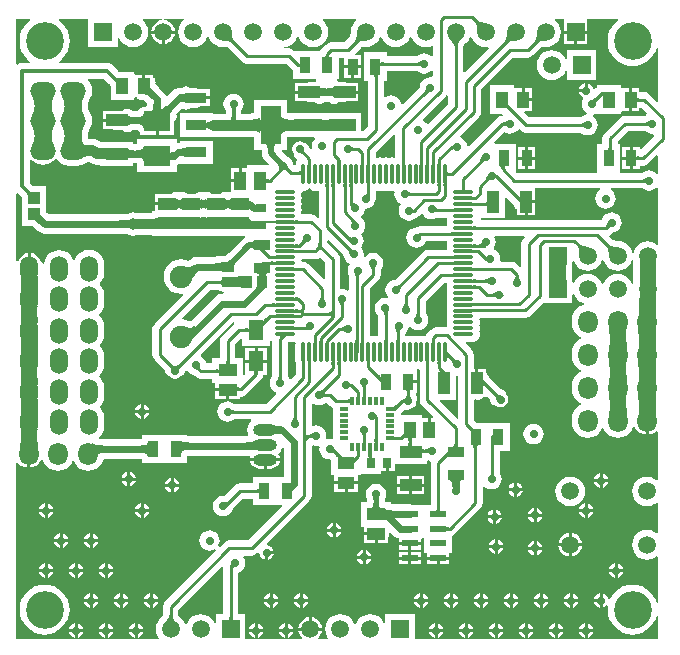
<source format=gtl>
G04 Layer_Physical_Order=1*
G04 Layer_Color=255*
%FSTAX24Y24*%
%MOIN*%
G70*
G01*
G75*
%ADD10R,0.0315X0.0118*%
%ADD11R,0.0118X0.0315*%
%ADD12R,0.0394X0.0433*%
%ADD13R,0.0689X0.1260*%
%ADD14R,0.0689X0.0374*%
%ADD15O,0.0118X0.0709*%
%ADD16O,0.0709X0.0118*%
%ADD17R,0.0717X0.0402*%
%ADD18R,0.0374X0.0551*%
%ADD19R,0.0906X0.0709*%
%ADD20R,0.0433X0.0618*%
%ADD21R,0.0618X0.0433*%
%ADD22R,0.0390X0.0579*%
%ADD23R,0.0394X0.0551*%
%ADD24R,0.0551X0.0374*%
%ADD25R,0.0386X0.0339*%
%ADD26R,0.0339X0.0386*%
%ADD27R,0.0512X0.0669*%
%ADD28R,0.0579X0.0390*%
%ADD29R,0.0402X0.0717*%
%ADD30R,0.0370X0.0295*%
%ADD31R,0.0532X0.0217*%
%ADD32R,0.0295X0.0370*%
%ADD33C,0.0100*%
%ADD34C,0.0240*%
%ADD35C,0.0180*%
%ADD36C,0.0070*%
%ADD37C,0.0220*%
%ADD38C,0.0340*%
%ADD39C,0.0200*%
%ADD40C,0.0540*%
%ADD41C,0.0120*%
%ADD42C,0.0360*%
%ADD43C,0.0170*%
%ADD44R,0.0591X0.0591*%
%ADD45C,0.0591*%
%ADD46O,0.0600X0.0860*%
%ADD47O,0.0650X0.0750*%
%ADD48C,0.0587*%
%ADD49C,0.0750*%
%ADD50C,0.1260*%
%ADD51O,0.0860X0.0600*%
%ADD52O,0.0787X0.0394*%
%ADD53O,0.0787X0.0394*%
%ADD54C,0.0280*%
%ADD55C,0.0380*%
G36*
X043878Y030134D02*
X043868Y030126D01*
X043858Y030118D01*
X04385Y030109D01*
X043843Y030099D01*
X043837Y030089D01*
X043833Y030078D01*
X043829Y030067D01*
X043826Y030055D01*
X043825Y030042D01*
X043824Y030028D01*
X043724Y030048D01*
X043724Y030061D01*
X043722Y030074D01*
X043721Y030087D01*
X043718Y030099D01*
X043714Y030112D01*
X04371Y030124D01*
X043705Y030136D01*
X043699Y030147D01*
X043693Y030159D01*
X043685Y03017D01*
X043878Y030134D01*
D02*
G37*
G36*
X040083Y029921D02*
X040069Y029919D01*
X040055Y029916D01*
X040041Y029911D01*
X040026Y029904D01*
X040012Y029896D01*
X039998Y029887D01*
X039984Y029876D01*
X03997Y029864D01*
X039955Y02985D01*
X039815Y029851D01*
X039827Y029865D01*
X039837Y029877D01*
X039844Y029887D01*
X039849Y029897D01*
X03985Y029904D01*
X039848Y029911D01*
X039844Y029916D01*
X039837Y029919D01*
X039827Y029921D01*
X039814Y029922D01*
X040097D01*
X040083Y029921D01*
D02*
G37*
G36*
X042Y030052D02*
X04199Y030061D01*
X04198Y030069D01*
X04197Y030076D01*
X041959Y030083D01*
X041948Y030088D01*
X041936Y030092D01*
X041924Y030096D01*
X041912Y030098D01*
X041899Y0301D01*
X041885Y0301D01*
Y0302D01*
X041899Y0302D01*
X041912Y030202D01*
X041924Y030204D01*
X041936Y030208D01*
X041948Y030212D01*
X041959Y030217D01*
X04197Y030224D01*
X04198Y030231D01*
X04199Y030239D01*
X042Y030248D01*
Y030052D01*
D02*
G37*
G36*
X038795Y030031D02*
X038794Y030041D01*
X038791Y03005D01*
X038786Y030057D01*
X038779Y030064D01*
X03877Y030069D01*
X038759Y030073D01*
X038746Y030077D01*
X038731Y03008D01*
X038714Y030081D01*
X038695Y030082D01*
Y030182D01*
X038714Y030182D01*
X038731Y030183D01*
X038746Y030186D01*
X038759Y030189D01*
X03877Y030194D01*
X038779Y030199D01*
X038786Y030206D01*
X038791Y030213D01*
X038794Y030222D01*
X038795Y030231D01*
Y030031D01*
D02*
G37*
G36*
X043435Y029688D02*
X043326D01*
X043327Y02969D01*
X043327Y029694D01*
X043328Y0297D01*
X04333Y029729D01*
X04333Y029794D01*
X04343D01*
X043435Y029688D01*
D02*
G37*
G36*
X042647D02*
X042538D01*
X042539Y02969D01*
X04254Y029694D01*
X042541Y0297D01*
X042542Y029729D01*
X042543Y029794D01*
X042643D01*
X042647Y029688D01*
D02*
G37*
G36*
X04501D02*
X044901D01*
X044901Y02969D01*
X044902Y029694D01*
X044903Y0297D01*
X044904Y029729D01*
X044905Y029794D01*
X045005D01*
X04501Y029688D01*
D02*
G37*
G36*
X043829D02*
X04372D01*
X04372Y02969D01*
X043721Y029694D01*
X043722Y0297D01*
X043723Y029729D01*
X043724Y029794D01*
X043824D01*
X043829Y029688D01*
D02*
G37*
G36*
X045422Y031649D02*
X045411Y031622D01*
X045402Y031555D01*
X045411Y031487D01*
X045424Y031456D01*
X045411Y031425D01*
X045402Y031358D01*
X045411Y03129D01*
X045424Y031259D01*
X045411Y031229D01*
X045402Y031161D01*
X045411Y031093D01*
X045424Y031063D01*
X045411Y031032D01*
X045402Y030964D01*
X045411Y030897D01*
X045424Y030866D01*
X045411Y030835D01*
X045402Y030767D01*
X045411Y0307D01*
X045424Y030669D01*
X045411Y030638D01*
X045402Y03057D01*
X045411Y030503D01*
X045424Y030472D01*
X045411Y030441D01*
X045402Y030374D01*
X045411Y030306D01*
X045424Y030275D01*
X045411Y030244D01*
X045407Y03021D01*
X0454Y030205D01*
X04505D01*
X044952Y030185D01*
X04487Y03013D01*
X044775Y030035D01*
X04472Y029953D01*
X044713Y02992D01*
X044691Y029917D01*
X04466Y029905D01*
X044629Y029917D01*
X044561Y029926D01*
X044494Y029917D01*
X044463Y029905D01*
X044432Y029917D01*
X044365Y029926D01*
X044297Y029917D01*
X044266Y029905D01*
X044235Y029917D01*
X044168Y029926D01*
X0441Y029917D01*
X044074Y029906D01*
X044029Y02993D01*
Y029997D01*
X044042Y030008D01*
X044097Y030079D01*
X044131Y030161D01*
X044138Y030215D01*
X044191Y030229D01*
X044208Y030208D01*
X044279Y030153D01*
X044361Y030119D01*
X04445Y030107D01*
X044539Y030119D01*
X044621Y030153D01*
X044692Y030208D01*
X044747Y030279D01*
X044781Y030361D01*
X044793Y03045D01*
X044781Y030539D01*
X044747Y030621D01*
X044705Y030676D01*
Y031094D01*
X045304Y031694D01*
X045399D01*
X045422Y031649D01*
D02*
G37*
G36*
X040334Y030624D02*
X040338Y030623D01*
X040344Y030623D01*
X040374Y030621D01*
X040439Y03062D01*
Y03052D01*
X040332Y030516D01*
Y030625D01*
X040334Y030624D01*
D02*
G37*
G36*
X039375Y030386D02*
X039362Y030372D01*
X03935Y030358D01*
X039339Y030343D01*
X03933Y030329D01*
X039322Y030315D01*
X039315Y030301D01*
X03931Y030287D01*
X039306Y030273D01*
X039304Y030259D01*
X039304Y030245D01*
X039305Y030465D01*
X039305Y030464D01*
X039308Y030465D01*
X039311Y030467D01*
X039316Y030471D01*
X03933Y030484D01*
X039375Y030528D01*
Y030386D01*
D02*
G37*
G36*
X04165Y03065D02*
X04155Y03055D01*
X041549Y030559D01*
X041546Y030568D01*
X041541Y030575D01*
X041534Y030582D01*
X041525Y030587D01*
X041514Y030592D01*
X041501Y030596D01*
X041486Y030598D01*
X041469Y0306D01*
X04145Y0306D01*
Y0307D01*
X041469Y030701D01*
X041486Y030704D01*
X041501Y030709D01*
X041514Y030716D01*
X041525Y030725D01*
X041534Y030736D01*
X041541Y030749D01*
X041546Y030764D01*
X041549Y030781D01*
X04155Y0308D01*
X04165Y03065D01*
D02*
G37*
G36*
X0445Y030651D02*
X044502Y030638D01*
X044504Y030626D01*
X044508Y030614D01*
X044512Y030602D01*
X044517Y030591D01*
X044524Y03058D01*
X044531Y03057D01*
X044539Y03056D01*
X044548Y03055D01*
X044352D01*
X044361Y03056D01*
X044369Y03057D01*
X044376Y03058D01*
X044383Y030591D01*
X044388Y030602D01*
X044392Y030614D01*
X044396Y030626D01*
X044398Y030638D01*
X0444Y030651D01*
X0444Y030665D01*
X0445D01*
X0445Y030651D01*
D02*
G37*
G36*
X037081Y030011D02*
X037058Y029987D01*
X036993Y029911D01*
X036974Y029884D01*
X03692Y029798D01*
X036903Y029768D01*
X036888Y029738D01*
X03673Y030229D01*
X03676Y030215D01*
X036789Y030205D01*
X036818Y0302D01*
X036846Y030198D01*
X036874Y030201D01*
X036902Y030209D01*
X03693Y03022D01*
X036957Y030236D01*
X036985Y030257D01*
X037011Y030281D01*
X037081Y030011D01*
D02*
G37*
G36*
X040334Y03023D02*
X040338Y03023D01*
X040344Y030229D01*
X040374Y030227D01*
X040439Y030227D01*
Y030127D01*
X040332Y030122D01*
Y030231D01*
X040334Y03023D01*
D02*
G37*
G36*
X037781Y031448D02*
X037807Y031435D01*
X037831Y031418D01*
X037842Y031416D01*
X037852Y031411D01*
X037881Y031408D01*
X037909Y031403D01*
X037911Y031403D01*
X037923Y031393D01*
X037973Y031373D01*
X037963Y031323D01*
X0379D01*
X037816Y031312D01*
X037739Y03128D01*
X037672Y031228D01*
X036877Y030434D01*
X036874Y030432D01*
X036854Y030414D01*
X036845Y030407D01*
X036839Y030403D01*
X036836Y030404D01*
X036818Y030413D01*
X036808Y030415D01*
X0367Y03046D01*
X036604Y030473D01*
X036586Y030526D01*
X037512Y031452D01*
X037778D01*
X037781Y031448D01*
D02*
G37*
G36*
X031758Y030905D02*
X031765D01*
X031764Y030897D01*
X031763Y030879D01*
X031762Y030797D01*
X031775Y030345D01*
X03122D01*
X03122Y030349D01*
X03122Y030351D01*
X031218D01*
X03121Y030905D01*
X031596D01*
X031758Y030917D01*
X031758Y030905D01*
D02*
G37*
G36*
X04245Y029788D02*
X042451Y029688D01*
X042342D01*
X042343Y029691D01*
X042345Y029696D01*
X042346Y029703D01*
X042347Y029712D01*
X042349Y029748D01*
X04235Y0298D01*
X04245Y029788D01*
D02*
G37*
G36*
X042843Y02905D02*
X042843Y029045D01*
X042842Y029039D01*
X04284Y02901D01*
X04284Y028945D01*
X04274D01*
X042735Y029052D01*
X042844D01*
X042843Y02905D01*
D02*
G37*
G36*
X041859D02*
X041858Y029045D01*
X041858Y029039D01*
X041856Y02901D01*
X041856Y028945D01*
X041756D01*
X041751Y029052D01*
X04186D01*
X041859Y02905D01*
D02*
G37*
G36*
X045206D02*
X045205Y029045D01*
X045204Y029039D01*
X045203Y02901D01*
X045202Y028945D01*
X045102D01*
X045097Y029052D01*
X045206D01*
X045206Y02905D01*
D02*
G37*
G36*
X044812D02*
X044811Y029045D01*
X04481Y029039D01*
X044809Y02901D01*
X044808Y028945D01*
X044708D01*
X044704Y029052D01*
X044813D01*
X044812Y02905D01*
D02*
G37*
G36*
X040678D02*
X040677Y029045D01*
X040677Y029039D01*
X040675Y02901D01*
X040674Y028945D01*
X040574D01*
X04057Y029052D01*
X040679D01*
X040678Y02905D01*
D02*
G37*
G36*
X036518Y028897D02*
X036509Y028887D01*
X036501Y028877D01*
X036494Y028867D01*
X036489Y028856D01*
X036485Y028845D01*
X036482Y028834D01*
X036481Y028822D01*
X036481Y028811D01*
X036482Y028799D01*
X036485Y028787D01*
X03635Y028866D01*
X036215Y028787D01*
X036218Y028799D01*
X036219Y028811D01*
X036219Y028822D01*
X036218Y028834D01*
X036215Y028845D01*
X036211Y028856D01*
X036206Y028867D01*
X036199Y028877D01*
X036191Y028887D01*
X036182Y028897D01*
X036272Y028948D01*
X036282Y028939D01*
X036292Y028931D01*
X036302Y028923D01*
X036312Y028916D01*
X036323Y02891D01*
X036335Y028904D01*
X036346Y028898D01*
X03635Y028897D01*
X036354Y028898D01*
X036365Y028904D01*
X036377Y02891D01*
X036388Y028916D01*
X036398Y028923D01*
X036408Y028931D01*
X036418Y028939D01*
X036428Y028948D01*
X036518Y028897D01*
D02*
G37*
G36*
X041662Y02905D02*
X041662Y029045D01*
X041661Y029039D01*
X041659Y02901D01*
X041659Y028945D01*
X041559D01*
X041554Y029052D01*
X041663D01*
X041662Y02905D01*
D02*
G37*
G36*
X040875D02*
X040874Y029045D01*
X040873Y029039D01*
X040872Y02901D01*
X040871Y028945D01*
X040771D01*
X040767Y029052D01*
X040876D01*
X040875Y02905D01*
D02*
G37*
G36*
X045643Y029147D02*
X045653Y029139D01*
X045664Y029131D01*
X045675Y029125D01*
X045686Y02912D01*
X045698Y029116D01*
X04571Y029112D01*
X045722Y02911D01*
X045735Y029109D01*
X045749Y029109D01*
X04561Y02897D01*
X04561Y028983D01*
X045608Y028996D01*
X045606Y029008D01*
X045603Y029021D01*
X045599Y029032D01*
X045593Y029044D01*
X045587Y029055D01*
X04558Y029065D01*
X045572Y029075D01*
X045563Y029085D01*
X045633Y029156D01*
X045643Y029147D01*
D02*
G37*
G36*
X052385Y030209D02*
X05238Y030183D01*
X052375Y030148D01*
X052368Y030048D01*
X052366Y029955D01*
X052391Y029475D01*
X051789D01*
X051795Y029491D01*
X0518Y029517D01*
X051805Y029552D01*
X051812Y029652D01*
X051814Y029745D01*
X051789Y030225D01*
X052391D01*
X052385Y030209D01*
D02*
G37*
G36*
X051405D02*
X0514Y030183D01*
X051395Y030148D01*
X051388Y030048D01*
X051386Y029955D01*
X051411Y029475D01*
X050809D01*
X050815Y029491D01*
X05082Y029517D01*
X050825Y029552D01*
X050832Y029652D01*
X050834Y029745D01*
X050809Y030225D01*
X051411D01*
X051405Y030209D01*
D02*
G37*
G36*
X041269Y029688D02*
X04116D01*
X041161Y02969D01*
X041162Y029694D01*
X041163Y0297D01*
X041164Y029729D01*
X041165Y029794D01*
X041265D01*
X041269Y029688D01*
D02*
G37*
G36*
X041073D02*
X040964D01*
X040964Y02969D01*
X040965Y029694D01*
X040966Y0297D01*
X040967Y029729D01*
X040968Y029794D01*
X041068D01*
X041073Y029688D01*
D02*
G37*
G36*
X038306Y030375D02*
X038317Y030322D01*
X038301Y030312D01*
X03792Y02993D01*
X037864Y029848D01*
X037845Y02975D01*
Y029185D01*
X037591D01*
Y029005D01*
X037386D01*
X037381Y029039D01*
X037347Y029121D01*
X037292Y029192D01*
X037225Y029244D01*
X037216Y029257D01*
X037208Y029298D01*
X038289Y030378D01*
X038306Y030375D01*
D02*
G37*
G36*
X03815Y029065D02*
X038152Y029048D01*
X038154Y029033D01*
X038158Y029019D01*
X038163Y029008D01*
X038168Y028999D01*
X038175Y028992D01*
X038182Y028987D01*
X038191Y028984D01*
X0382Y028983D01*
X038D01*
X03801Y028984D01*
X038018Y028987D01*
X038026Y028992D01*
X038032Y028999D01*
X038038Y029008D01*
X038042Y029019D01*
X038045Y029033D01*
X038048Y029048D01*
X038049Y029065D01*
X03805Y029084D01*
X03815D01*
X03815Y029065D01*
D02*
G37*
G36*
X031768Y029876D02*
X031768Y029855D01*
X031775D01*
X031774Y029847D01*
X031773Y029829D01*
X031768Y029496D01*
X031768Y029301D01*
X031228D01*
X031227Y029345D01*
X03121D01*
X031214Y029356D01*
X031217Y029378D01*
X031219Y02941D01*
X031224Y029594D01*
X03122Y029855D01*
X031228D01*
X031228Y029917D01*
X031768Y029876D01*
D02*
G37*
G36*
X045407Y029438D02*
X045409Y029424D01*
X045413Y02941D01*
X045418Y029396D01*
X045425Y029382D01*
X045432Y029368D01*
X045442Y029354D01*
X045453Y029339D01*
X045465Y029325D01*
X045479Y029311D01*
Y029169D01*
X045465Y029182D01*
X045453Y029192D01*
X045442Y029199D01*
X045432Y029204D01*
X045425Y029205D01*
X045418Y029204D01*
X045413Y029199D01*
X045409Y029192D01*
X045407Y029182D01*
X045407Y029169D01*
Y029452D01*
X045407Y029438D01*
D02*
G37*
G36*
X05237Y031153D02*
X052391Y030575D01*
X051789D01*
X051797Y030594D01*
X051804Y030623D01*
X05181Y030661D01*
X05182Y030765D01*
X051828Y030989D01*
X05183Y031184D01*
X05237Y031153D01*
D02*
G37*
G36*
X039336Y032046D02*
X039338Y032017D01*
X03934Y032008D01*
X03942D01*
X039404Y032006D01*
X039389Y032001D01*
X039377Y031992D01*
X039366Y031981D01*
X039356Y031965D01*
X039353Y031958D01*
X039356Y03195D01*
X039366Y031935D01*
X039377Y031923D01*
X039389Y031914D01*
X039404Y031909D01*
X03942Y031907D01*
X03934Y031907D01*
X039338Y031898D01*
X039336Y031869D01*
X039335Y031837D01*
X039165D01*
X039164Y031869D01*
X039162Y031898D01*
X03916Y031908D01*
X039092Y031908D01*
X039106Y03191D01*
X039118Y031915D01*
X039129Y031924D01*
X039139Y031935D01*
X039147Y031951D01*
X039148Y031955D01*
X039144Y031965D01*
X039134Y031981D01*
X039123Y031992D01*
X039111Y032001D01*
X039096Y032006D01*
X03908Y032008D01*
X039161D01*
X039162Y032017D01*
X039164Y032046D01*
X039165Y032078D01*
X039335D01*
X039336Y032046D01*
D02*
G37*
G36*
X045641Y031894D02*
X045639Y031895D01*
X045635Y031896D01*
X045629Y031896D01*
X0456Y031898D01*
X045534Y031898D01*
Y031998D01*
X045641Y032003D01*
Y031894D01*
D02*
G37*
G36*
X040334Y032199D02*
X040338Y032198D01*
X040344Y032197D01*
X040374Y032196D01*
X040439Y032195D01*
Y032095D01*
X040332Y032091D01*
Y0322D01*
X040334Y032199D01*
D02*
G37*
G36*
X037908Y032058D02*
X037906Y032067D01*
X037899Y032076D01*
X037887Y032083D01*
X03787Y032089D01*
X037848Y032094D01*
X037822Y032099D01*
X037791Y032102D01*
X037714Y032106D01*
X037668Y032106D01*
Y032346D01*
X037714Y032347D01*
X037822Y032354D01*
X037848Y032358D01*
X03787Y032364D01*
X037887Y03237D01*
X037899Y032377D01*
X037906Y032385D01*
X037908Y032394D01*
Y032058D01*
D02*
G37*
G36*
X0478Y031901D02*
X047802Y031888D01*
X047804Y031876D01*
X047808Y031864D01*
X047812Y031852D01*
X047817Y031841D01*
X047824Y03183D01*
X047831Y03182D01*
X047839Y03181D01*
X047848Y0318D01*
X047652D01*
X047661Y03181D01*
X047669Y03182D01*
X047676Y03183D01*
X047683Y031841D01*
X047688Y031852D01*
X047692Y031864D01*
X047696Y031876D01*
X047698Y031888D01*
X0477Y031901D01*
X0477Y031915D01*
X0478D01*
X0478Y031901D01*
D02*
G37*
G36*
X049371Y032306D02*
X049394D01*
X04939Y032301D01*
X049385Y032284D01*
X049382Y032257D01*
X049377Y032182D01*
X049394Y031794D01*
X04937D01*
X04937Y031766D01*
X04883D01*
X048829Y031794D01*
X048806D01*
X048811Y031799D01*
X048815Y031816D01*
X048818Y031843D01*
X048823Y031918D01*
X048806Y032306D01*
X04883D01*
X04883Y032334D01*
X04937D01*
X049371Y032306D01*
D02*
G37*
G36*
X042506Y031972D02*
X042495Y031966D01*
X042486Y03196D01*
X042477Y031953D01*
X04247Y031945D01*
X042464Y031936D01*
X042459Y031926D01*
X042455Y031915D01*
X042452Y031903D01*
X042451Y03189D01*
X04245Y031876D01*
X04235Y031918D01*
X04235Y031931D01*
X042348Y031956D01*
X042346Y031969D01*
X04234Y031993D01*
X042337Y032006D01*
X042328Y03203D01*
X042323Y032042D01*
X042506Y031972D01*
D02*
G37*
G36*
X041345Y032371D02*
Y031831D01*
X041299Y031812D01*
X040785Y032326D01*
X040702Y032381D01*
X040605Y0324D01*
X040578D01*
X040555Y032441D01*
X040578Y032481D01*
X041012D01*
X04111Y0325D01*
X041173Y032543D01*
X041345Y032371D01*
D02*
G37*
G36*
X046279Y032199D02*
X046283Y032198D01*
X046289Y032197D01*
X046319Y032196D01*
X046384Y032195D01*
Y032095D01*
X046277Y032091D01*
Y0322D01*
X046279Y032199D01*
D02*
G37*
G36*
X038433Y032418D02*
X038392Y032376D01*
X038328Y032301D01*
X038305Y032268D01*
X038288Y032238D01*
X038277Y032211D01*
X038271Y032188D01*
X038272Y032167D01*
X038278Y03215D01*
X038291Y032135D01*
X037985Y032393D01*
X038002Y032383D01*
X038021Y032378D01*
X038043Y032379D01*
X038067Y032385D01*
X038094Y032397D01*
X038124Y032414D01*
X038156Y032436D01*
X038191Y032464D01*
X038268Y032536D01*
X038433Y032418D01*
D02*
G37*
G36*
X045641Y032397D02*
Y032288D01*
X045637Y03229D01*
X045631Y032292D01*
X045623Y032294D01*
X045613Y032296D01*
X04559Y032298D01*
X045559Y032299D01*
X045523Y0323D01*
X045558Y0324D01*
X045641Y032397D01*
D02*
G37*
G36*
X039696Y032593D02*
Y032484D01*
X039691Y032487D01*
X039684Y03249D01*
X039676Y032492D01*
X039666Y032494D01*
X039654Y032496D01*
X039627Y032499D01*
X039594Y0325D01*
X039575Y0325D01*
X039562Y0326D01*
X039696Y032593D01*
D02*
G37*
G36*
X039624Y0324D02*
X039696Y032397D01*
Y032288D01*
X039691Y032291D01*
X039684Y032293D01*
X039676Y032296D01*
X039666Y032298D01*
X039654Y032299D01*
X039627Y032302D01*
X039605Y032303D01*
X039588Y032301D01*
X039573Y032299D01*
X03956Y032295D01*
X039549Y032291D01*
X03954Y032285D01*
X039532Y032279D01*
X039527Y032271D01*
X039524Y032263D01*
X039523Y032253D01*
X039524Y032378D01*
X039564Y032388D01*
X039562Y032403D01*
X039614Y032401D01*
X039624Y032403D01*
Y0324D01*
D02*
G37*
G36*
X043039Y03224D02*
X043031Y03223D01*
X043024Y03222D01*
X043017Y032209D01*
X043012Y032198D01*
X043008Y032186D01*
X043004Y032174D01*
X043002Y032162D01*
X043Y032149D01*
X043Y032135D01*
X0429D01*
X0429Y032149D01*
X042898Y032162D01*
X042896Y032174D01*
X042892Y032186D01*
X042888Y032198D01*
X042883Y032209D01*
X042876Y03222D01*
X042869Y03223D01*
X042861Y03224D01*
X042852Y03225D01*
X043048D01*
X043039Y03224D01*
D02*
G37*
G36*
X051626Y032445D02*
Y031655D01*
X051576Y031645D01*
X051533Y03175D01*
X051453Y031853D01*
X05135Y031933D01*
X051229Y031983D01*
X0511Y032D01*
X050971Y031983D01*
X05085Y031933D01*
X050747Y031853D01*
X050667Y03175D01*
X050627Y031652D01*
X050573D01*
X050533Y03175D01*
X050453Y031853D01*
X05035Y031933D01*
X050229Y031983D01*
X0501Y032D01*
X049971Y031983D01*
X04985Y031933D01*
X049747Y031853D01*
X049667Y03175D01*
X049645Y031696D01*
X049595Y031706D01*
Y03178D01*
X049598Y031794D01*
X049597Y031799D01*
X049598Y031803D01*
X049595Y03186D01*
Y031995D01*
X049589D01*
X049585Y032094D01*
X049595Y032105D01*
X049595D01*
Y032292D01*
X049598Y032306D01*
X049596Y032314D01*
X049597Y032323D01*
X049595Y03233D01*
Y032394D01*
X049645Y032404D01*
X049667Y03235D01*
X049747Y032247D01*
X04985Y032167D01*
X049971Y032117D01*
X0501Y0321D01*
X050229Y032117D01*
X05035Y032167D01*
X050453Y032247D01*
X050533Y03235D01*
X050573Y032448D01*
X050627D01*
X050667Y03235D01*
X050747Y032247D01*
X05085Y032167D01*
X050971Y032117D01*
X0511Y0321D01*
X051229Y032117D01*
X05135Y032167D01*
X051453Y032247D01*
X051533Y03235D01*
X051576Y032455D01*
X051626Y032445D01*
D02*
G37*
G36*
X037084Y032064D02*
X037063Y032042D01*
X037022Y031991D01*
X037002Y031964D01*
X036965Y031903D01*
X036948Y031871D01*
X036914Y0318D01*
X036899Y031762D01*
X036695Y032246D01*
X036727Y032234D01*
X036759Y032227D01*
X03679Y032223D01*
X03682Y032223D01*
X03685Y032227D01*
X036879Y032236D01*
X036907Y032248D01*
X036935Y032264D01*
X036962Y032284D01*
X036989Y032309D01*
X037084Y032064D01*
D02*
G37*
G36*
X048012Y033222D02*
X04797Y03318D01*
X047915Y033098D01*
X047895Y033D01*
Y032231D01*
X047849Y032212D01*
X047735Y032326D01*
X047652Y032381D01*
X047555Y0324D01*
X047228D01*
X047186Y03245D01*
X047193Y0325D01*
X047181Y032589D01*
X047147Y032671D01*
X047092Y032742D01*
X047021Y032797D01*
X046993Y032809D01*
X04698Y032857D01*
X046997Y032879D01*
X047031Y032961D01*
X047043Y03305D01*
X047031Y033139D01*
X046997Y033221D01*
X046995Y033223D01*
X047018Y033268D01*
X047993D01*
X048012Y033222D01*
D02*
G37*
G36*
X046279Y031805D02*
X046283Y031804D01*
X046289Y031804D01*
X046319Y031802D01*
X046384Y031802D01*
Y031702D01*
X046277Y031697D01*
Y031806D01*
X046279Y031805D01*
D02*
G37*
G36*
X046398Y030925D02*
X046379Y030925D01*
X046319Y030921D01*
X046307Y03092D01*
X046298Y030918D01*
X046289Y030915D01*
X046282Y030913D01*
X046277Y03091D01*
Y031019D01*
X046276Y03102D01*
X046279Y031021D01*
X046285Y031022D01*
X046294Y031023D01*
X046339Y031025D01*
X046411Y031025D01*
X046398Y030925D01*
D02*
G37*
G36*
X039696Y03091D02*
X039694Y030911D01*
X03969Y030911D01*
X039684Y030912D01*
X039655Y030913D01*
X03959Y030914D01*
Y031014D01*
X039696Y031019D01*
Y03091D01*
D02*
G37*
G36*
X0413Y031201D02*
X041302Y031188D01*
X041304Y031176D01*
X041308Y031164D01*
X041312Y031152D01*
X041317Y031141D01*
X041324Y03113D01*
X041331Y03112D01*
X041339Y03111D01*
X041348Y0311D01*
X041152D01*
X041161Y03111D01*
X041169Y03112D01*
X041176Y03113D01*
X041183Y031141D01*
X041188Y031152D01*
X041192Y031164D01*
X041196Y031176D01*
X041198Y031188D01*
X0412Y031201D01*
X0412Y031215D01*
X0413D01*
X0413Y031201D01*
D02*
G37*
G36*
X041989Y03104D02*
X041981Y03103D01*
X041974Y03102D01*
X041967Y031009D01*
X041962Y030998D01*
X041958Y030986D01*
X041954Y030974D01*
X041952Y030961D01*
X04195Y030949D01*
X04195Y030935D01*
X04185D01*
X04185Y030949D01*
X041848Y030961D01*
X041846Y030974D01*
X041842Y030986D01*
X041838Y030998D01*
X041833Y031009D01*
X041826Y03102D01*
X041819Y03103D01*
X041811Y03104D01*
X041802Y03105D01*
X041998D01*
X041989Y03104D01*
D02*
G37*
G36*
X040334Y030821D02*
X040338Y03082D01*
X040344Y03082D01*
X040374Y030818D01*
X040439Y030817D01*
Y030717D01*
X040332Y030713D01*
Y030822D01*
X040334Y030821D01*
D02*
G37*
G36*
X04346Y030762D02*
X043454Y030751D01*
X043448Y030739D01*
X043444Y030727D01*
X04344Y030715D01*
X043436Y030702D01*
X043434Y03069D01*
X043432Y030677D01*
X043431Y030664D01*
X04343Y030651D01*
X04333Y030627D01*
X04333Y030641D01*
X043328Y030654D01*
X043325Y030666D01*
X043322Y030678D01*
X043317Y030688D01*
X043311Y030698D01*
X043304Y030708D01*
X043296Y030716D01*
X043286Y030724D01*
X043276Y030731D01*
X043467Y030774D01*
X04346Y030762D01*
D02*
G37*
G36*
X0441Y031001D02*
X044102Y030989D01*
X044104Y030976D01*
X044108Y030964D01*
X044112Y030952D01*
X044117Y030941D01*
X044124Y03093D01*
X044131Y03092D01*
X044139Y03091D01*
X044148Y0309D01*
X043952D01*
X043961Y03091D01*
X043969Y03092D01*
X043976Y03093D01*
X043983Y030941D01*
X043988Y030952D01*
X043992Y030964D01*
X043996Y030976D01*
X043998Y030989D01*
X044Y031001D01*
X044Y031015D01*
X0441D01*
X0441Y031001D01*
D02*
G37*
G36*
X046398Y030728D02*
X046379Y030728D01*
X046319Y030724D01*
X046307Y030723D01*
X046298Y030721D01*
X046289Y030718D01*
X046282Y030716D01*
X046277Y030713D01*
Y030822D01*
X046276Y030823D01*
X046279Y030824D01*
X046285Y030825D01*
X046294Y030826D01*
X046339Y030828D01*
X046411Y030828D01*
X046398Y030728D01*
D02*
G37*
G36*
X040334Y031215D02*
X040338Y031214D01*
X040344Y031213D01*
X040374Y031212D01*
X040439Y031211D01*
Y031111D01*
X040332Y031107D01*
Y031216D01*
X040334Y031215D01*
D02*
G37*
G36*
X038572Y031525D02*
X038569Y031529D01*
X038558Y031533D01*
X038541Y031536D01*
X038518Y031539D01*
X03845Y031543D01*
X038232Y031547D01*
Y031887D01*
X038297Y031887D01*
X038569Y031904D01*
X038572Y031908D01*
Y031525D01*
D02*
G37*
G36*
X046279Y031608D02*
X046283Y031608D01*
X046289Y031607D01*
X046319Y031605D01*
X046384Y031605D01*
Y031505D01*
X046277Y0315D01*
Y031609D01*
X046279Y031608D01*
D02*
G37*
G36*
X046799Y031653D02*
X046789Y031662D01*
X046779Y031671D01*
X046769Y031678D01*
X046758Y031684D01*
X046747Y031689D01*
X046736Y031694D01*
X046723Y031697D01*
X046711Y0317D01*
X046698Y031701D01*
X046685Y031702D01*
X046686Y031802D01*
X046699Y031802D01*
X046712Y031803D01*
X046725Y031806D01*
X046737Y031809D01*
X046748Y031813D01*
X04676Y031819D01*
X046771Y031825D01*
X046781Y031832D01*
X046791Y03184D01*
X046801Y031849D01*
X046799Y031653D01*
D02*
G37*
G36*
X037909Y031607D02*
X037908Y031616D01*
X037905Y031625D01*
X0379Y031632D01*
X037893Y031639D01*
X037884Y031644D01*
X037873Y031649D01*
X03786Y031652D01*
X037845Y031655D01*
X037828Y031656D01*
X037808Y031657D01*
Y031757D01*
X037828Y031757D01*
X037845Y031759D01*
X03786Y031761D01*
X037873Y031765D01*
X037884Y031769D01*
X037893Y031775D01*
X0379Y031781D01*
X037905Y031789D01*
X037908Y031797D01*
X037909Y031807D01*
Y031607D01*
D02*
G37*
G36*
X031768Y031926D02*
X031768Y031905D01*
X031775D01*
X031774Y031897D01*
X031773Y031879D01*
X031768Y031546D01*
X031768Y031351D01*
X031228D01*
X031227Y031395D01*
X03121D01*
X031214Y031406D01*
X031217Y031428D01*
X031219Y03146D01*
X031224Y031644D01*
X03122Y031905D01*
X031228D01*
X031228Y031967D01*
X031768Y031926D01*
D02*
G37*
G36*
X04705Y031202D02*
X04704Y031211D01*
X04703Y031219D01*
X04702Y031226D01*
X047009Y031233D01*
X046998Y031238D01*
X046986Y031242D01*
X046974Y031246D01*
X046961Y031248D01*
X046949Y03125D01*
X046935Y03125D01*
Y03135D01*
X046949Y03135D01*
X046961Y031352D01*
X046974Y031354D01*
X046986Y031358D01*
X046998Y031362D01*
X047009Y031367D01*
X04702Y031374D01*
X04703Y031381D01*
X04704Y031389D01*
X04705Y031398D01*
Y031202D01*
D02*
G37*
G36*
X043887Y031567D02*
X043878Y031557D01*
X04387Y031547D01*
X043863Y031536D01*
X043857Y031525D01*
X043851Y031514D01*
X043847Y031502D01*
X043844Y03149D01*
X043842Y031478D01*
X04384Y031465D01*
X04384Y031451D01*
X043701Y03159D01*
X043715Y03159D01*
X043728Y031592D01*
X04374Y031594D01*
X043752Y031597D01*
X043764Y031601D01*
X043775Y031607D01*
X043786Y031613D01*
X043797Y03162D01*
X043807Y031628D01*
X043817Y031637D01*
X043887Y031567D01*
D02*
G37*
G36*
X04196Y03263D02*
X041969Y032561D01*
X042003Y032479D01*
X042058Y032408D01*
X042129Y032353D01*
X042157Y032341D01*
X04217Y032293D01*
X042153Y032271D01*
X042119Y032189D01*
X042107Y0321D01*
X042119Y032011D01*
X042131Y031981D01*
X042136Y03196D01*
X042138Y031954D01*
X042143Y031943D01*
X042145Y031932D01*
X042145Y03193D01*
Y031454D01*
X042095Y031429D01*
X042071Y031447D01*
X041989Y031481D01*
X0419Y031493D01*
X041892Y031492D01*
X041855Y031525D01*
Y032476D01*
X041835Y032574D01*
X04178Y032657D01*
X041435Y033002D01*
X041434Y033003D01*
X041433Y033005D01*
X041433Y033006D01*
X041432Y033008D01*
X041431Y03301D01*
X041431Y033011D01*
Y033093D01*
X041477Y033112D01*
X04196Y03263D01*
D02*
G37*
G36*
X0448Y026002D02*
X04479Y026011D01*
X04478Y026019D01*
X04477Y026026D01*
X044759Y026033D01*
X044748Y026038D01*
X044736Y026042D01*
X044724Y026046D01*
X044711Y026048D01*
X044699Y02605D01*
X044685Y02605D01*
Y02615D01*
X044699Y02615D01*
X044711Y026152D01*
X044724Y026154D01*
X044736Y026158D01*
X044748Y026162D01*
X044759Y026167D01*
X04477Y026174D01*
X04478Y026181D01*
X04479Y026189D01*
X0448Y026198D01*
Y026002D01*
D02*
G37*
G36*
X044557Y026191D02*
X04456Y026182D01*
X044565Y026174D01*
X044572Y026168D01*
X044581Y026163D01*
X044592Y026158D01*
X044605Y026154D01*
X044621Y026152D01*
X044638Y026151D01*
X044657Y02615D01*
Y02605D01*
X044638Y026049D01*
X044621Y026048D01*
X044605Y026045D01*
X044592Y026042D01*
X044581Y026037D01*
X044572Y026032D01*
X044565Y026026D01*
X04456Y026018D01*
X044557Y02601D01*
X044556Y026D01*
Y0262D01*
X044557Y026191D01*
D02*
G37*
G36*
X039102Y026109D02*
X03909Y026113D01*
X039075Y026117D01*
X039055Y02612D01*
X039005Y026125D01*
X038901Y026129D01*
X038813Y02613D01*
X03873Y02637D01*
X038768Y026371D01*
X038805Y026374D01*
X03884Y026379D01*
X038875Y026386D01*
X038908Y026395D01*
X03894Y026406D01*
X03897Y026419D01*
X038999Y026435D01*
X039028Y026452D01*
X039054Y026471D01*
X039102Y026109D01*
D02*
G37*
G36*
X036562Y026414D02*
X036569Y026405D01*
X036581Y026397D01*
X036598Y02639D01*
X03662Y026384D01*
X036646Y026379D01*
X036677Y026375D01*
X036754Y026371D01*
X0368Y02637D01*
Y02613D01*
X036754Y026129D01*
X036713Y026125D01*
X036677Y026119D01*
X036646Y026111D01*
X036619Y0261D01*
X036597Y026087D01*
X03658Y026071D01*
X036568Y026053D01*
X036561Y026033D01*
X036559Y02601D01*
X03656Y026424D01*
X036562Y026414D01*
D02*
G37*
G36*
X033613Y026335D02*
X033645Y026322D01*
X033678Y026309D01*
X033711Y026299D01*
X033782Y026283D01*
X033819Y026277D01*
X033896Y026271D01*
X033936Y02627D01*
X034023Y02603D01*
X033967Y026029D01*
X033876Y026019D01*
X033841Y026011D01*
X033813Y026D01*
X033792Y025987D01*
X033778Y025971D01*
X033771Y025953D01*
X033771Y025933D01*
X033778Y02591D01*
X033582Y026351D01*
X033613Y026335D01*
D02*
G37*
G36*
X03544Y02591D02*
X035438Y025933D01*
X035431Y025953D01*
X035419Y025971D01*
X035402Y025987D01*
X03538Y026D01*
X035354Y026011D01*
X035323Y026019D01*
X035287Y026025D01*
X035246Y026029D01*
X0352Y02603D01*
Y02627D01*
X035246Y026271D01*
X035287Y026275D01*
X035323Y026281D01*
X035354Y026289D01*
X03538Y0263D01*
X035402Y026313D01*
X035419Y026329D01*
X035431Y026347D01*
X035438Y026367D01*
X03544Y02639D01*
Y02591D01*
D02*
G37*
G36*
X041636Y026188D02*
X041647Y026165D01*
X041653Y026154D01*
X041667Y026133D01*
X041674Y026123D01*
X041691Y026103D01*
X041699Y026094D01*
X041659Y025993D01*
X041649Y026002D01*
X041639Y02601D01*
X041629Y026016D01*
X041618Y026021D01*
X041608Y026025D01*
X041597Y026027D01*
X041586Y026027D01*
X041575Y026027D01*
X041564Y026024D01*
X041553Y02602D01*
X041631Y0262D01*
X041636Y026188D01*
D02*
G37*
G36*
X042511Y026075D02*
X04251Y026072D01*
X042509Y026067D01*
X042508Y02606D01*
X042506Y02604D01*
X042505Y025976D01*
X042405D01*
X042405Y025995D01*
X0424Y026072D01*
X042398Y026075D01*
X042397Y026076D01*
X042513D01*
X042511Y026075D01*
D02*
G37*
G36*
X031764Y026797D02*
X031763Y026779D01*
X03176Y026606D01*
X031768Y026175D01*
X031167D01*
X031177Y026198D01*
X031185Y02623D01*
X031193Y02627D01*
X031205Y026377D01*
X031213Y026519D01*
X031214Y026552D01*
X03121Y026805D01*
X031765D01*
X031764Y026797D01*
D02*
G37*
G36*
X043095Y02647D02*
X0431Y026393D01*
X043102Y02639D01*
X043103Y026389D01*
X042987D01*
X042989Y02639D01*
X04299Y026393D01*
X042991Y026398D01*
X042992Y026405D01*
X042994Y026425D01*
X042995Y026489D01*
X043095D01*
X043095Y02647D01*
D02*
G37*
G36*
X042702D02*
X042707Y026393D01*
X042708Y02639D01*
X042709Y026389D01*
X042594D01*
X042595Y02639D01*
X042597Y026393D01*
X042598Y026398D01*
X042599Y026405D01*
X0426Y026425D01*
X042602Y026489D01*
X042702D01*
X042702Y02647D01*
D02*
G37*
G36*
X043675Y026564D02*
X043678Y026563D01*
X043683Y026562D01*
X04369Y026561D01*
X04371Y026559D01*
X043774Y026558D01*
Y026458D01*
X043755Y026458D01*
X043678Y026453D01*
X043675Y026452D01*
X043674Y02645D01*
Y026566D01*
X043675Y026564D01*
D02*
G37*
G36*
X044268Y026512D02*
X044259Y026509D01*
X044252Y026504D01*
X044245Y026497D01*
X04424Y026488D01*
X044235Y026477D01*
X044232Y026463D01*
X044229Y026448D01*
X044228Y026431D01*
X044227Y026412D01*
X044127D01*
X044127Y026431D01*
X044125Y026448D01*
X044123Y026463D01*
X044119Y026477D01*
X044115Y026488D01*
X044109Y026497D01*
X044103Y026504D01*
X044095Y026509D01*
X044087Y026512D01*
X044077Y026513D01*
X044277D01*
X044268Y026512D01*
D02*
G37*
G36*
X04575Y026315D02*
X045752Y026298D01*
X045754Y026283D01*
X045758Y02627D01*
X045763Y026259D01*
X045768Y02625D01*
X045774Y026243D01*
X045782Y026238D01*
X045791Y026235D01*
X0458Y026234D01*
X0456D01*
X045609Y026235D01*
X045618Y026238D01*
X045626Y026243D01*
X045632Y02625D01*
X045637Y026259D01*
X045642Y02627D01*
X045645Y026283D01*
X045648Y026298D01*
X045649Y026315D01*
X04565Y026334D01*
X04575D01*
X04575Y026315D01*
D02*
G37*
G36*
X046441Y026276D02*
X046432Y026273D01*
X046424Y026268D01*
X046418Y026261D01*
X046413Y026252D01*
X046408Y02624D01*
X046405Y026227D01*
X046402Y026212D01*
X0464Y026195D01*
X0464Y026176D01*
X0463D01*
X0463Y026195D01*
X046298Y026212D01*
X046295Y026227D01*
X046292Y02624D01*
X046287Y026252D01*
X046282Y026261D01*
X046276Y026268D01*
X046268Y026273D01*
X046259Y026276D01*
X04625Y026277D01*
X04645D01*
X046441Y026276D01*
D02*
G37*
G36*
X040701Y026652D02*
X040703Y026637D01*
X040706Y026626D01*
X04071Y026617D01*
X040716Y026612D01*
X040723Y02661D01*
X040732Y026611D01*
X040741Y026616D01*
X040752Y026624D01*
X040765Y026635D01*
X040771Y0265D01*
X040757Y026486D01*
X040745Y026471D01*
X040735Y026455D01*
X040725Y026439D01*
X040718Y026422D01*
X040711Y026405D01*
X040706Y026387D01*
X040703Y026368D01*
X040701Y026349D01*
X0407Y026329D01*
X0406Y02645D01*
X0407Y026671D01*
X040701Y026652D01*
D02*
G37*
G36*
X044228Y026332D02*
X044229Y026315D01*
X044232Y0263D01*
X044235Y026287D01*
X04424Y026276D01*
X044245Y026267D01*
X044252Y02626D01*
X044259Y026255D01*
X044268Y026252D01*
X044277Y026251D01*
X044077D01*
X044087Y026252D01*
X044095Y026255D01*
X044103Y02626D01*
X044109Y026267D01*
X044115Y026276D01*
X044119Y026287D01*
X044123Y0263D01*
X044125Y026315D01*
X044127Y026332D01*
X044127Y026351D01*
X044227D01*
X044228Y026332D01*
D02*
G37*
G36*
X042905Y026075D02*
X042903Y026072D01*
X042902Y026067D01*
X042901Y02606D01*
X0429Y02604D01*
X042899Y02598D01*
X042899Y025965D01*
X0429Y025947D01*
X042903Y025932D01*
X042906Y025919D01*
X042911Y025908D01*
X042916Y025899D01*
X042923Y025892D01*
X04293Y025887D01*
X042939Y025884D01*
X042948Y025883D01*
X042748D01*
X042758Y025884D01*
X042766Y025887D01*
X042774Y025892D01*
X04278Y025899D01*
X042786Y025908D01*
X04279Y025919D01*
X042794Y025932D01*
X042796Y025947D01*
X042798Y025965D01*
X042798Y025983D01*
X042798Y025995D01*
X042793Y026072D01*
X042792Y026075D01*
X042791Y026076D01*
X042906D01*
X042905Y026075D01*
D02*
G37*
G36*
X043141Y02433D02*
X043144Y024299D01*
X043148Y024272D01*
X043154Y024249D01*
X043162Y024229D01*
X043172Y024213D01*
X043184Y0242D01*
X043198Y024191D01*
X043213Y024186D01*
X04323Y024184D01*
X04287D01*
X042887Y024186D01*
X042902Y024191D01*
X042916Y0242D01*
X042928Y024213D01*
X042937Y024229D01*
X042946Y024249D01*
X042952Y024272D01*
X042956Y024299D01*
X042959Y02433D01*
X04296Y024364D01*
X04314D01*
X043141Y02433D01*
D02*
G37*
G36*
X045173Y024176D02*
X045174Y024159D01*
X045177Y024144D01*
X04518Y02413D01*
X045185Y024119D01*
X04519Y02411D01*
X045197Y024103D01*
X045204Y024098D01*
X045213Y024095D01*
X045222Y024094D01*
X045022D01*
X045032Y024095D01*
X04504Y024098D01*
X045048Y024103D01*
X045054Y02411D01*
X04506Y024119D01*
X045064Y02413D01*
X045068Y024144D01*
X04507Y024159D01*
X045072Y024176D01*
X045072Y024195D01*
X045172D01*
X045173Y024176D01*
D02*
G37*
G36*
X043146Y024548D02*
X043145Y024544D01*
X043144Y024539D01*
X043143Y024532D01*
X043141Y024513D01*
X04314Y024475D01*
X04314Y024459D01*
X04296D01*
X04296Y024475D01*
X042956Y024539D01*
X042955Y024544D01*
X042954Y024548D01*
X042952Y02455D01*
X043148D01*
X043146Y024548D01*
D02*
G37*
G36*
X038148Y024328D02*
X038139Y024318D01*
X038131Y024308D01*
X038123Y024298D01*
X038116Y024288D01*
X03811Y024277D01*
X038104Y024265D01*
X038098Y024254D01*
X038094Y024241D01*
X038089Y024229D01*
X038086Y024216D01*
X037987Y024385D01*
X037999Y024382D01*
X038011Y024381D01*
X038022Y024381D01*
X038034Y024382D01*
X038045Y024385D01*
X038056Y024389D01*
X038067Y024394D01*
X038077Y024401D01*
X038087Y024409D01*
X038097Y024418D01*
X038148Y024328D01*
D02*
G37*
G36*
X045387Y023591D02*
X04539Y023582D01*
X045395Y023575D01*
X045402Y023568D01*
X045411Y023563D01*
X045422Y023558D01*
X045435Y023554D01*
X045451Y023552D01*
X045468Y023551D01*
X045487Y02355D01*
Y02345D01*
X045468Y023449D01*
X045451Y023448D01*
X045435Y023445D01*
X045422Y023442D01*
X045411Y023438D01*
X045402Y023432D01*
X045395Y023426D01*
X04539Y023418D01*
X045387Y02341D01*
X045386Y0234D01*
Y0236D01*
X045387Y023591D01*
D02*
G37*
G36*
X03833Y022211D02*
X038322Y022212D01*
X038313Y022211D01*
X038304Y02221D01*
X038295Y022207D01*
X038285Y022203D01*
X038276Y022197D01*
X038266Y022191D01*
X038256Y022183D01*
X038246Y022175D01*
X038235Y022165D01*
X038165Y022235D01*
X038175Y022246D01*
X038183Y022256D01*
X038191Y022266D01*
X038197Y022276D01*
X038203Y022285D01*
X038207Y022295D01*
X03821Y022304D01*
X038211Y022313D01*
X038212Y022322D01*
X038211Y02233D01*
X03833Y022211D01*
D02*
G37*
G36*
X043303Y023878D02*
X04325Y023919D01*
Y024019D01*
X043252Y024019D01*
X043254Y024021D01*
X043257Y024023D01*
X043266Y024029D01*
X043294Y024052D01*
X043303Y02406D01*
Y023878D01*
D02*
G37*
G36*
X04336Y02417D02*
X043367Y024157D01*
X043379Y024145D01*
X043396Y024136D01*
X043418Y024127D01*
X043444Y02412D01*
X043475Y024115D01*
X043511Y024111D01*
X043598Y024108D01*
Y023868D01*
X043552Y023867D01*
X043511Y023864D01*
X043475Y023858D01*
X043444Y02385D01*
X043418Y02384D01*
X043396Y023827D01*
X043379Y023812D01*
X043367Y023795D01*
X04336Y023775D01*
X043358Y023754D01*
Y024184D01*
X04336Y02417D01*
D02*
G37*
G36*
X038251Y020525D02*
X038252Y020508D01*
X038254Y020492D01*
X038258Y020479D01*
X038263Y020468D01*
X038268Y020459D01*
X038275Y020452D01*
X038282Y020447D01*
X038291Y020444D01*
X0383Y020443D01*
X0381D01*
X03811Y020444D01*
X038118Y020447D01*
X038126Y020452D01*
X038132Y020459D01*
X038138Y020468D01*
X038142Y020479D01*
X038145Y020492D01*
X038148Y020508D01*
X038149Y020525D01*
X03815Y020544D01*
X03825D01*
X038251Y020525D01*
D02*
G37*
G36*
X045426Y025862D02*
X045425Y02587D01*
X045423Y025875D01*
X045419Y025878D01*
X045414Y025878D01*
X045408Y025877D01*
X0454Y025873D01*
X045391Y025866D01*
X04538Y025858D01*
X045368Y025847D01*
X045355Y025834D01*
Y025976D01*
X045368Y02599D01*
X045381Y026004D01*
X045391Y026018D01*
X045401Y026033D01*
X045409Y026047D01*
X045415Y026061D01*
X04542Y026075D01*
X045424Y026089D01*
X045426Y026103D01*
X045427Y026117D01*
X045426Y025862D01*
D02*
G37*
G36*
X039977Y026171D02*
Y025226D01*
X038939D01*
Y025005D01*
X0385D01*
X038402Y024985D01*
X03832Y02493D01*
X037979Y024589D01*
X03795Y024593D01*
X037861Y024581D01*
X037779Y024547D01*
X037708Y024492D01*
X037653Y024421D01*
X037619Y024339D01*
X037607Y02425D01*
X037619Y024161D01*
X037653Y024079D01*
X037708Y024008D01*
X037779Y023953D01*
X037861Y023919D01*
X03795Y023907D01*
X038039Y023919D01*
X038121Y023953D01*
X038192Y024008D01*
X038247Y024079D01*
X038277Y024151D01*
X038282Y024162D01*
X038285Y024169D01*
X038285Y024172D01*
X038286Y024174D01*
X038287Y024176D01*
X038288Y024177D01*
X038288Y024177D01*
X038606Y024495D01*
X038939D01*
Y024274D01*
X039899D01*
X039918Y024228D01*
X038794Y023105D01*
X03815D01*
X038052Y023085D01*
X03797Y02303D01*
X037833Y022894D01*
X037796Y022927D01*
X037797Y022929D01*
X037831Y023011D01*
X037843Y0231D01*
X037831Y023189D01*
X037797Y023271D01*
X037742Y023342D01*
X037671Y023397D01*
X037589Y023431D01*
X0375Y023443D01*
X037411Y023431D01*
X037329Y023397D01*
X037258Y023342D01*
X037203Y023271D01*
X037169Y023189D01*
X037157Y0231D01*
X037169Y023011D01*
X037203Y022929D01*
X037258Y022858D01*
X037329Y022803D01*
X037411Y022769D01*
X0375Y022757D01*
X037589Y022769D01*
X037671Y022803D01*
X037673Y022804D01*
X037706Y022766D01*
X03602Y02108D01*
X035965Y020998D01*
X035945Y0209D01*
Y020624D01*
X035943Y020619D01*
X035936Y020608D01*
X035927Y020593D01*
X035915Y020577D01*
X035873Y02053D01*
X035849Y020505D01*
X035847Y020503D01*
X035767Y0204D01*
X035717Y020279D01*
X0357Y02015D01*
X035717Y020021D01*
X035767Y0199D01*
X035806Y01985D01*
X035784Y019805D01*
X031055D01*
Y025684D01*
X031105Y025701D01*
X031133Y025665D01*
X031231Y025589D01*
X03125Y025582D01*
X031254Y025579D01*
X031357Y025536D01*
X031418Y025528D01*
Y026D01*
X031518D01*
Y025528D01*
X031579Y025536D01*
X031682Y025579D01*
X031686Y025582D01*
X031705Y025589D01*
X031803Y025665D01*
X031823Y025685D01*
X031896Y02578D01*
X031911Y025782D01*
X031951Y025778D01*
X031989Y025685D01*
X032073Y025576D01*
X032183Y025491D01*
X032311Y025439D01*
X032448Y02542D01*
X032585Y025439D01*
X032713Y025491D01*
X032822Y025576D01*
X032906Y025685D01*
X032928Y025737D01*
X032978D01*
X032999Y025685D01*
X033083Y025576D01*
X033193Y025491D01*
X033321Y025439D01*
X033458Y02542D01*
X033595Y025439D01*
X033723Y025491D01*
X033832Y025576D01*
X033916Y025685D01*
X033969Y025813D01*
X033971Y025824D01*
X03398Y025825D01*
X034028Y025826D01*
X034033Y025827D01*
X03519D01*
X035195Y025826D01*
X035234Y025825D01*
X035239Y025825D01*
Y025674D01*
X036761D01*
Y025925D01*
X036766Y025925D01*
X036805Y025926D01*
X03681Y025927D01*
X038798D01*
X038801Y025926D01*
X038806Y025927D01*
X038811Y025926D01*
X038833Y025926D01*
X038864Y025886D01*
X038864Y025876D01*
X03886Y02585D01*
X03984D01*
X039836Y025877D01*
X039806Y02595D01*
X039782Y025981D01*
X03983Y026017D01*
X039894Y0261D01*
X039927Y026181D01*
X039977Y026171D01*
D02*
G37*
G36*
X042409Y025788D02*
X042395Y025774D01*
X042383Y02576D01*
X042372Y025745D01*
X042363Y025731D01*
X042355Y025717D01*
X042349Y025703D01*
X042344Y025689D01*
X04234Y025675D01*
X042338Y025661D01*
X042337Y025647D01*
X042338Y025867D01*
X042339Y025866D01*
X042341Y025867D01*
X042345Y025869D01*
X042349Y025873D01*
X042364Y025886D01*
X042409Y02593D01*
Y025788D01*
D02*
G37*
G36*
X041871Y025924D02*
X041885Y025911D01*
X041899Y025901D01*
X041913Y025891D01*
X041927Y025883D01*
X041942Y025877D01*
X041956Y025872D01*
X04197Y025868D01*
X041984Y025866D01*
X041998Y025865D01*
X041762Y025867D01*
X041766Y025867D01*
X041768Y025869D01*
X041768Y025873D01*
X041766Y025878D01*
X041762Y025884D01*
X041756Y025892D01*
X041749Y025901D01*
X041728Y025924D01*
X041715Y025937D01*
X041856D01*
X041871Y025924D01*
D02*
G37*
G36*
X037949Y022217D02*
X037945Y0222D01*
Y020645D01*
X037705D01*
Y020356D01*
X037655Y020346D01*
X037633Y0204D01*
X037553Y020503D01*
X03745Y020583D01*
X037329Y020633D01*
X0372Y02065D01*
X037071Y020633D01*
X03695Y020583D01*
X036847Y020503D01*
X036767Y0204D01*
X036727Y020302D01*
X036673D01*
X036633Y0204D01*
X036553Y020503D01*
X036551Y020505D01*
X036527Y02053D01*
X036485Y020577D01*
X036473Y020593D01*
X036464Y020608D01*
X036457Y020619D01*
X036455Y020624D01*
Y020794D01*
X037902Y022242D01*
X037949Y022217D01*
D02*
G37*
G36*
X036252Y020597D02*
X036256Y020575D01*
X036264Y020551D01*
X036275Y020527D01*
X036289Y020502D01*
X036306Y020476D01*
X036327Y020449D01*
X036377Y020391D01*
X036407Y020361D01*
X035993D01*
X036023Y020391D01*
X036073Y020449D01*
X036094Y020476D01*
X036111Y020502D01*
X036125Y020527D01*
X036136Y020551D01*
X036144Y020575D01*
X036148Y020597D01*
X03615Y020618D01*
X03625D01*
X036252Y020597D01*
D02*
G37*
G36*
X045899Y025113D02*
X04588Y025107D01*
X045864Y025095D01*
X04585Y02508D01*
X045837Y02506D01*
X045828Y025036D01*
X04582Y025007D01*
X045814Y024974D01*
X045811Y024936D01*
X04581Y024894D01*
X04559D01*
X045589Y024936D01*
X045586Y024974D01*
X04558Y025007D01*
X045572Y025036D01*
X045563Y02506D01*
X04555Y02508D01*
X045536Y025095D01*
X04552Y025107D01*
X045501Y025113D01*
X04548Y025115D01*
X04592D01*
X045899Y025113D01*
D02*
G37*
G36*
X039141Y02465D02*
X03914Y02466D01*
X039137Y024668D01*
X039132Y024676D01*
X039125Y024682D01*
X039116Y024688D01*
X039105Y024692D01*
X039092Y024695D01*
X039077Y024698D01*
X039059Y024699D01*
X03904Y0247D01*
Y0248D01*
X039059Y024801D01*
X039077Y024802D01*
X039092Y024804D01*
X039105Y024808D01*
X039116Y024813D01*
X039125Y024818D01*
X039132Y024825D01*
X039137Y024832D01*
X03914Y024841D01*
X039141Y02485D01*
Y02465D01*
D02*
G37*
G36*
X04095Y026502D02*
X04094Y026511D01*
X04093Y026519D01*
X04092Y026526D01*
X040909Y026533D01*
X040898Y026538D01*
X040886Y026542D01*
X040874Y026546D01*
X040862Y026548D01*
X040849Y02655D01*
X040835Y02655D01*
Y02665D01*
X040849Y02665D01*
X040862Y026652D01*
X040874Y026654D01*
X040886Y026658D01*
X040898Y026662D01*
X040909Y026667D01*
X04092Y026674D01*
X04093Y026681D01*
X04094Y026689D01*
X04095Y026698D01*
Y026502D01*
D02*
G37*
G36*
X046601Y028526D02*
X046604Y028511D01*
X046609Y028496D01*
X046617Y028479D01*
X046626Y028462D01*
X046638Y028444D01*
X046652Y028425D01*
X046686Y028385D01*
X046707Y028364D01*
X046671Y028258D01*
X046658Y028271D01*
X046646Y028281D01*
X046635Y028288D01*
X046625Y028292D01*
X046618Y028294D01*
X046611Y028292D01*
X046606Y028288D01*
X046602Y028281D01*
X0466Y028271D01*
X0466Y028258D01*
Y028541D01*
X046601Y028526D01*
D02*
G37*
G36*
X04274Y028291D02*
X042732Y028281D01*
X042725Y028271D01*
X042719Y02826D01*
X042713Y028248D01*
X042709Y028237D01*
X042706Y028225D01*
X042703Y028212D01*
X042702Y028199D01*
X042702Y028186D01*
X042602Y028185D01*
X042601Y028198D01*
X0426Y028211D01*
X042597Y028223D01*
X042594Y028235D01*
X042589Y028247D01*
X042584Y028258D01*
X042578Y028269D01*
X042571Y02828D01*
X042562Y028289D01*
X042553Y028299D01*
X042749Y028301D01*
X04274Y028291D01*
D02*
G37*
G36*
X051405Y029109D02*
X0514Y029083D01*
X051395Y029048D01*
X051388Y028948D01*
X051386Y028855D01*
X051411Y028375D01*
X050809D01*
X050815Y028391D01*
X05082Y028417D01*
X050825Y028452D01*
X050832Y028552D01*
X050834Y028645D01*
X050809Y029125D01*
X051411D01*
X051405Y029109D01*
D02*
G37*
G36*
X031758Y028855D02*
X031765D01*
X031764Y028847D01*
X031763Y028829D01*
X031762Y028747D01*
X031775Y028295D01*
X03122D01*
X03122Y028299D01*
X03122Y028301D01*
X031218D01*
X03121Y028855D01*
X031596D01*
X031758Y028867D01*
X031758Y028855D01*
D02*
G37*
G36*
X042702Y028005D02*
X042707Y027928D01*
X042708Y027925D01*
X042709Y027924D01*
X042594D01*
X042595Y027925D01*
X042597Y027928D01*
X042598Y027933D01*
X042599Y02794D01*
X0426Y02796D01*
X042602Y028024D01*
X042702D01*
X042702Y028005D01*
D02*
G37*
G36*
X042505D02*
X04251Y027928D01*
X042511Y027925D01*
X042513Y027924D01*
X042397D01*
X042398Y027925D01*
X0424Y027928D01*
X042401Y027933D01*
X042402Y02794D01*
X042403Y02796D01*
X042405Y028024D01*
X042505D01*
X042505Y028005D01*
D02*
G37*
G36*
X038408Y02824D02*
X038411Y028232D01*
X038416Y028224D01*
X038423Y028218D01*
X038432Y028212D01*
X038443Y028208D01*
X038456Y028205D01*
X038471Y028202D01*
X038489Y028201D01*
X038508Y0282D01*
Y0281D01*
X038489Y0281D01*
X038471Y028098D01*
X038456Y028096D01*
X038443Y028092D01*
X038432Y028087D01*
X038423Y028082D01*
X038416Y028075D01*
X038411Y028068D01*
X038408Y028059D01*
X038407Y02805D01*
Y02825D01*
X038408Y02824D01*
D02*
G37*
G36*
X044215Y028126D02*
X044206Y028123D01*
X044199Y028118D01*
X044192Y028111D01*
X044187Y028102D01*
X044182Y02809D01*
X044179Y028077D01*
X044176Y028062D01*
X044175Y028045D01*
X044174Y028026D01*
X044074D01*
X044074Y028045D01*
X044072Y028062D01*
X04407Y028077D01*
X044066Y02809D01*
X044062Y028102D01*
X044056Y028111D01*
X04405Y028118D01*
X044042Y028123D01*
X044034Y028126D01*
X044024Y028127D01*
X044224D01*
X044215Y028126D01*
D02*
G37*
G36*
X052385Y029109D02*
X05238Y029083D01*
X052375Y029048D01*
X052368Y028948D01*
X052366Y028855D01*
X052391Y028375D01*
X051789D01*
X051795Y028391D01*
X0518Y028417D01*
X051805Y028452D01*
X051812Y028552D01*
X051814Y028645D01*
X051789Y029125D01*
X052391D01*
X052385Y029109D01*
D02*
G37*
G36*
X045307Y028764D02*
X045322Y028752D01*
X045336Y028741D01*
X04535Y028732D01*
X045364Y028724D01*
X045378Y028717D01*
X045392Y028712D01*
X045406Y028709D01*
X04542Y028707D01*
X045434Y028706D01*
X045152D01*
X045164Y028707D01*
X045175Y028709D01*
X045182Y028712D01*
X045186Y028717D01*
X045187Y028724D01*
X045186Y028732D01*
X045182Y028741D01*
X045175Y028752D01*
X045164Y028764D01*
X045152Y028778D01*
X045293D01*
X045307Y028764D01*
D02*
G37*
G36*
X039128Y028735D02*
X039122Y028733D01*
X039117Y028728D01*
X039113Y028722D01*
X039109Y028715D01*
X039106Y028705D01*
X039103Y028694D01*
X039101Y028681D01*
X0391Y028666D01*
X0391Y02865D01*
X039D01*
X039Y028666D01*
X038997Y028694D01*
X038994Y028705D01*
X038991Y028715D01*
X038987Y028722D01*
X038983Y028728D01*
X038978Y028733D01*
X038972Y028735D01*
X038965Y028736D01*
X039135D01*
X039128Y028735D01*
D02*
G37*
G36*
X044503Y028797D02*
Y027792D01*
X044523Y027694D01*
X044578Y027611D01*
X044954Y027236D01*
X044935Y027189D01*
X044873D01*
Y0268D01*
X044773D01*
Y027189D01*
X044572D01*
Y027289D01*
X043875D01*
Y027361D01*
X043901Y02739D01*
X043969Y027459D01*
X043988Y027455D01*
X044024Y027448D01*
X044027Y027449D01*
X044029Y027448D01*
X044066Y027456D01*
X044102Y027464D01*
X044104Y027465D01*
X044107Y027466D01*
X044137Y027487D01*
X04415Y027484D01*
X044242Y027503D01*
X044319Y027555D01*
X044371Y027632D01*
X04439Y027724D01*
X044387Y027737D01*
X044408Y027767D01*
X044409Y02777D01*
X04441Y027772D01*
X044418Y027808D01*
X044426Y027845D01*
X044425Y027847D01*
X044426Y02785D01*
X044419Y027886D01*
X044412Y027923D01*
X044411Y027925D01*
X04441Y027928D01*
X04439Y027959D01*
X044379Y027976D01*
Y027996D01*
X044383Y027999D01*
X044396Y028024D01*
X044411D01*
Y028047D01*
X044412Y028049D01*
X044415Y028059D01*
X04442Y028069D01*
X044422Y028098D01*
X044428Y028127D01*
X044426Y028138D01*
X044427Y028148D01*
X044418Y028176D01*
X044412Y028205D01*
X044411Y028207D01*
Y02835D01*
X044124D01*
Y02845D01*
X044411D01*
Y028776D01*
X044411D01*
X044419Y028808D01*
X044459Y028824D01*
X044503Y028797D01*
D02*
G37*
G36*
X037182Y028901D02*
X037181Y028889D01*
X037181Y028878D01*
X037182Y028866D01*
X037185Y028855D01*
X037189Y028844D01*
X037194Y028833D01*
X037201Y028823D01*
X037209Y028813D01*
X037218Y028803D01*
X037128Y028752D01*
X037118Y028761D01*
X037108Y028769D01*
X037098Y028777D01*
X037088Y028784D01*
X037077Y02879D01*
X037065Y028796D01*
X037054Y028802D01*
X037041Y028806D01*
X037029Y028811D01*
X037016Y028814D01*
X037185Y028913D01*
X037182Y028901D01*
D02*
G37*
G36*
X040366Y029686D02*
X040363Y029665D01*
Y029074D01*
X040366Y029052D01*
X040366Y029052D01*
X040366Y02905D01*
X040367Y029047D01*
X040366Y029043D01*
X04037Y028964D01*
Y02863D01*
X040212Y028473D01*
X040163Y028482D01*
X040147Y028521D01*
X040105Y028576D01*
Y02971D01*
X040112Y029718D01*
X040114Y029719D01*
X040309D01*
X040331Y029721D01*
X040366Y029686D01*
D02*
G37*
G36*
X0399Y028551D02*
X039902Y028538D01*
X039904Y028526D01*
X039908Y028514D01*
X039912Y028502D01*
X039917Y028491D01*
X039924Y02848D01*
X039931Y02847D01*
X039939Y02846D01*
X039948Y02845D01*
X039752D01*
X039761Y02846D01*
X039769Y02847D01*
X039776Y02848D01*
X039783Y028491D01*
X039788Y028502D01*
X039792Y028514D01*
X039796Y028526D01*
X039798Y028538D01*
X0398Y028551D01*
X0398Y028565D01*
X0399D01*
X0399Y028551D01*
D02*
G37*
G36*
X037793Y02865D02*
X037792Y02866D01*
X037789Y028668D01*
X037784Y028675D01*
X037777Y028682D01*
X037768Y028688D01*
X037757Y028692D01*
X037744Y028695D01*
X037729Y028698D01*
X037711Y0287D01*
X037692Y0287D01*
Y0288D01*
X037711Y0288D01*
X037729Y028802D01*
X037744Y028805D01*
X037757Y028808D01*
X037768Y028812D01*
X037777Y028818D01*
X037784Y028825D01*
X037789Y028832D01*
X037792Y02884D01*
X037793Y02885D01*
Y02865D01*
D02*
G37*
G36*
X04319Y028344D02*
X043189Y028359D01*
X043187Y028373D01*
X043184Y028387D01*
X043179Y028401D01*
X043172Y028415D01*
X043165Y028429D01*
X043156Y028443D01*
X043145Y028458D01*
X043133Y028472D01*
X043119Y028486D01*
Y028627D01*
X043133Y028614D01*
X043145Y028605D01*
X043156Y028598D01*
X043165Y028593D01*
X043172Y028592D01*
X043179Y028593D01*
X043184Y028598D01*
X043187Y028605D01*
X043189Y028614D01*
X04319Y028627D01*
Y028344D01*
D02*
G37*
G36*
X041337Y028067D02*
X041328Y028057D01*
X04132Y028047D01*
X041313Y028036D01*
X041307Y028025D01*
X041301Y028014D01*
X041301Y028013D01*
X041302Y028012D01*
X041314Y028008D01*
X041326Y028004D01*
X041339Y028002D01*
X041351Y028D01*
X041365Y028D01*
Y0279D01*
X041351Y0279D01*
X041339Y027898D01*
X041326Y027896D01*
X041314Y027892D01*
X041302Y027888D01*
X041291Y027883D01*
X04128Y027876D01*
X04127Y027869D01*
X04126Y027861D01*
X04125Y027852D01*
Y027991D01*
X041151Y02809D01*
X041165Y02809D01*
X041178Y028092D01*
X04119Y028094D01*
X041202Y028097D01*
X041214Y028101D01*
X041225Y028107D01*
X041236Y028113D01*
X041247Y02812D01*
X041257Y028128D01*
X041267Y028137D01*
X041337Y028067D01*
D02*
G37*
G36*
X04575Y028626D02*
X045758Y028627D01*
X045795Y028594D01*
Y027181D01*
X045749Y027162D01*
X045165Y027746D01*
X045184Y027792D01*
X0457D01*
Y028594D01*
X045737Y028627D01*
X04575Y028626D01*
D02*
G37*
G36*
X0404Y027201D02*
X040402Y027188D01*
X040404Y027176D01*
X040408Y027164D01*
X040412Y027152D01*
X040417Y027141D01*
X040424Y02713D01*
X040431Y02712D01*
X040439Y02711D01*
X040448Y0271D01*
X040252D01*
X040261Y02711D01*
X040269Y02712D01*
X040276Y02713D01*
X040283Y027141D01*
X040288Y027152D01*
X040292Y027164D01*
X040296Y027176D01*
X040298Y027188D01*
X0403Y027201D01*
X0403Y027215D01*
X0404D01*
X0404Y027201D01*
D02*
G37*
G36*
X051405Y028009D02*
X0514Y027983D01*
X051395Y027948D01*
X051388Y027848D01*
X051386Y027755D01*
X051411Y027275D01*
X050809D01*
X050815Y027291D01*
X05082Y027317D01*
X050825Y027352D01*
X050832Y027452D01*
X050834Y027545D01*
X050809Y028025D01*
X051411D01*
X051405Y028009D01*
D02*
G37*
G36*
X031768Y027826D02*
X031768Y027805D01*
X031775D01*
X031774Y027797D01*
X031773Y027779D01*
X031768Y027446D01*
X031768Y027251D01*
X031228D01*
X031227Y027295D01*
X03121D01*
X031214Y027306D01*
X031217Y027328D01*
X031219Y02736D01*
X031224Y027544D01*
X03122Y027805D01*
X031228D01*
X031228Y027867D01*
X031768Y027826D01*
D02*
G37*
G36*
X04274Y026691D02*
X042732Y026681D01*
X042725Y026671D01*
X042719Y02666D01*
X042713Y026648D01*
X042709Y026637D01*
X042706Y026625D01*
X042703Y026612D01*
X042702Y026599D01*
X042702Y026586D01*
X042602Y026585D01*
X042601Y026598D01*
X0426Y026611D01*
X042597Y026623D01*
X042594Y026635D01*
X042589Y026647D01*
X042584Y026658D01*
X042578Y026669D01*
X042571Y026679D01*
X042562Y026689D01*
X042553Y026699D01*
X042749Y026701D01*
X04274Y026691D01*
D02*
G37*
G36*
X043983Y026512D02*
X043983Y026516D01*
X043981Y026518D01*
X043978Y026518D01*
X043973Y026517D01*
X043968Y026514D01*
X043961Y026509D01*
X043953Y026503D01*
X043932Y026484D01*
X04392Y026473D01*
X043913Y026606D01*
X043926Y026621D01*
X043939Y026635D01*
X043949Y026649D01*
X043959Y026663D01*
X043967Y026677D01*
X043973Y026692D01*
X043978Y026706D01*
X043982Y02672D01*
X043984Y026734D01*
X043985Y026748D01*
X043983Y026512D01*
D02*
G37*
G36*
X046245Y026877D02*
X046279Y026848D01*
X046295Y026837D01*
X04631Y026828D01*
X046324Y026822D01*
X046336Y026819D01*
X046347Y026818D01*
X046358Y026819D01*
X046367Y026823D01*
X046191Y026718D01*
X046198Y026724D01*
X046202Y026732D01*
X046203Y026742D01*
X046201Y026753D01*
X046195Y026767D01*
X046186Y026782D01*
X046174Y026799D01*
X046159Y026817D01*
X046119Y02686D01*
X046226Y026895D01*
X046245Y026877D01*
D02*
G37*
G36*
X039667Y026948D02*
X039674Y026942D01*
X039686Y026937D01*
X039702Y026933D01*
X039723Y026929D01*
X039749Y026926D01*
X039815Y026921D01*
X0399Y02692D01*
Y02668D01*
X039855Y02668D01*
X039723Y026671D01*
X039702Y026667D01*
X039686Y026663D01*
X039674Y026658D01*
X039667Y026652D01*
X039664Y026645D01*
Y026955D01*
X039667Y026948D01*
D02*
G37*
G36*
X052385Y028009D02*
X05238Y027983D01*
X052375Y027948D01*
X052368Y027848D01*
X052366Y027755D01*
X052391Y027275D01*
X051789D01*
X051795Y027291D01*
X0518Y027317D01*
X051805Y027352D01*
X051812Y027452D01*
X051814Y027545D01*
X051789Y028025D01*
X052391D01*
X052385Y028009D01*
D02*
G37*
G36*
X042201Y027668D02*
X0422Y027677D01*
X042197Y027686D01*
X042192Y027693D01*
X042185Y0277D01*
X042176Y027705D01*
X042165Y02771D01*
X042152Y027713D01*
X042136Y027716D01*
X042119Y027717D01*
X0421Y027718D01*
Y027818D01*
X042119Y027818D01*
X042136Y02782D01*
X042152Y027822D01*
X042165Y027826D01*
X042176Y02783D01*
X042185Y027836D01*
X042192Y027842D01*
X042197Y02785D01*
X0422Y027858D01*
X042201Y027868D01*
Y027668D01*
D02*
G37*
G36*
X044024Y027652D02*
X044014Y027661D01*
X044004Y027669D01*
X043994Y027676D01*
X043983Y027683D01*
X043972Y027688D01*
X04396Y027692D01*
X043948Y027696D01*
X043936Y027698D01*
X043923Y0277D01*
X043909Y0277D01*
Y0278D01*
X043923Y0278D01*
X043936Y027802D01*
X043948Y027804D01*
X04396Y027808D01*
X043972Y027812D01*
X043983Y027817D01*
X043994Y027824D01*
X044004Y027831D01*
X044014Y027839D01*
X044024Y027848D01*
Y027652D01*
D02*
G37*
G36*
X044174Y027951D02*
X044176Y027938D01*
X044178Y027926D01*
X044182Y027914D01*
X044186Y027902D01*
X044191Y027891D01*
X044198Y02788D01*
X044205Y02787D01*
X044213Y02786D01*
X044222Y02785D01*
X044026D01*
X044035Y02786D01*
X044043Y02787D01*
X04405Y02788D01*
X044057Y027891D01*
X044062Y027902D01*
X044066Y027914D01*
X04407Y027926D01*
X044072Y027938D01*
X044074Y027951D01*
X044074Y027965D01*
X044174D01*
X044174Y027951D01*
D02*
G37*
G36*
X047093Y027978D02*
X047103Y02797D01*
X047114Y027963D01*
X047125Y027957D01*
X047136Y027951D01*
X047148Y027947D01*
X04716Y027944D01*
X047172Y027942D01*
X047185Y02794D01*
X047199Y02794D01*
X04706Y027801D01*
X04706Y027815D01*
X047058Y027828D01*
X047056Y02784D01*
X047053Y027852D01*
X047049Y027864D01*
X047043Y027875D01*
X047037Y027886D01*
X04703Y027897D01*
X047022Y027907D01*
X047013Y027917D01*
X047083Y027987D01*
X047093Y027978D01*
D02*
G37*
G36*
X04378Y027559D02*
X04376Y027539D01*
X043678Y027445D01*
X043675Y027439D01*
X043674Y027434D01*
X043559Y027549D01*
X043566Y027543D01*
X043575Y027541D01*
X043586Y027541D01*
X043598Y027544D01*
X043611Y027549D01*
X043626Y027558D01*
X043643Y027569D01*
X04366Y027584D01*
X0437Y027621D01*
X04378Y027559D01*
D02*
G37*
G36*
X03821Y027489D02*
X03822Y027481D01*
X03823Y027474D01*
X038241Y027467D01*
X038252Y027462D01*
X038264Y027458D01*
X038276Y027454D01*
X038289Y027452D01*
X038301Y02745D01*
X038315Y02745D01*
Y02735D01*
X038301Y02735D01*
X038289Y027348D01*
X038276Y027346D01*
X038264Y027342D01*
X038252Y027338D01*
X038241Y027333D01*
X03823Y027326D01*
X03822Y027319D01*
X03821Y027311D01*
X0382Y027302D01*
Y027498D01*
X03821Y027489D01*
D02*
G37*
G36*
X041526Y027587D02*
X041609Y027532D01*
X041625Y027529D01*
Y027233D01*
Y026839D01*
Y026514D01*
X041575Y026483D01*
X0415Y026493D01*
X041424Y026483D01*
X041404Y026496D01*
X041396Y026504D01*
X041383Y026524D01*
X041393Y0266D01*
X041381Y026689D01*
X041347Y026771D01*
X041292Y026842D01*
X041221Y026897D01*
X041139Y026931D01*
X04105Y026943D01*
X040961Y026931D01*
X040946Y026925D01*
X040905Y026953D01*
Y027646D01*
X040955Y027671D01*
X040979Y027653D01*
X041061Y027619D01*
X04115Y027607D01*
X041239Y027619D01*
X041321Y027653D01*
X041376Y027695D01*
X041419D01*
X041526Y027587D01*
D02*
G37*
G36*
X049667Y03125D02*
X049747Y031147D01*
X04985Y031067D01*
X049971Y031017D01*
X049988Y031015D01*
Y030965D01*
X049963Y030961D01*
X049835Y030909D01*
X049726Y030824D01*
X049641Y030715D01*
X049589Y030587D01*
X04957Y03045D01*
Y03035D01*
X049589Y030213D01*
X049641Y030085D01*
X049726Y029976D01*
X049835Y029891D01*
X049875Y029875D01*
Y029825D01*
X049835Y029809D01*
X049726Y029724D01*
X049641Y029615D01*
X049589Y029487D01*
X04957Y02935D01*
Y02925D01*
X049589Y029113D01*
X049641Y028985D01*
X049726Y028876D01*
X049835Y028791D01*
X049875Y028775D01*
Y028725D01*
X049835Y028709D01*
X049726Y028624D01*
X049641Y028515D01*
X049589Y028387D01*
X04957Y02825D01*
Y02815D01*
X049589Y028013D01*
X049641Y027885D01*
X049726Y027776D01*
X049835Y027691D01*
X049875Y027675D01*
Y027625D01*
X049835Y027609D01*
X049726Y027524D01*
X049641Y027415D01*
X049589Y027287D01*
X04957Y02715D01*
Y02705D01*
X049589Y026913D01*
X049641Y026785D01*
X049726Y026676D01*
X049835Y026591D01*
X049963Y026539D01*
X0501Y02652D01*
X050237Y026539D01*
X050365Y026591D01*
X050474Y026676D01*
X050559Y026785D01*
X05058Y026837D01*
X05063D01*
X050651Y026785D01*
X050736Y026676D01*
X050845Y026591D01*
X050973Y026539D01*
X05111Y02652D01*
X051247Y026539D01*
X051375Y026591D01*
X051484Y026676D01*
X051569Y026785D01*
X051613Y026893D01*
X051667D01*
X051679Y026863D01*
X051755Y026765D01*
X051853Y026689D01*
X051872Y026682D01*
X051876Y026679D01*
X051979Y026636D01*
X05204Y026628D01*
Y0271D01*
X05214D01*
Y026628D01*
X052201Y026636D01*
X052304Y026679D01*
X052308Y026682D01*
X052327Y026689D01*
X0524Y026745D01*
X05245Y026721D01*
Y025136D01*
X0524Y025112D01*
X052328Y025167D01*
X052208Y025216D01*
X05208Y025233D01*
X051951Y025216D01*
X051831Y025167D01*
X051728Y025088D01*
X051649Y024985D01*
X051599Y024865D01*
X051582Y024736D01*
X051599Y024607D01*
X051649Y024487D01*
X051728Y024384D01*
X051831Y024305D01*
X051951Y024255D01*
X05208Y024238D01*
X052208Y024255D01*
X052328Y024305D01*
X0524Y02436D01*
X05245Y024335D01*
Y023365D01*
X0524Y02334D01*
X052328Y023395D01*
X052208Y023445D01*
X05208Y023462D01*
X051951Y023445D01*
X051831Y023395D01*
X051728Y023316D01*
X051649Y023213D01*
X051599Y023093D01*
X051582Y022964D01*
X051599Y022835D01*
X051649Y022715D01*
X051728Y022612D01*
X051831Y022533D01*
X051951Y022484D01*
X05208Y022467D01*
X052208Y022484D01*
X052328Y022533D01*
X0524Y022588D01*
X05245Y022564D01*
Y021029D01*
X0524Y021022D01*
X052371Y021119D01*
X052293Y021263D01*
X05219Y02139D01*
X052063Y021493D01*
X051919Y021571D01*
X051763Y021618D01*
X0516Y021634D01*
X051437Y021618D01*
X051281Y021571D01*
X051137Y021493D01*
X05101Y02139D01*
X050907Y021263D01*
X050839Y021136D01*
X050786Y021144D01*
X050776Y021194D01*
X050723Y021273D01*
X050644Y021326D01*
X0506Y021335D01*
Y0211D01*
Y020865D01*
X050644Y020874D01*
X050723Y020927D01*
X050729Y020936D01*
X050778Y020919D01*
X050766Y0208D01*
X050782Y020637D01*
X050829Y020481D01*
X050907Y020337D01*
X05101Y02021D01*
X051137Y020107D01*
X051281Y020029D01*
X051437Y019982D01*
X0516Y019966D01*
X051763Y019982D01*
X051919Y020029D01*
X052063Y020107D01*
X05219Y02021D01*
X052293Y020337D01*
X052371Y020481D01*
X0524Y020578D01*
X05245Y020571D01*
Y019805D01*
X044345D01*
Y020645D01*
X043355D01*
Y020356D01*
X043305Y020346D01*
X043283Y0204D01*
X043203Y020503D01*
X0431Y020583D01*
X042979Y020633D01*
X04285Y02065D01*
X042721Y020633D01*
X0426Y020583D01*
X042497Y020503D01*
X042417Y0204D01*
X042377Y020302D01*
X042323D01*
X042283Y0204D01*
X042203Y020503D01*
X0421Y020583D01*
X041979Y020633D01*
X04185Y02065D01*
X041721Y020633D01*
X0416Y020583D01*
X041497Y020503D01*
X041417Y0204D01*
X041367Y020279D01*
X04135Y02015D01*
X041367Y020021D01*
X041417Y0199D01*
X041456Y01985D01*
X041434Y019805D01*
X041127D01*
X041111Y019852D01*
X041132Y019868D01*
X041195Y019951D01*
X041235Y020047D01*
X041242Y0201D01*
X04085D01*
X040458D01*
X040465Y020047D01*
X040505Y019951D01*
X040568Y019868D01*
X040589Y019852D01*
X040573Y019805D01*
X038695D01*
Y020645D01*
X038455D01*
Y022025D01*
X038521Y022053D01*
X038592Y022108D01*
X038647Y022179D01*
X038681Y022261D01*
X038693Y02235D01*
X038681Y022439D01*
X038647Y022521D01*
X038629Y022545D01*
X038654Y022595D01*
X0389D01*
X038998Y022615D01*
X03908Y02267D01*
X039108Y022697D01*
X03916Y022678D01*
X039174Y022606D01*
X039227Y022527D01*
X039306Y022474D01*
X03935Y022465D01*
Y0227D01*
X0394D01*
Y02275D01*
X039635D01*
X039626Y022794D01*
X039573Y022873D01*
X039494Y022926D01*
X039422Y02294D01*
X039403Y022992D01*
X04083Y02442D01*
X040886Y024502D01*
X040905Y0246D01*
Y026247D01*
X040946Y026275D01*
X040961Y026269D01*
X04105Y026257D01*
X041126Y026267D01*
X041146Y026254D01*
X041154Y026246D01*
X041167Y026226D01*
X041157Y02615D01*
X041169Y026061D01*
X041203Y025979D01*
X041258Y025908D01*
X041329Y025853D01*
X041411Y025819D01*
X0415Y025807D01*
X041514Y025809D01*
X041561Y025767D01*
Y025278D01*
X041661D01*
Y025077D01*
X042439D01*
Y025278D01*
X042539D01*
Y025315D01*
X043222D01*
Y025415D01*
X043376D01*
Y0257D01*
X043476D01*
Y025415D01*
X043673D01*
Y02565D01*
X044758D01*
Y025746D01*
X0448Y025773D01*
X044811Y025769D01*
X044849Y025764D01*
X044878Y025723D01*
X044868Y025672D01*
Y024296D01*
X044657Y024296D01*
X044607Y024296D01*
X04427D01*
X044261Y0243D01*
X044178Y024311D01*
X043609D01*
X043605Y024312D01*
X043559Y024314D01*
Y024385D01*
X043372D01*
X043358Y024388D01*
X043342Y024436D01*
Y024451D01*
X043344Y024458D01*
X043344Y024471D01*
X043344Y024475D01*
X043347Y024479D01*
X043381Y024561D01*
X043393Y02465D01*
X043381Y024739D01*
X043347Y024821D01*
X043292Y024892D01*
X043221Y024947D01*
X043139Y024981D01*
X04305Y024993D01*
X042961Y024981D01*
X042879Y024947D01*
X042808Y024892D01*
X042753Y024821D01*
X042719Y024739D01*
X042707Y02465D01*
X042719Y024561D01*
X042753Y024479D01*
X042756Y024475D01*
X042756Y024468D01*
X042756Y024458D01*
X042758Y024451D01*
Y024385D01*
X042541D01*
Y023552D01*
X042641D01*
Y023381D01*
X04305D01*
Y023331D01*
X0431D01*
Y023015D01*
X043459D01*
Y023221D01*
X043471Y023239D01*
X04349Y023331D01*
X043488Y023338D01*
X043532Y023361D01*
X043626Y023268D01*
X043693Y023217D01*
X043712Y023209D01*
Y023188D01*
X043762D01*
X04377Y023184D01*
X043812Y023179D01*
Y023054D01*
X044543D01*
Y023152D01*
X044579Y023188D01*
X044643Y023188D01*
X044657Y023143D01*
Y022696D01*
X044757D01*
Y022562D01*
X045488D01*
Y022696D01*
X045588D01*
Y023263D01*
X045598Y023265D01*
X04568Y02332D01*
X04653Y02417D01*
X046585Y024252D01*
X046605Y02435D01*
Y024898D01*
X046652Y024914D01*
X046658Y024908D01*
X046729Y024853D01*
X046811Y024819D01*
X0469Y024807D01*
X046989Y024819D01*
X047071Y024853D01*
X047142Y024908D01*
X047197Y024979D01*
X047231Y025061D01*
X047243Y02515D01*
X047231Y025239D01*
X047197Y025321D01*
X047188Y025333D01*
X047183Y025346D01*
X047179Y025351D01*
Y026074D01*
X047511D01*
Y027026D01*
X046385D01*
X046305Y027106D01*
Y027787D01*
X046346Y027816D01*
X046355Y027814D01*
X046451Y027795D01*
X046549Y027815D01*
X046631Y02787D01*
X046646Y027892D01*
X046702D01*
Y027892D01*
X046734Y027905D01*
X04686Y02778D01*
X046864Y02776D01*
X046872Y027723D01*
X046873Y027721D01*
X046874Y027718D01*
X046895Y027688D01*
X046916Y027657D01*
X046918Y027656D01*
X04692Y027653D01*
X046951Y027634D01*
X046982Y027613D01*
X046985Y027612D01*
X046987Y027611D01*
X047024Y027605D01*
X04705Y027599D01*
X047102Y027564D01*
X0472Y027545D01*
X047298Y027564D01*
X04738Y02762D01*
X047435Y027702D01*
X047455Y0278D01*
X047435Y027898D01*
X047401Y02795D01*
X047395Y027976D01*
X047389Y028013D01*
X047388Y028015D01*
X047387Y028018D01*
X047366Y028049D01*
X047347Y02808D01*
X047344Y028082D01*
X047343Y028084D01*
X047312Y028105D01*
X047282Y028126D01*
X047279Y028127D01*
X047277Y028128D01*
X04724Y028136D01*
X04722Y02814D01*
X046832Y028529D01*
X046812Y028552D01*
X046806Y02856D01*
X046801Y028567D01*
X0468Y028569D01*
X0468Y028569D01*
X046798Y028574D01*
X046798Y028575D01*
X046794Y028587D01*
X046788Y028619D01*
X046784Y028625D01*
X046782Y028633D01*
X046762Y028658D01*
X046744Y028685D01*
X046737Y028689D01*
X046733Y028695D01*
X046704Y028711D01*
X046702Y028713D01*
Y028808D01*
X046451D01*
Y02835D01*
X046351D01*
Y028808D01*
X046305D01*
Y0293D01*
X046286Y029398D01*
X04623Y02948D01*
X046038Y029672D01*
X046057Y029719D01*
X046254D01*
X046322Y029728D01*
X046385Y029754D01*
X046439Y029795D01*
X046481Y029849D01*
X046507Y029912D01*
X046516Y02998D01*
X046507Y030048D01*
X046494Y030078D01*
X046507Y030109D01*
X046516Y030177D01*
X046507Y030244D01*
X046494Y030275D01*
X046507Y030306D01*
X046516Y030374D01*
X046507Y030441D01*
X046494Y030472D01*
X046507Y030503D01*
X046509Y030523D01*
X048028D01*
X048126Y030543D01*
X048209Y030598D01*
X048615Y031005D01*
X049595D01*
Y031294D01*
X049645Y031304D01*
X049667Y03125D01*
D02*
G37*
G36*
X040242Y036548D02*
Y036548D01*
X040427D01*
X04044Y036545D01*
X040441Y036546D01*
X040443Y036545D01*
X040457Y036548D01*
X040998D01*
X041015Y036498D01*
X041008Y036492D01*
X040953Y036421D01*
X040919Y036339D01*
X040907Y03625D01*
X040919Y036163D01*
X040916Y03616D01*
X040876Y036135D01*
X04084Y03617D01*
X040836Y03619D01*
X040828Y036227D01*
X040827Y036229D01*
X040826Y036232D01*
X040805Y036262D01*
X040784Y036293D01*
X040782Y036294D01*
X04078Y036297D01*
X040749Y036316D01*
X040718Y036337D01*
X040715Y036338D01*
X040713Y036339D01*
X040676Y036345D01*
X04065Y036351D01*
X040598Y036386D01*
X0405Y036405D01*
X040402Y036386D01*
X04032Y03633D01*
X040265Y036248D01*
X040245Y03615D01*
X040265Y036052D01*
X040299Y036D01*
X040305Y035974D01*
X040311Y035937D01*
X040312Y035935D01*
X040313Y035932D01*
X040334Y035901D01*
X040353Y03587D01*
X040356Y035868D01*
X040357Y035866D01*
X040388Y035845D01*
X040408Y035831D01*
X040409Y035829D01*
X040422Y035784D01*
X040422Y035771D01*
X040398Y03574D01*
X040372Y035677D01*
X040366Y03563D01*
X040315Y035624D01*
X04029Y035649D01*
X04029Y035653D01*
X040284Y035668D01*
X040281Y035689D01*
X040247Y035771D01*
X040192Y035842D01*
X040121Y035897D01*
X040052Y035926D01*
X039904Y036074D01*
X039923Y03612D01*
X040085D01*
Y036548D01*
X040103Y036553D01*
X04014Y036559D01*
X040187Y036563D01*
X040192Y036563D01*
X040242Y036548D01*
D02*
G37*
G36*
X050902Y036205D02*
X050904Y036188D01*
X050906Y036173D01*
X05091Y03616D01*
X050914Y036148D01*
X05092Y036139D01*
X050926Y036132D01*
X050934Y036127D01*
X050942Y036124D01*
X050952Y036123D01*
X050752D01*
X050761Y036124D01*
X05077Y036127D01*
X050777Y036132D01*
X050784Y036139D01*
X050789Y036148D01*
X050794Y03616D01*
X050797Y036173D01*
X0508Y036188D01*
X050801Y036205D01*
X050802Y036224D01*
X050902D01*
X050902Y036205D01*
D02*
G37*
G36*
X032309Y036903D02*
X03229Y036865D01*
X032274Y03682D01*
X032259Y036767D01*
X032247Y036707D01*
X032238Y03664D01*
X032235Y036605D01*
X032238Y03656D01*
X032247Y036493D01*
X032259Y036433D01*
X032274Y03638D01*
X03229Y036335D01*
X032309Y036297D01*
X03233Y036267D01*
X03157D01*
X031591Y036297D01*
X03161Y036335D01*
X031626Y03638D01*
X031641Y036433D01*
X031653Y036493D01*
X031662Y03656D01*
X031665Y036595D01*
X031662Y03664D01*
X031653Y036707D01*
X031641Y036767D01*
X031626Y03682D01*
X03161Y036865D01*
X031591Y036903D01*
X03157Y036933D01*
X03233D01*
X032309Y036903D01*
D02*
G37*
G36*
X052079Y036703D02*
X052161Y036669D01*
X05225Y036657D01*
X052274Y03666D01*
X052318Y036623D01*
X052319Y036579D01*
X051887Y036147D01*
X051837Y036168D01*
Y036226D01*
X0516D01*
Y03585D01*
Y035474D01*
X051837D01*
Y035578D01*
X051863Y035591D01*
X051866Y035595D01*
X05195D01*
X052048Y035615D01*
X05213Y03567D01*
X052404Y035943D01*
X05245Y035924D01*
Y03535D01*
X0524Y035333D01*
X052392Y035342D01*
X052321Y035397D01*
X052239Y035431D01*
X05215Y035443D01*
X052061Y035431D01*
X051979Y035397D01*
X051924Y035355D01*
X051231D01*
X051189Y035374D01*
Y036326D01*
X051107D01*
Y036396D01*
X051456Y036745D01*
X052024D01*
X052079Y036703D01*
D02*
G37*
G36*
X04221Y036239D02*
X04222Y036231D01*
X04223Y036224D01*
X042241Y036217D01*
X042252Y036212D01*
X042264Y036208D01*
X042276Y036204D01*
X042288Y036202D01*
X042301Y0362D01*
X042315Y0362D01*
Y0361D01*
X042301Y0361D01*
X042288Y036098D01*
X042276Y036096D01*
X042264Y036092D01*
X042252Y036088D01*
X042241Y036083D01*
X04223Y036076D01*
X04222Y036069D01*
X04221Y036061D01*
X0422Y036052D01*
Y036248D01*
X04221Y036239D01*
D02*
G37*
G36*
X04064Y036135D02*
X040642Y036122D01*
X040644Y03611D01*
X040647Y036098D01*
X040651Y036086D01*
X040657Y036075D01*
X040663Y036064D01*
X04067Y036053D01*
X040678Y036043D01*
X040687Y036033D01*
X040617Y035963D01*
X040607Y035972D01*
X040597Y03598D01*
X040586Y035987D01*
X040575Y035993D01*
X040564Y035999D01*
X040552Y036003D01*
X04054Y036006D01*
X040528Y036008D01*
X040515Y03601D01*
X040501Y03601D01*
X04064Y036149D01*
X04064Y036135D01*
D02*
G37*
G36*
X039721Y03632D02*
X039704Y036314D01*
X039689Y036304D01*
X039676Y03629D01*
X039665Y036272D01*
X039656Y03625D01*
X039649Y036224D01*
X039644Y036194D01*
X039641Y03616D01*
X03964Y036121D01*
X03944D01*
X039439Y03616D01*
X039436Y036194D01*
X039431Y036224D01*
X039424Y03625D01*
X039415Y036272D01*
X039404Y03629D01*
X039391Y036304D01*
X039376Y036314D01*
X039359Y03632D01*
X03934Y036322D01*
X03974D01*
X039721Y03632D01*
D02*
G37*
G36*
X034759Y036184D02*
X034767Y036171D01*
X034779Y036159D01*
X034795Y036149D01*
X034817Y03614D01*
X034843Y036133D01*
X034875Y036127D01*
X034911Y036123D01*
X034997Y03612D01*
Y03588D01*
X034951Y035879D01*
X034875Y035873D01*
X034843Y035867D01*
X034817Y03586D01*
X034795Y035851D01*
X034779Y035841D01*
X034767Y035829D01*
X034759Y035816D01*
X034757Y0358D01*
Y03588D01*
X03452Y03588D01*
Y03612D01*
X034757Y03612D01*
Y0362D01*
X034759Y036184D01*
D02*
G37*
G36*
X0474Y036902D02*
X04739Y036911D01*
X04738Y036919D01*
X04737Y036926D01*
X047359Y036933D01*
X047348Y036938D01*
X047336Y036942D01*
X047324Y036946D01*
X047312Y036948D01*
X047299Y03695D01*
X047285Y03695D01*
Y03705D01*
X047299Y03705D01*
X047312Y037052D01*
X047324Y037054D01*
X047336Y037058D01*
X047348Y037062D01*
X047359Y037067D01*
X04737Y037074D01*
X04738Y037081D01*
X04739Y037089D01*
X0474Y037098D01*
Y036902D01*
D02*
G37*
G36*
X0353Y036862D02*
X035297Y036885D01*
X03529Y036906D01*
X035278Y036924D01*
X035261Y036939D01*
X035239Y036952D01*
X035213Y036963D01*
X035181Y036972D01*
X035145Y036978D01*
X035104Y036981D01*
X035058Y036982D01*
Y037222D01*
X035104Y037224D01*
X035145Y037227D01*
X035181Y037233D01*
X035213Y037242D01*
X035239Y037252D01*
X035261Y037266D01*
X035278Y037281D01*
X03529Y037299D01*
X035297Y03732D01*
X0353Y037342D01*
Y036862D01*
D02*
G37*
G36*
X034759Y037287D02*
X034767Y037273D01*
X034779Y037261D01*
X034795Y037251D01*
X034817Y037242D01*
X034843Y037235D01*
X034875Y03723D01*
X034911Y037226D01*
X034997Y037222D01*
Y036982D01*
X034951Y036982D01*
X034875Y036975D01*
X034843Y03697D01*
X034817Y036962D01*
X034795Y036954D01*
X034779Y036943D01*
X034767Y036931D01*
X034759Y036918D01*
X034757Y036903D01*
Y037302D01*
X034759Y037287D01*
D02*
G37*
G36*
X05215Y036902D02*
X05214Y036911D01*
X05213Y036919D01*
X05212Y036926D01*
X052109Y036933D01*
X052098Y036938D01*
X052086Y036942D01*
X052074Y036946D01*
X052062Y036948D01*
X052049Y03695D01*
X052035Y03695D01*
Y03705D01*
X052049Y03705D01*
X052062Y037052D01*
X052074Y037054D01*
X052086Y037058D01*
X052098Y037062D01*
X052109Y037067D01*
X05212Y037074D01*
X05213Y037081D01*
X05214Y037089D01*
X05215Y037098D01*
Y036902D01*
D02*
G37*
G36*
X039198Y03659D02*
X039194Y036624D01*
X039184Y036655D01*
X039166Y036682D01*
X03914Y036705D01*
X039108Y036725D01*
X039068Y036741D01*
X039021Y036754D01*
X038967Y036763D01*
X038905Y036768D01*
X038837Y03677D01*
Y03713D01*
X038905Y037132D01*
X038967Y037137D01*
X039021Y037146D01*
X039068Y037159D01*
X039108Y037175D01*
X03914Y037195D01*
X039166Y037218D01*
X039184Y037245D01*
X039194Y037276D01*
X039198Y03731D01*
Y03659D01*
D02*
G37*
G36*
X039662Y036814D02*
X039658Y036799D01*
X039654Y036777D01*
X03965Y036748D01*
X039645Y036672D01*
X03964Y03644D01*
X03944D01*
X03944Y036508D01*
X039423Y036799D01*
X039418Y036814D01*
X039413Y036823D01*
X039668D01*
X039662Y036814D01*
D02*
G37*
G36*
X05Y036852D02*
X04999Y036861D01*
X04998Y036869D01*
X04997Y036876D01*
X049959Y036883D01*
X049948Y036888D01*
X049936Y036892D01*
X049924Y036896D01*
X049911Y036898D01*
X049899Y0369D01*
X049885Y0369D01*
Y037D01*
X049899Y037D01*
X049911Y037002D01*
X049924Y037004D01*
X049936Y037008D01*
X049948Y037012D01*
X049959Y037017D01*
X04997Y037024D01*
X04998Y037031D01*
X04999Y037039D01*
X05Y037048D01*
Y036852D01*
D02*
G37*
G36*
X039887Y037275D02*
X039898Y037244D01*
X039916Y037217D01*
X039941Y037194D01*
X039973Y037174D01*
X040013Y037158D01*
X04006Y037145D01*
X040114Y037136D01*
X040153Y037133D01*
X040443Y037148D01*
Y036749D01*
X040439Y036753D01*
X040429Y036756D01*
X040411Y036759D01*
X040385Y036762D01*
X040267Y036767D01*
X040201Y036768D01*
X040175Y036767D01*
X040114Y036762D01*
X04006Y036753D01*
X040013Y03674D01*
X039973Y036724D01*
X039941Y036704D01*
X039916Y036681D01*
X039898Y036654D01*
X039887Y036623D01*
X039883Y036589D01*
Y037309D01*
X039887Y037275D01*
D02*
G37*
G36*
X042844Y035632D02*
X042735D01*
X042736Y035635D01*
X042737Y035639D01*
X042738Y035645D01*
X042739Y035674D01*
X04274Y035739D01*
X04284D01*
X042844Y035632D01*
D02*
G37*
G36*
X042647D02*
X042538D01*
X042539Y035635D01*
X04254Y035639D01*
X042541Y035645D01*
X042542Y035674D01*
X042543Y035739D01*
X042643D01*
X042647Y035632D01*
D02*
G37*
G36*
X045206D02*
X045097D01*
X045098Y035635D01*
X045099Y035639D01*
X0451Y035645D01*
X045101Y035674D01*
X045102Y035739D01*
X045202D01*
X045206Y035632D01*
D02*
G37*
G36*
X04501D02*
X044901D01*
X044901Y035635D01*
X044902Y035639D01*
X044903Y035645D01*
X044904Y035674D01*
X044905Y035739D01*
X045005D01*
X04501Y035632D01*
D02*
G37*
G36*
X0448Y035732D02*
X044805Y035661D01*
X044806Y035651D01*
X044808Y035643D01*
X04481Y035637D01*
X044813Y035632D01*
X044704D01*
X044703Y035632D01*
X044702Y035634D01*
X044702Y035637D01*
X044701Y035643D01*
X0447Y03567D01*
X0447Y035713D01*
X0448Y035752D01*
X0448Y035732D01*
D02*
G37*
G36*
X0446Y035754D02*
X0446Y035735D01*
X044604Y035675D01*
X044606Y035663D01*
X044608Y035653D01*
X04461Y035645D01*
X044613Y035638D01*
X044616Y035632D01*
X044507D01*
X044506Y035632D01*
X044504Y035634D01*
X044503Y03564D01*
X044502Y035649D01*
X044501Y035694D01*
X0445Y035767D01*
X0446Y035754D01*
D02*
G37*
G36*
X04186Y035632D02*
X041751D01*
X041752Y035635D01*
X041753Y035639D01*
X041753Y035645D01*
X041755Y035674D01*
X041756Y035739D01*
X041856D01*
X04186Y035632D01*
D02*
G37*
G36*
X040876D02*
X040767D01*
X040768Y035635D01*
X040768Y035639D01*
X040769Y035645D01*
X040771Y035674D01*
X040771Y035739D01*
X040871D01*
X040876Y035632D01*
D02*
G37*
G36*
X033309Y036903D02*
X03329Y036865D01*
X033274Y03682D01*
X033259Y036767D01*
X033247Y036707D01*
X033238Y03664D01*
X033235Y036605D01*
X033238Y03656D01*
X033247Y036493D01*
X033259Y036433D01*
X033274Y03638D01*
X03329Y036335D01*
X033298Y036319D01*
X033324Y036309D01*
X033358Y036299D01*
X033396Y03629D01*
X033439Y036283D01*
X033536Y036273D01*
X033591Y036271D01*
X03365Y03627D01*
Y03593D01*
X033591Y035929D01*
X033439Y035917D01*
X033396Y03591D01*
X033358Y035901D01*
X033324Y035891D01*
X033294Y035879D01*
X033268Y035865D01*
X033247Y03585D01*
Y03591D01*
X03314Y035903D01*
X033128Y035897D01*
Y036267D01*
X03257D01*
X032591Y036297D01*
X03261Y036335D01*
X032626Y03638D01*
X032641Y036433D01*
X032653Y036493D01*
X032662Y03656D01*
X032665Y036595D01*
X032662Y03664D01*
X032653Y036707D01*
X032641Y036767D01*
X032626Y03682D01*
X03261Y036865D01*
X032591Y036903D01*
X03257Y036933D01*
X03333D01*
X033309Y036903D01*
D02*
G37*
G36*
X036202Y036055D02*
X036206Y036054D01*
X036212Y036053D01*
X036221Y036052D01*
X036263Y03605D01*
X036329Y036049D01*
Y035809D01*
X036305Y035809D01*
X036202Y035803D01*
X0362Y035802D01*
Y036057D01*
X036202Y036055D01*
D02*
G37*
G36*
X043695Y036619D02*
Y035895D01*
X043645Y035862D01*
X043645Y035862D01*
X043577Y035871D01*
X04351Y035862D01*
X043479Y035849D01*
X043448Y035862D01*
X04338Y035871D01*
X043313Y035862D01*
X043282Y035849D01*
X043251Y035862D01*
X043183Y035871D01*
X043116Y035862D01*
X04309Y035851D01*
X043045Y035874D01*
Y036034D01*
X043649Y036638D01*
X043695Y036619D01*
D02*
G37*
G36*
X036717Y035859D02*
X036714Y035871D01*
X036707Y035882D01*
X036695Y035892D01*
X036678Y035901D01*
X036657Y035908D01*
X03663Y035914D01*
X036599Y035919D01*
X036563Y035922D01*
X036477Y035924D01*
Y036164D01*
X036522Y036165D01*
X036599Y03617D01*
X03663Y036175D01*
X036657Y036181D01*
X036678Y036188D01*
X036695Y036197D01*
X036707Y036207D01*
X036714Y036218D01*
X036717Y03623D01*
Y035859D01*
D02*
G37*
G36*
X051736Y03594D02*
X051739Y035932D01*
X051744Y035924D01*
X051751Y035918D01*
X05176Y035912D01*
X051771Y035908D01*
X051784Y035905D01*
X051799Y035902D01*
X051817Y0359D01*
X051836Y0359D01*
Y0358D01*
X051817Y0358D01*
X051799Y035798D01*
X051784Y035796D01*
X051771Y035792D01*
X05176Y035787D01*
X051751Y035782D01*
X051744Y035775D01*
X051739Y035768D01*
X051736Y035759D01*
X051735Y03575D01*
Y03595D01*
X051736Y03594D01*
D02*
G37*
G36*
X046699Y03576D02*
X046685Y03576D01*
X046672Y035758D01*
X04666Y035756D01*
X046648Y035753D01*
X046636Y035749D01*
X046625Y035743D01*
X046614Y035737D01*
X046603Y03573D01*
X046593Y035722D01*
X046583Y035713D01*
X046513Y035783D01*
X046522Y035793D01*
X04653Y035803D01*
X046537Y035814D01*
X046543Y035825D01*
X046549Y035836D01*
X046553Y035848D01*
X046556Y03586D01*
X046558Y035872D01*
X04656Y035885D01*
X04656Y035899D01*
X046699Y03576D01*
D02*
G37*
G36*
X034043Y0358D02*
X03404Y035806D01*
X034031Y035811D01*
X034017Y035815D01*
X033996Y035819D01*
X03397Y035823D01*
X033899Y035827D01*
X03375Y03583D01*
Y03617D01*
X033806Y03617D01*
X034017Y036184D01*
X034031Y036189D01*
X03404Y036194D01*
X034043Y0362D01*
Y0358D01*
D02*
G37*
G36*
X0353Y03576D02*
X035297Y035783D01*
X03529Y035803D01*
X035278Y035821D01*
X035261Y035837D01*
X035239Y03585D01*
X035213Y035861D01*
X035181Y035869D01*
X035145Y035875D01*
X035104Y035879D01*
X035058Y03588D01*
Y03612D01*
X035104Y036121D01*
X035145Y036125D01*
X035181Y036131D01*
X035213Y036139D01*
X035239Y03615D01*
X035261Y036163D01*
X035278Y036179D01*
X03529Y036197D01*
X035297Y036217D01*
X0353Y03624D01*
Y03576D01*
D02*
G37*
G36*
X045445Y037927D02*
Y037656D01*
X044788Y036998D01*
X044722Y037004D01*
X044692Y037042D01*
X044625Y037094D01*
X044616Y037107D01*
X044608Y037148D01*
X04538Y03792D01*
X045395Y037942D01*
X045445Y037927D01*
D02*
G37*
G36*
X031543Y040447D02*
X031537Y040443D01*
X03141Y04034D01*
X031307Y040213D01*
X031229Y040069D01*
X031182Y039913D01*
X031166Y03975D01*
X031182Y039587D01*
X031229Y039431D01*
X031307Y039287D01*
X03141Y03916D01*
X03153Y039062D01*
X031524Y039012D01*
X03125D01*
X031182Y039003D01*
X031119Y038977D01*
X031105Y038966D01*
X031055Y038991D01*
Y040495D01*
X03153D01*
X031543Y040447D01*
D02*
G37*
G36*
X04455Y038902D02*
X04454Y038911D01*
X04453Y038919D01*
X04452Y038926D01*
X044509Y038933D01*
X044498Y038938D01*
X044486Y038942D01*
X044474Y038946D01*
X044461Y038948D01*
X044449Y03895D01*
X044435Y03895D01*
Y03905D01*
X044449Y03905D01*
X044461Y039052D01*
X044474Y039054D01*
X044486Y039058D01*
X044498Y039062D01*
X044509Y039067D01*
X04452Y039074D01*
X04453Y039081D01*
X04454Y039089D01*
X04455Y039098D01*
Y038902D01*
D02*
G37*
G36*
X042401Y040445D02*
X042347Y040403D01*
X042267Y0403D01*
X042217Y040179D01*
X0422Y04005D01*
X042201Y040047D01*
X042201Y040012D01*
X042196Y03995D01*
X042193Y03993D01*
X04219Y039913D01*
X042186Y0399D01*
X042184Y039895D01*
X041994Y039705D01*
X04155D01*
X041452Y039685D01*
X04137Y03963D01*
X041244Y039504D01*
X041191Y039426D01*
X040335D01*
X04033Y03943D01*
X040248Y039485D01*
X04015Y039505D01*
X039987D01*
X039984Y039555D01*
X040079Y039567D01*
X0402Y039617D01*
X040303Y039697D01*
X040383Y0398D01*
X040423Y039898D01*
X040477D01*
X040517Y0398D01*
X040597Y039697D01*
X0407Y039617D01*
X040821Y039567D01*
X04095Y03955D01*
X041079Y039567D01*
X0412Y039617D01*
X041303Y039697D01*
X041383Y0398D01*
X041433Y039921D01*
X04145Y04005D01*
X041433Y040179D01*
X041383Y0403D01*
X041303Y040403D01*
X041249Y040445D01*
X041266Y040495D01*
X042384D01*
X042401Y040445D01*
D02*
G37*
G36*
X041475Y039305D02*
X041476Y039288D01*
X041478Y039273D01*
X041482Y039259D01*
X041486Y039248D01*
X041492Y039239D01*
X041498Y039232D01*
X041506Y039227D01*
X041514Y039224D01*
X041524Y039223D01*
X041324D01*
X041334Y039224D01*
X041342Y039227D01*
X04135Y039232D01*
X041356Y039239D01*
X041362Y039248D01*
X041366Y039259D01*
X04137Y039273D01*
X041372Y039288D01*
X041374Y039305D01*
X041374Y039324D01*
X041474D01*
X041475Y039305D01*
D02*
G37*
G36*
X044945Y038748D02*
Y038581D01*
X044895Y038537D01*
X04485Y038543D01*
X044761Y038531D01*
X044679Y038497D01*
X044608Y038442D01*
X044553Y038371D01*
X044519Y038289D01*
X04451Y03822D01*
X043933Y037643D01*
X043885Y037659D01*
X043881Y037689D01*
X043847Y037771D01*
X043792Y037842D01*
X043721Y037897D01*
X043639Y037931D01*
X04355Y037943D01*
X043461Y037931D01*
X043379Y037897D01*
X043355Y037879D01*
X043305Y037904D01*
Y038424D01*
X043411D01*
Y038745D01*
X044424D01*
X044479Y038703D01*
X044561Y038669D01*
X04465Y038657D01*
X044739Y038669D01*
X044821Y038703D01*
X044892Y038758D01*
X044898Y038764D01*
X044945Y038748D01*
D02*
G37*
G36*
X043141Y038626D02*
X043132Y038623D01*
X043124Y038618D01*
X043118Y038611D01*
X043113Y038602D01*
X043108Y03859D01*
X043105Y038577D01*
X043102Y038562D01*
X043101Y038545D01*
X0431Y038526D01*
X043D01*
X043Y038545D01*
X042998Y038562D01*
X042996Y038577D01*
X042992Y03859D01*
X042987Y038602D01*
X042982Y038611D01*
X042976Y038618D01*
X042968Y038623D01*
X042959Y038626D01*
X04295Y038627D01*
X04315D01*
X043141Y038626D01*
D02*
G37*
G36*
X04321Y03909D02*
X043213Y039082D01*
X043218Y039074D01*
X043225Y039068D01*
X043234Y039062D01*
X043245Y039058D01*
X043258Y039055D01*
X043273Y039052D01*
X043291Y039051D01*
X04331Y03905D01*
Y03895D01*
X043291Y038949D01*
X043273Y038948D01*
X043258Y038946D01*
X043245Y038942D01*
X043234Y038937D01*
X043225Y038932D01*
X043218Y038925D01*
X043213Y038918D01*
X04321Y038909D01*
X043209Y0389D01*
Y0391D01*
X04321Y03909D01*
D02*
G37*
G36*
X046267Y0398D02*
X046347Y039697D01*
X04645Y039617D01*
X046571Y039567D01*
X0467Y03955D01*
X04678Y039561D01*
X046803Y039514D01*
X046001Y038712D01*
X045955Y038731D01*
Y039576D01*
X045957Y039581D01*
X045964Y039592D01*
X045973Y039607D01*
X045985Y039623D01*
X046027Y03967D01*
X046051Y039695D01*
X046053Y039697D01*
X046133Y0398D01*
X046173Y039898D01*
X046227D01*
X046267Y0398D01*
D02*
G37*
G36*
X04645Y040423D02*
X046468Y040411D01*
X04649Y040399D01*
X046515Y040389D01*
X046543Y040379D01*
X046574Y04037D01*
X046647Y040355D01*
X046688Y040349D01*
X046732Y040343D01*
X046407Y040088D01*
X046412Y040128D01*
X046414Y040201D01*
X046412Y040233D01*
X046408Y040263D01*
X046402Y04029D01*
X046393Y040315D01*
X046383Y040337D01*
X04637Y040356D01*
X046356Y040373D01*
X046435Y040436D01*
X04645Y040423D01*
D02*
G37*
G36*
X048697Y039755D02*
X048655Y039754D01*
X048579Y039749D01*
X048545Y039744D01*
X048514Y039738D01*
X048486Y03973D01*
X048461Y039721D01*
X048439Y03971D01*
X04842Y039698D01*
X048404Y039684D01*
X048334Y039754D01*
X048348Y03977D01*
X04836Y039789D01*
X048371Y039811D01*
X04838Y039836D01*
X048388Y039864D01*
X048394Y039895D01*
X048399Y039929D01*
X048404Y040005D01*
X048405Y040047D01*
X048697Y039755D01*
D02*
G37*
G36*
X036651Y040445D02*
X036597Y040403D01*
X036517Y0403D01*
X036467Y040179D01*
X03645Y04005D01*
X036467Y039921D01*
X036517Y0398D01*
X036597Y039697D01*
X0367Y039617D01*
X036821Y039567D01*
X03695Y03955D01*
X037079Y039567D01*
X0372Y039617D01*
X037303Y039697D01*
X037383Y0398D01*
X037423Y039898D01*
X037477D01*
X037517Y0398D01*
X037597Y039697D01*
X0377Y039617D01*
X037821Y039567D01*
X03795Y03955D01*
X037953Y039551D01*
X037988Y039551D01*
X03805Y039546D01*
X03807Y039543D01*
X038087Y03954D01*
X0381Y039536D01*
X038105Y039534D01*
X03857Y03907D01*
X038652Y039014D01*
X03875Y038995D01*
X040044D01*
X04027Y03877D01*
X040289Y038757D01*
Y038474D01*
X041041D01*
X04105Y038426D01*
X04105Y038424D01*
X041033Y038408D01*
X041013Y038395D01*
X041004Y038382D01*
X040996Y038374D01*
X0408D01*
X040716Y038363D01*
X04069Y038352D01*
X040342D01*
Y038101D01*
X0408D01*
Y038001D01*
X040342D01*
Y03775D01*
X04069D01*
X040716Y037739D01*
X0408Y037728D01*
X040996D01*
X041004Y037721D01*
X041013Y037707D01*
X041033Y037694D01*
X04105Y037678D01*
X041066Y037672D01*
X041079Y037663D01*
X041103Y037659D01*
X041125Y03765D01*
X041141Y037651D01*
X041157Y037648D01*
X041181Y037652D01*
X041205Y037653D01*
X041219Y03766D01*
X041235Y037663D01*
X041255Y037677D01*
X041277Y037687D01*
X041288Y037698D01*
X041301Y037707D01*
X041311Y037722D01*
X041362Y037727D01*
X041399Y037727D01*
X041474Y037724D01*
X041488Y037723D01*
X041499Y037707D01*
X041512Y037698D01*
X041523Y037687D01*
X041545Y037677D01*
X041565Y037663D01*
X041581Y03766D01*
X041595Y037653D01*
X041619Y037652D01*
X041643Y037648D01*
X041659Y037651D01*
X041675Y03765D01*
X041697Y037659D01*
X041721Y037663D01*
X041734Y037672D01*
X04175Y037678D01*
X041767Y037694D01*
X041787Y037707D01*
X041796Y037721D01*
X041804Y037728D01*
X042D01*
X042084Y037739D01*
X04211Y03775D01*
X042458D01*
Y038001D01*
X042D01*
Y038101D01*
X042458D01*
Y038352D01*
X04211D01*
X042084Y038363D01*
X042Y038374D01*
X041804D01*
X041796Y038382D01*
X041787Y038395D01*
X041767Y038408D01*
X04175Y038424D01*
X04175Y038426D01*
X041759Y038474D01*
X041811D01*
Y039195D01*
X041989D01*
Y03895D01*
X042276D01*
X042563D01*
Y039276D01*
X042351D01*
X042332Y039322D01*
X042545Y039534D01*
X04255Y039536D01*
X042563Y03954D01*
X04258Y039543D01*
X0426Y039546D01*
X042662Y039551D01*
X042697Y039551D01*
X0427Y03955D01*
X042829Y039567D01*
X04295Y039617D01*
X043053Y039697D01*
X043133Y0398D01*
X043173Y039898D01*
X043227D01*
X043267Y0398D01*
X043347Y039697D01*
X04345Y039617D01*
X043571Y039567D01*
X0437Y03955D01*
X043829Y039567D01*
X04395Y039617D01*
X044053Y039697D01*
X044133Y0398D01*
X044173Y039898D01*
X044227D01*
X044267Y0398D01*
X044347Y039697D01*
X04445Y039617D01*
X044571Y039567D01*
X0447Y03955D01*
X044829Y039567D01*
X044904Y039598D01*
X044945Y03957D01*
Y039252D01*
X044898Y039236D01*
X044892Y039242D01*
X044821Y039297D01*
X044739Y039331D01*
X04465Y039343D01*
X044561Y039331D01*
X044479Y039297D01*
X044424Y039255D01*
X043411D01*
Y039376D01*
X042637D01*
Y038424D01*
X042795D01*
Y036906D01*
X042644Y036755D01*
X042558D01*
Y03735D01*
X041657D01*
X041643Y037352D01*
X041637Y037351D01*
X041632Y037352D01*
X041587Y03735D01*
X041442D01*
Y037342D01*
X041371Y037338D01*
X041358Y03735D01*
Y03735D01*
X041173D01*
X04116Y037352D01*
X041159Y037352D01*
X041157Y037352D01*
X041143Y03735D01*
X040457D01*
X040443Y037352D01*
X040437Y037351D01*
X040432Y037352D01*
X040387Y03735D01*
X040242D01*
Y037342D01*
X040156Y037337D01*
X04014Y037338D01*
X040103Y037345D01*
X040085Y03735D01*
Y03778D01*
X038996D01*
Y037351D01*
X038978Y037346D01*
X038941Y03734D01*
X038894Y037335D01*
X038832Y037334D01*
X038829Y037333D01*
X038562D01*
X038555Y037424D01*
X038597Y037479D01*
X038631Y037561D01*
X038643Y03765D01*
X038631Y037739D01*
X038597Y037821D01*
X038542Y037892D01*
X038471Y037947D01*
X038389Y037981D01*
X0383Y037993D01*
X038211Y037981D01*
X038129Y037947D01*
X038058Y037892D01*
X038003Y037821D01*
X037969Y037739D01*
X037957Y03765D01*
X037969Y037561D01*
X038003Y037479D01*
X038045Y037424D01*
X038043Y037374D01*
X03804Y037333D01*
X037604D01*
Y037337D01*
X036515D01*
Y036563D01*
X037604D01*
Y036567D01*
X038829D01*
X038832Y036566D01*
X038894Y036565D01*
X038941Y03656D01*
X038978Y036554D01*
X038996Y036549D01*
Y03612D01*
X039236D01*
X039236Y036116D01*
X039238Y03611D01*
Y03601D01*
X039248Y035932D01*
X039278Y035859D01*
X039326Y035796D01*
X039467Y035655D01*
X039448Y035609D01*
X038752D01*
Y035509D01*
X038581D01*
Y0351D01*
X038531D01*
Y03505D01*
X038215D01*
Y034743D01*
X038208Y034738D01*
X038182Y034733D01*
X038156Y034731D01*
X038144Y034725D01*
X03813Y034723D01*
X038111Y03471D01*
X038092Y034723D01*
X038079Y034725D01*
X038067Y034731D01*
X03804Y034733D01*
X038014Y034738D01*
X038001Y034736D01*
X037987Y034736D01*
X037962Y034728D01*
X037936Y034723D01*
X037925Y034715D01*
X037912Y034711D01*
X037892Y034693D01*
X03787Y034678D01*
X037862Y034667D01*
X037852Y034658D01*
X037844Y034642D01*
X037568D01*
X03756Y034658D01*
X03755Y034667D01*
X037543Y034678D01*
X037521Y034693D01*
X037501Y034711D01*
X037488Y034715D01*
X037476Y034723D01*
X03745Y034728D01*
X037425Y034736D01*
X037412Y034736D01*
X037398Y034738D01*
X037372Y034733D01*
X037346Y034731D01*
X037334Y034725D01*
X03732Y034723D01*
X037301Y03471D01*
X037282Y034723D01*
X037269Y034725D01*
X037257Y034731D01*
X03723Y034733D01*
X037204Y034738D01*
X037191Y034736D01*
X037178Y034736D01*
X037152Y034728D01*
X037126Y034723D01*
X037115Y034715D01*
X037102Y034711D01*
X037082Y034693D01*
X03706Y034678D01*
X037053Y034667D01*
X037042Y034658D01*
X037034Y034642D01*
X036759D01*
X03675Y034658D01*
X03674Y034667D01*
X036733Y034678D01*
X036711Y034693D01*
X036691Y034711D01*
X036678Y034715D01*
X036667Y034723D01*
X036641Y034728D01*
X036615Y034736D01*
X036602Y034736D01*
X036589Y034738D01*
X036563Y034733D01*
X036536Y034731D01*
X036524Y034725D01*
X036511Y034723D01*
X036492Y03471D01*
X036473Y034723D01*
X036459Y034725D01*
X036447Y034731D01*
X036421Y034733D01*
X036394Y034738D01*
X036381Y034736D01*
X036368Y034736D01*
X036343Y034728D01*
X036316Y034723D01*
X036305Y034715D01*
X036292Y034711D01*
X036272Y034693D01*
X03625Y034678D01*
X036243Y034667D01*
X036233Y034658D01*
X036224Y034642D01*
X036087D01*
X036039Y034635D01*
X035678D01*
Y034369D01*
X036087D01*
Y034269D01*
X035678D01*
Y034098D01*
X035578D01*
Y034031D01*
X035495Y034025D01*
X035436Y034024D01*
X035433Y034023D01*
X035068D01*
X035052Y03403D01*
X03495Y034043D01*
X034848Y03403D01*
X034753Y033991D01*
X034734Y033976D01*
X034705Y033974D01*
X034489Y033974D01*
X034484Y033973D01*
X032137D01*
X032087Y034026D01*
X032063Y034056D01*
X032047Y034078D01*
Y034081D01*
X032047Y034081D01*
X032047Y034088D01*
Y034109D01*
X032049Y034126D01*
X032047Y034135D01*
Y034928D01*
X03162D01*
X031615Y03493D01*
X031609Y034929D01*
X031597Y034938D01*
X031576Y034959D01*
X03157Y034963D01*
X031512Y03502D01*
Y035769D01*
X031562Y035794D01*
X031618Y035751D01*
X031651Y035737D01*
X031713Y035689D01*
X031827Y035642D01*
X03195Y035626D01*
X032073Y035642D01*
X032187Y035689D01*
X032249Y035737D01*
X032282Y035751D01*
X032365Y035815D01*
X032409D01*
X032463Y035743D01*
X032568Y035663D01*
X032689Y035613D01*
X03282Y035596D01*
X03308D01*
X033211Y035613D01*
X033332Y035663D01*
X033351Y035678D01*
X033364Y035684D01*
X033375Y035691D01*
X03338Y035694D01*
X033392Y035698D01*
X03341Y035704D01*
X033436Y03571D01*
X033464Y035715D01*
X033509Y035718D01*
X033563Y035677D01*
X033653Y03564D01*
X033733Y035629D01*
X033746Y035626D01*
X033842Y035624D01*
Y035599D01*
X034029D01*
X034043Y035596D01*
X034052Y035598D01*
X034061Y035597D01*
X034067Y035599D01*
X034725D01*
X034725Y035599D01*
X03473Y035599D01*
X034743D01*
X034757Y035596D01*
X034771Y035599D01*
X034958D01*
Y035675D01*
X034962Y035675D01*
X035001Y035676D01*
X035006Y035677D01*
X035048D01*
X035053Y035676D01*
X035093Y035675D01*
X035097Y035675D01*
Y035375D01*
X036403D01*
Y035616D01*
X036413Y035617D01*
X03647Y035641D01*
X036515Y035657D01*
X036515Y035657D01*
X036515Y035657D01*
X036703D01*
X036717Y035655D01*
X03673Y035657D01*
X037604D01*
Y036432D01*
X03673D01*
X036717Y036434D01*
X036703Y036432D01*
X036515D01*
Y036369D01*
X036514Y036369D01*
X036474Y036368D01*
X036468Y036367D01*
X036444D01*
X03644Y036367D01*
X036403Y0364D01*
Y036483D01*
X035097D01*
Y036325D01*
X035093Y036325D01*
X035053Y036324D01*
X035048Y036323D01*
X035009D01*
X035005Y036324D01*
X034958Y036325D01*
Y036401D01*
X034771D01*
X034757Y036404D01*
X034743Y036401D01*
X03473D01*
X034725Y036401D01*
X034725Y036401D01*
X034067D01*
X034061Y036403D01*
X034052Y036402D01*
X034043Y036404D01*
X034029Y036401D01*
X033866D01*
X033837Y036423D01*
X033747Y03646D01*
X033666Y036471D01*
X033653Y036474D01*
X033597Y036475D01*
X03355Y036477D01*
X033466Y036485D01*
X033457Y036486D01*
X033448Y036528D01*
X03344Y036582D01*
X033439Y036603D01*
X03344Y036616D01*
X033448Y036672D01*
X033458Y03672D01*
X033468Y036758D01*
X033478Y036785D01*
X033485Y0368D01*
X033498Y036818D01*
X033503Y03683D01*
X033517Y036848D01*
X033567Y036969D01*
X033584Y0371D01*
X033567Y037231D01*
X033517Y037352D01*
X033503Y03737D01*
X033498Y037382D01*
X033485Y0374D01*
X033478Y037415D01*
X033468Y037442D01*
X033458Y03748D01*
X033448Y037528D01*
X03344Y037582D01*
X033439Y037597D01*
X03344Y037606D01*
X033448Y037662D01*
X033458Y03771D01*
X033468Y037748D01*
X033478Y037775D01*
X033485Y03779D01*
X033498Y037808D01*
X033503Y03782D01*
X033517Y037838D01*
X033567Y037959D01*
X033584Y03809D01*
X033567Y038221D01*
X033517Y038342D01*
X033443Y038438D01*
X033458Y038488D01*
X033987D01*
X034162Y038313D01*
X034166Y038307D01*
X034167Y038306D01*
X034168Y038304D01*
X034185Y038287D01*
X034196Y038275D01*
X034197Y038273D01*
X034196Y038267D01*
X034199Y038257D01*
X034198Y038246D01*
X034199Y038245D01*
Y037774D01*
X034993D01*
Y037831D01*
X035007Y037874D01*
X035066D01*
X035066Y037874D01*
X035074Y037858D01*
X03509Y037842D01*
X035104Y037824D01*
X035119Y037815D01*
X035132Y037804D01*
X035153Y037796D01*
X035173Y037784D01*
X03519Y037782D01*
X035206Y037776D01*
X035229Y037776D01*
X035252Y037773D01*
X035268Y037778D01*
X035286Y037778D01*
X035297Y037783D01*
X035307Y037776D01*
X035389Y037706D01*
X035426Y03767D01*
X035426Y037669D01*
X035425Y03763D01*
X035423Y037606D01*
X035423Y037606D01*
X035413Y037603D01*
X03539Y037584D01*
X035366Y037568D01*
X03536Y037559D01*
X035352Y037552D01*
X035344Y037538D01*
X035321Y037545D01*
X03531Y037544D01*
X0353Y037546D01*
X035271Y037541D01*
X035242Y037538D01*
X035232Y037533D01*
X035222Y037531D01*
X035213Y037525D01*
X035197D01*
Y037514D01*
X035171Y037501D01*
X035164Y037493D01*
X035155Y037487D01*
X035139Y037462D01*
X03512Y03744D01*
X035117Y037429D01*
X035117Y037429D01*
X035093Y037427D01*
X035053Y037426D01*
X035048Y037425D01*
X035009D01*
X035005Y037426D01*
X034926Y037429D01*
X034912Y037431D01*
X034901Y037446D01*
X034888Y037455D01*
X034877Y037467D01*
X034855Y037477D01*
X034835Y03749D01*
X034819Y037493D01*
X034805Y0375D01*
X034781Y037501D01*
X034757Y037506D01*
X034741Y037503D01*
X034725Y037503D01*
X034703Y037495D01*
X034679Y03749D01*
X034666Y037481D01*
X03465Y037476D01*
X034633Y037459D01*
X034613Y037446D01*
X034604Y037433D01*
X034596Y037425D01*
X0344D01*
X034316Y037414D01*
X03429Y037403D01*
X033942D01*
Y037152D01*
X0344D01*
Y037052D01*
X033942D01*
Y036802D01*
X03429D01*
X034316Y036791D01*
X0344Y03678D01*
X034596D01*
X034604Y036772D01*
X034613Y036759D01*
X034633Y036745D01*
X03465Y036729D01*
X034666Y036723D01*
X034679Y036714D01*
X034703Y03671D01*
X034725Y036701D01*
X034741Y036702D01*
X034757Y036699D01*
X034781Y036704D01*
X034805Y036704D01*
X034819Y036711D01*
X034835Y036714D01*
X034855Y036728D01*
X034877Y036738D01*
X034888Y03675D01*
X034901Y036759D01*
X034911Y036774D01*
X034962Y036778D01*
X035001Y036778D01*
X035006Y03678D01*
X035048D01*
X035053Y036779D01*
X035093Y036777D01*
X035117Y036775D01*
X035117Y036775D01*
X03512Y036765D01*
X035139Y036742D01*
X035155Y036718D01*
X035164Y036712D01*
X035171Y036704D01*
X035197Y03669D01*
Y036617D01*
X0357D01*
Y037071D01*
X0358D01*
Y036617D01*
X036303D01*
Y037072D01*
X036308Y037076D01*
X036329Y037087D01*
X03634Y0371D01*
X036353Y037109D01*
X036365Y03713D01*
X03638Y037148D01*
X036385Y037164D01*
X036394Y037178D01*
X036397Y037201D01*
X036404Y037224D01*
X036403Y03724D01*
X036405Y037256D01*
X036399Y03728D01*
X036397Y037303D01*
X036395Y037308D01*
X036467Y037391D01*
X036518Y037443D01*
X036521Y037448D01*
X036553Y03748D01*
X036602Y037501D01*
X036621Y037493D01*
X036639Y037481D01*
X036658Y037478D01*
X036675Y03747D01*
X036696Y03747D01*
X036717Y037466D01*
X036736Y03747D01*
X036755Y037469D01*
X036774Y037477D01*
X036795Y037481D01*
X036811Y037492D01*
X036829Y037499D01*
X036843Y037514D01*
X036861Y037526D01*
X036866Y037533D01*
X03706D01*
X037143Y037544D01*
X037203Y037569D01*
X037504D01*
Y037806D01*
X03706D01*
Y037906D01*
X037504D01*
Y038143D01*
X037203D01*
X037143Y038167D01*
X03706Y038178D01*
X036866D01*
X036861Y038186D01*
X036843Y038197D01*
X036829Y038212D01*
X036811Y038219D01*
X036795Y03823D01*
X036774Y038234D01*
X036755Y038242D01*
X036736Y038241D01*
X036717Y038245D01*
X036696Y038241D01*
X036675Y038241D01*
X036658Y038233D01*
X036639Y03823D01*
X036621Y038218D01*
X036602Y03821D01*
X036588Y038196D01*
X036572Y038186D01*
X036571Y038184D01*
X036514Y03818D01*
X036474Y038179D01*
X036463Y038177D01*
X036388Y038167D01*
X03631Y038135D01*
X036243Y038084D01*
X036089Y03793D01*
X03604Y037939D01*
X03603Y037966D01*
X035978Y038033D01*
X035819Y038191D01*
X035817Y038196D01*
X035776Y038238D01*
X035744Y038274D01*
X035719Y038305D01*
X035702Y03833D01*
X035694Y038345D01*
X0357Y03836D01*
X0357Y038374D01*
X035703Y038388D01*
X035698Y038414D01*
X035697Y03844D01*
X035692Y038453D01*
X035689Y038466D01*
X035675Y038489D01*
X035665Y038512D01*
X035654Y038522D01*
X035647Y038534D01*
X035626Y038549D01*
X035607Y038567D01*
X035601Y038569D01*
Y038626D01*
X035354D01*
Y03825D01*
X035254D01*
Y038626D01*
X035007D01*
X034993Y038669D01*
Y038726D01*
X034519D01*
X034515Y038727D01*
X034499Y038726D01*
X034494Y038726D01*
X034487Y038733D01*
X034463Y038756D01*
X034457Y03876D01*
X034281Y038935D01*
X034227Y038977D01*
X034164Y039003D01*
X034096Y039012D01*
X034096Y039012D01*
X032476D01*
X03247Y039062D01*
X03259Y03916D01*
X032693Y039287D01*
X032771Y039431D01*
X032818Y039587D01*
X032834Y03975D01*
X032818Y039913D01*
X032771Y040069D01*
X032693Y040213D01*
X03259Y04034D01*
X032463Y040443D01*
X032457Y040447D01*
X03247Y040495D01*
X033455D01*
Y039555D01*
X034445D01*
Y039844D01*
X034495Y039854D01*
X034517Y0398D01*
X034597Y039697D01*
X0347Y039617D01*
X034821Y039567D01*
X03495Y03955D01*
X035079Y039567D01*
X0352Y039617D01*
X035303Y039697D01*
X035383Y0398D01*
X035433Y039921D01*
X03545Y04005D01*
X035433Y040179D01*
X035383Y0403D01*
X035303Y040403D01*
X035249Y040445D01*
X035266Y040495D01*
X035919D01*
X035923Y040445D01*
X035847Y040435D01*
X035751Y040395D01*
X035668Y040332D01*
X035605Y040249D01*
X035565Y040153D01*
X035558Y0401D01*
X036342D01*
X036335Y040153D01*
X036295Y040249D01*
X036232Y040332D01*
X036149Y040395D01*
X036053Y040435D01*
X035977Y040445D01*
X035981Y040495D01*
X036634D01*
X036651Y040445D01*
D02*
G37*
G36*
X051143Y040447D02*
X051137Y040443D01*
X05101Y04034D01*
X050907Y040213D01*
X050829Y040069D01*
X050782Y039913D01*
X050766Y03975D01*
X050782Y039587D01*
X050829Y039431D01*
X050907Y039287D01*
X05101Y03916D01*
X051137Y039057D01*
X051281Y038979D01*
X051437Y038932D01*
X0516Y038916D01*
X051763Y038932D01*
X051919Y038979D01*
X052063Y039057D01*
X05219Y03916D01*
X052293Y039287D01*
X052371Y039431D01*
X0524Y039528D01*
X05245Y039521D01*
Y037751D01*
X052404Y037732D01*
X052155Y03798D01*
X052073Y038036D01*
X051975Y038055D01*
X05186D01*
X051857Y038059D01*
X051831Y038072D01*
Y038176D01*
X051585D01*
Y0378D01*
Y037424D01*
X051831D01*
Y037508D01*
X051876Y03753D01*
X051899Y037515D01*
X052072Y037343D01*
X052061Y037283D01*
X052024Y037255D01*
X05135D01*
X051252Y037236D01*
X05117Y03718D01*
X050672Y036682D01*
X050616Y0366D01*
X050597Y036502D01*
Y036326D01*
X050415D01*
Y035374D01*
X050373Y035355D01*
X047756D01*
X047713Y035397D01*
Y036326D01*
X047007D01*
X046986Y036376D01*
X04732Y03671D01*
X047329Y036703D01*
X047411Y036669D01*
X0475Y036657D01*
X047589Y036669D01*
X047671Y036703D01*
X047742Y036758D01*
X047772Y036796D01*
X047838Y036802D01*
X04787Y03677D01*
X047952Y036714D01*
X04805Y036695D01*
X049874D01*
X049929Y036653D01*
X050011Y036619D01*
X0501Y036607D01*
X050189Y036619D01*
X050271Y036653D01*
X050342Y036708D01*
X050397Y036779D01*
X050431Y036861D01*
X050443Y03695D01*
X050431Y037039D01*
X050397Y037121D01*
X050342Y037192D01*
X050271Y037247D01*
X050261Y037251D01*
X05026Y037259D01*
X050301Y037314D01*
X050339Y037319D01*
X050379Y037335D01*
X050429Y037324D01*
Y037324D01*
X050429Y037324D01*
X051223D01*
Y037381D01*
X051238Y037424D01*
X051273Y037424D01*
X051485D01*
Y0378D01*
Y038176D01*
X051238Y038176D01*
X051223Y038219D01*
Y038276D01*
X050644D01*
X05063Y038278D01*
X050617Y038276D01*
X050429D01*
Y03822D01*
X05037Y03818D01*
X050331Y038142D01*
X050283Y038156D01*
X050276Y038194D01*
X050223Y038273D01*
X050144Y038326D01*
X0501Y038335D01*
Y0381D01*
X05005D01*
Y03805D01*
X049815D01*
X049824Y038006D01*
X049877Y037927D01*
X049939Y037885D01*
X049957Y037827D01*
X049953Y037821D01*
X049919Y037739D01*
X049907Y03765D01*
X049919Y037561D01*
X049953Y037479D01*
X050008Y037408D01*
X050079Y037353D01*
X050089Y037349D01*
X05009Y037341D01*
X050049Y037286D01*
X050011Y037281D01*
X049929Y037247D01*
X049874Y037205D01*
X048156D01*
X047982Y037378D01*
X048001Y037424D01*
X048247D01*
Y03775D01*
X04795D01*
Y0378D01*
X0479D01*
Y038176D01*
X047653D01*
X047638Y038219D01*
Y038276D01*
X046844D01*
Y037324D01*
X047249D01*
X047272Y037274D01*
X047256Y037255D01*
X04725D01*
X047152Y037236D01*
X04707Y03718D01*
X04614Y03625D01*
X046087Y036268D01*
X046081Y036314D01*
X046047Y036396D01*
X045992Y036467D01*
X045921Y036522D01*
X045873Y036542D01*
X045861Y036601D01*
X04648Y03722D01*
X046536Y037302D01*
X046555Y0374D01*
Y038144D01*
X047606Y039195D01*
X0481D01*
X048198Y039214D01*
X04828Y03927D01*
X048545Y039534D01*
X04855Y039536D01*
X048563Y03954D01*
X04858Y039543D01*
X0486Y039546D01*
X048662Y039551D01*
X048697Y039551D01*
X0487Y03955D01*
X048829Y039567D01*
X04895Y039617D01*
X049053Y039697D01*
X049133Y0398D01*
X049183Y039921D01*
X0492Y04005D01*
X049183Y040179D01*
X049133Y0403D01*
X049053Y040403D01*
X048999Y040445D01*
X049016Y040495D01*
X049304D01*
X049305Y040445D01*
Y0401D01*
X0497D01*
X050095D01*
Y040445D01*
X050096Y040495D01*
X05113D01*
X051143Y040447D01*
D02*
G37*
G36*
X038246Y040005D02*
X038251Y039929D01*
X038256Y039895D01*
X038262Y039864D01*
X03827Y039836D01*
X038279Y039811D01*
X03829Y039789D01*
X038302Y03977D01*
X038316Y039754D01*
X038246Y039684D01*
X03823Y039698D01*
X038211Y03971D01*
X038189Y039721D01*
X038164Y03973D01*
X038136Y039738D01*
X038105Y039744D01*
X038071Y039749D01*
X037995Y039754D01*
X037953Y039755D01*
X038245Y040047D01*
X038246Y040005D01*
D02*
G37*
G36*
X045877Y039809D02*
X045827Y039751D01*
X045806Y039724D01*
X045789Y039698D01*
X045775Y039673D01*
X045764Y039649D01*
X045756Y039625D01*
X045752Y039603D01*
X04575Y039582D01*
X04565D01*
X045648Y039603D01*
X045644Y039625D01*
X045636Y039649D01*
X045625Y039673D01*
X045611Y039698D01*
X045594Y039724D01*
X045573Y039751D01*
X045523Y039809D01*
X045493Y039839D01*
X045907D01*
X045877Y039809D01*
D02*
G37*
G36*
X047697Y039755D02*
X047655Y039754D01*
X047579Y039749D01*
X047545Y039744D01*
X047514Y039738D01*
X047486Y03973D01*
X047461Y039721D01*
X047439Y03971D01*
X04742Y039698D01*
X047404Y039684D01*
X047334Y039754D01*
X047348Y03977D01*
X04736Y039789D01*
X047371Y039811D01*
X04738Y039836D01*
X047388Y039864D01*
X047394Y039895D01*
X047399Y039929D01*
X047404Y040005D01*
X047405Y040047D01*
X047697Y039755D01*
D02*
G37*
G36*
X042697D02*
X042655Y039754D01*
X042579Y039749D01*
X042545Y039744D01*
X042514Y039738D01*
X042486Y03973D01*
X042461Y039721D01*
X042439Y03971D01*
X04242Y039698D01*
X042404Y039684D01*
X042334Y039754D01*
X042348Y03977D01*
X04236Y039789D01*
X042371Y039811D01*
X04238Y039836D01*
X042388Y039864D01*
X042394Y039895D01*
X042399Y039929D01*
X042404Y040005D01*
X042405Y040047D01*
X042697Y039755D01*
D02*
G37*
G36*
X033309Y037893D02*
X03329Y037855D01*
X033274Y03781D01*
X033259Y037757D01*
X033247Y037697D01*
X033238Y03763D01*
X033235Y037599D01*
X033238Y03756D01*
X033247Y037493D01*
X033259Y037433D01*
X033274Y03738D01*
X03329Y037335D01*
X033309Y037297D01*
X03333Y037267D01*
X03257D01*
X032591Y037297D01*
X03261Y037335D01*
X032626Y03738D01*
X032641Y037433D01*
X032653Y037493D01*
X032662Y03756D01*
X032665Y037591D01*
X032662Y03763D01*
X032653Y037697D01*
X032641Y037757D01*
X032626Y03781D01*
X03261Y037855D01*
X032591Y037893D01*
X03257Y037923D01*
X03333D01*
X033309Y037893D01*
D02*
G37*
G36*
X032309Y037903D02*
X03229Y037865D01*
X032274Y03782D01*
X032259Y037767D01*
X032247Y037707D01*
X032238Y03764D01*
X032235Y037605D01*
X032238Y03756D01*
X032247Y037493D01*
X032259Y037433D01*
X032274Y03738D01*
X03229Y037335D01*
X032309Y037297D01*
X03233Y037267D01*
X03157D01*
X031591Y037297D01*
X03161Y037335D01*
X031626Y03738D01*
X031641Y037433D01*
X031653Y037493D01*
X031662Y03756D01*
X031665Y037595D01*
X031662Y03764D01*
X031653Y037707D01*
X031641Y037767D01*
X031626Y03782D01*
X03161Y037865D01*
X031591Y037903D01*
X03157Y037933D01*
X03233D01*
X032309Y037903D01*
D02*
G37*
G36*
X036717Y03767D02*
X036714Y037682D01*
X036707Y037693D01*
X036695Y037703D01*
X036678Y037712D01*
X036657Y037719D01*
X03663Y037725D01*
X036599Y03773D01*
X036563Y037733D01*
X036477Y037736D01*
Y037976D01*
X036522Y037976D01*
X036599Y037981D01*
X03663Y037986D01*
X036657Y037992D01*
X036678Y037999D01*
X036695Y038008D01*
X036707Y038018D01*
X036714Y038029D01*
X036717Y038041D01*
Y03767D01*
D02*
G37*
G36*
X047432Y037695D02*
X047431Y037685D01*
X047432Y037673D01*
X047435Y037661D01*
X047441Y037647D01*
X047449Y037632D01*
X04746Y037617D01*
X047474Y0376D01*
X047489Y037582D01*
X047508Y037563D01*
X047474Y037455D01*
X047452Y037476D01*
X047413Y03751D01*
X047396Y037522D01*
X047381Y037531D01*
X047368Y037536D01*
X047356Y037539D01*
X047347Y037538D01*
X047339Y037534D01*
X047333Y037527D01*
X047436Y037704D01*
X047432Y037695D01*
D02*
G37*
G36*
X038389Y03754D02*
X038381Y03753D01*
X038374Y03752D01*
X038367Y037509D01*
X038362Y037498D01*
X038358Y037486D01*
X038354Y037474D01*
X038352Y037462D01*
X03835Y037449D01*
X03835Y037447D01*
X038351Y03742D01*
X038362Y03726D01*
X038369Y037217D01*
X038378Y037179D01*
X038388Y037146D01*
X0384Y037118D01*
X038413Y037095D01*
X038427Y037077D01*
X038173D01*
X038187Y037095D01*
X0382Y037118D01*
X038212Y037146D01*
X038222Y037179D01*
X038231Y037217D01*
X038238Y03726D01*
X038247Y037362D01*
X038249Y037451D01*
X038248Y037462D01*
X038246Y037474D01*
X038242Y037486D01*
X038238Y037498D01*
X038233Y037509D01*
X038226Y03752D01*
X038219Y03753D01*
X038211Y03754D01*
X038202Y03755D01*
X038398D01*
X038389Y03754D01*
D02*
G37*
G36*
X037473Y037001D02*
X037484Y037001D01*
X037503Y037D01*
Y0369D01*
X037484Y036899D01*
X037473Y036899D01*
Y036823D01*
X037455Y036837D01*
X037432Y03685D01*
X037404Y036862D01*
X037403Y03686D01*
X037402Y03685D01*
Y036863D01*
X037371Y036872D01*
X037333Y036881D01*
X03729Y036888D01*
X037188Y036897D01*
X037067Y0369D01*
Y037D01*
X03713Y037001D01*
X03729Y037012D01*
X037333Y037019D01*
X037371Y037028D01*
X037402Y037037D01*
Y03705D01*
X037403Y037041D01*
X037404Y037038D01*
X037432Y03705D01*
X037455Y037063D01*
X037473Y037077D01*
Y037001D01*
D02*
G37*
G36*
X035871Y037618D02*
X035875Y037578D01*
X035881Y037542D01*
X035889Y03751D01*
X0359Y037484D01*
X035904Y037478D01*
X03592Y037488D01*
X035958Y037518D01*
X035998Y037553D01*
X03604Y037594D01*
X036371Y037585D01*
X036316Y037529D01*
X036232Y037431D01*
X036203Y03739D01*
X036181Y037353D01*
X036169Y037322D01*
X036164Y037295D01*
X036168Y037274D01*
X036181Y037257D01*
X036202Y037246D01*
X035701Y037424D01*
X03551D01*
X035533Y037426D01*
X035553Y037434D01*
X035571Y037446D01*
X035587Y037462D01*
X0356Y037484D01*
X035611Y03751D01*
X035619Y037542D01*
X035625Y037578D01*
X035629Y037618D01*
X03563Y037664D01*
X03587D01*
X035871Y037618D01*
D02*
G37*
G36*
X041643Y036749D02*
X041639Y036753D01*
X041629Y036756D01*
X041611Y036759D01*
X041585Y036762D01*
X041476Y036767D01*
X041157Y036749D01*
Y037148D01*
X041161Y037145D01*
X041171Y037141D01*
X041189Y037138D01*
X041215Y037136D01*
X041323Y037131D01*
X041643Y037148D01*
Y036749D01*
D02*
G37*
G36*
X05063Y03792D02*
X05063Y037925D01*
X050627Y037931D01*
X050623Y037935D01*
X050617Y037939D01*
X05061Y037942D01*
X050601Y037945D01*
X050591Y037947D01*
X050579Y037949D01*
X050565Y03795D01*
X05055Y03795D01*
Y03805D01*
X050565Y03805D01*
X050591Y038052D01*
X050601Y038054D01*
X05061Y038056D01*
X050617Y038059D01*
X050623Y038062D01*
X050627Y038066D01*
X05063Y03807D01*
X05063Y038074D01*
Y03792D01*
D02*
G37*
G36*
X041643Y037852D02*
X041641Y037867D01*
X041633Y03788D01*
X041621Y037892D01*
X041605Y037903D01*
X041583Y037911D01*
X041557Y037918D01*
X041525Y037924D01*
X041489Y037928D01*
X041403Y037931D01*
Y038171D01*
X041449Y038172D01*
X041525Y038178D01*
X041557Y038184D01*
X041583Y038191D01*
X041605Y0382D01*
X041621Y03821D01*
X041633Y038222D01*
X041641Y038236D01*
X041643Y038251D01*
Y037852D01*
D02*
G37*
G36*
X034349Y038582D02*
X034398Y03854D01*
X034419Y038525D01*
X034437Y038515D01*
X034453Y038508D01*
X034466Y038506D01*
X034477Y038508D01*
X034485Y038514D01*
X034491Y038524D01*
X0344Y038276D01*
X034403Y038289D01*
X034404Y038303D01*
X034402Y038317D01*
X034397Y038333D01*
X03439Y038349D01*
X03438Y038367D01*
X034368Y038385D01*
X034353Y038404D01*
X034335Y038425D01*
X034315Y038446D01*
X034321Y038609D01*
X034349Y038582D01*
D02*
G37*
G36*
X044849Y03806D02*
X044835Y03806D01*
X044822Y038058D01*
X04481Y038056D01*
X044798Y038053D01*
X044786Y038049D01*
X044775Y038043D01*
X044764Y038037D01*
X044753Y03803D01*
X044743Y038022D01*
X044733Y038013D01*
X044663Y038083D01*
X044672Y038093D01*
X04468Y038103D01*
X044687Y038114D01*
X044693Y038125D01*
X044699Y038136D01*
X044703Y038148D01*
X044706Y03816D01*
X044708Y038172D01*
X04471Y038185D01*
X04471Y038199D01*
X044849Y03806D01*
D02*
G37*
G36*
X05173Y037891D02*
X051733Y037882D01*
X051738Y037875D01*
X051745Y037868D01*
X051754Y037863D01*
X051766Y037858D01*
X051779Y037854D01*
X051794Y037852D01*
X051811Y03785D01*
X05183Y03785D01*
Y03775D01*
X051811Y03775D01*
X051794Y037748D01*
X051779Y037745D01*
X051766Y037742D01*
X051754Y037738D01*
X051745Y037732D01*
X051738Y037726D01*
X051733Y037718D01*
X05173Y03771D01*
X051729Y0377D01*
Y0379D01*
X05173Y037891D01*
D02*
G37*
G36*
X050418Y037797D02*
X050409Y037787D01*
X050401Y037777D01*
X050394Y037767D01*
X050389Y037756D01*
X050385Y037745D01*
X050382Y037734D01*
X050381Y037722D01*
X050381Y037711D01*
X050382Y037699D01*
X050385Y037687D01*
X050216Y037786D01*
X050229Y037789D01*
X050254Y037798D01*
X050265Y037804D01*
X050277Y03781D01*
X050288Y037816D01*
X050298Y037823D01*
X050308Y037831D01*
X050318Y037839D01*
X050328Y037848D01*
X050418Y037797D01*
D02*
G37*
G36*
X041159Y038236D02*
X041167Y038222D01*
X041179Y03821D01*
X041195Y0382D01*
X041217Y038191D01*
X041243Y038184D01*
X041275Y038178D01*
X041311Y038174D01*
X041397Y038171D01*
Y037931D01*
X041351Y03793D01*
X041275Y037924D01*
X041243Y037918D01*
X041217Y037911D01*
X041195Y037903D01*
X041179Y037892D01*
X041167Y03788D01*
X041159Y037867D01*
X041157Y037852D01*
Y038251D01*
X041159Y038236D01*
D02*
G37*
G36*
X035489Y038372D02*
X035485Y038347D01*
X035487Y03832D01*
X035495Y03829D01*
X035509Y038257D01*
X035529Y038222D01*
X035555Y038184D01*
X035587Y038143D01*
X035626Y0381D01*
X03567Y038054D01*
X035579Y037806D01*
X035526Y037857D01*
X035433Y037937D01*
X035393Y037965D01*
X035356Y037986D01*
X035325Y037999D01*
X035297Y038005D01*
X035274Y038003D01*
X035254Y037994D01*
X035239Y037977D01*
X035499Y038394D01*
X035489Y038372D01*
D02*
G37*
G36*
X044Y03576D02*
X044Y035743D01*
X044004Y035697D01*
X044006Y035683D01*
X044009Y035671D01*
X044012Y03566D01*
X044016Y03565D01*
X044021Y035641D01*
X044025Y035632D01*
X043916D01*
X043913Y035629D01*
X04391Y03563D01*
X043908Y035634D01*
X043906Y035642D01*
X043904Y035653D01*
X043903Y035668D01*
X0439Y035735D01*
X0439Y035765D01*
X044Y03576D01*
D02*
G37*
G36*
X045029Y034208D02*
X045036Y034199D01*
X045044Y034191D01*
X045053Y034184D01*
X045063Y034178D01*
X045073Y034173D01*
X045085Y034169D01*
X045097Y034166D01*
X04511Y034164D01*
X045123Y034164D01*
X045094Y034064D01*
X045081Y034063D01*
X045069Y034062D01*
X045056Y034061D01*
X045043Y034058D01*
X045031Y034055D01*
X045019Y034051D01*
X045007Y034047D01*
X044995Y034042D01*
X044971Y034029D01*
X045022Y034219D01*
X045029Y034208D01*
D02*
G37*
G36*
X045641Y034059D02*
X045639Y03406D01*
X045635Y034061D01*
X045629Y034062D01*
X0456Y034063D01*
X045534Y034064D01*
Y034164D01*
X045641Y034168D01*
Y034059D01*
D02*
G37*
G36*
X046749Y034211D02*
X046748Y03422D01*
X046745Y034229D01*
X04674Y034236D01*
X046733Y034243D01*
X046724Y034248D01*
X046713Y034253D01*
X0467Y034256D01*
X046685Y034259D01*
X046668Y03426D01*
X046649Y034261D01*
Y034361D01*
X046668Y034361D01*
X046685Y034363D01*
X0467Y034365D01*
X046713Y034369D01*
X046724Y034373D01*
X046733Y034379D01*
X04674Y034385D01*
X046745Y034393D01*
X046748Y034401D01*
X046749Y034411D01*
Y034211D01*
D02*
G37*
G36*
X038977Y032798D02*
X038975Y032808D01*
X038971Y032817D01*
X038963Y032825D01*
X038952Y032831D01*
X038939Y032837D01*
X038922Y032842D01*
X038902Y032845D01*
X038879Y032848D01*
X038853Y032849D01*
X038824Y03285D01*
Y03305D01*
X038853Y033051D01*
X038902Y033055D01*
X038922Y033058D01*
X038939Y033063D01*
X038952Y033069D01*
X038963Y033075D01*
X038971Y033083D01*
X038975Y033092D01*
X038977Y033102D01*
Y032798D01*
D02*
G37*
G36*
X037398Y033864D02*
X037564Y033861D01*
Y033501D01*
X037496Y033501D01*
X037398Y033494D01*
Y033466D01*
X037395Y033472D01*
X037384Y033478D01*
X037366Y033484D01*
X037341Y033488D01*
X037329Y03349D01*
X037237Y033484D01*
X037219Y033478D01*
X037208Y033472D01*
X037204Y033466D01*
Y033498D01*
X037038Y033501D01*
Y033861D01*
X037107Y033861D01*
X037204Y033868D01*
Y033896D01*
X037208Y03389D01*
X037219Y033884D01*
X037237Y033878D01*
X037262Y033874D01*
X037274Y033872D01*
X037366Y033878D01*
X037384Y033884D01*
X037395Y03389D01*
X037398Y033896D01*
Y033864D01*
D02*
G37*
G36*
X040334Y032986D02*
X040338Y032986D01*
X040344Y032985D01*
X040374Y032983D01*
X040439Y032983D01*
Y032883D01*
X040332Y032878D01*
Y032987D01*
X040334Y032986D01*
D02*
G37*
G36*
X038208Y033864D02*
X038374Y033861D01*
Y033501D01*
X038306Y033501D01*
X038208Y033494D01*
Y033466D01*
X038205Y033472D01*
X038194Y033478D01*
X038176Y033484D01*
X038151Y033488D01*
X038139Y03349D01*
X038047Y033484D01*
X038029Y033478D01*
X038018Y033472D01*
X038014Y033466D01*
Y033498D01*
X037848Y033501D01*
Y033861D01*
X037917Y033861D01*
X038014Y033868D01*
Y033896D01*
X038018Y03389D01*
X038029Y033884D01*
X038047Y033878D01*
X038072Y033874D01*
X038084Y033872D01*
X038176Y033878D01*
X038194Y033884D01*
X038205Y03389D01*
X038208Y033896D01*
Y033864D01*
D02*
G37*
G36*
X042245Y034376D02*
X042255Y034367D01*
X042266Y03436D01*
X042276Y034353D01*
X042285Y034348D01*
X042295Y034344D01*
X042305Y034341D01*
X042314Y034339D01*
X042323Y034338D01*
X042332Y034339D01*
X042211Y034218D01*
X042212Y034227D01*
X042211Y034236D01*
X042209Y034245D01*
X042206Y034255D01*
X042202Y034265D01*
X042197Y034274D01*
X04219Y034284D01*
X042183Y034295D01*
X042174Y034305D01*
X042164Y034315D01*
X042235Y034386D01*
X042245Y034376D01*
D02*
G37*
G36*
X037398Y03444D02*
X037399Y03444D01*
X037444Y034439D01*
Y034199D01*
X037399Y034198D01*
X037398Y034198D01*
Y034104D01*
X037396Y034122D01*
X037389Y034138D01*
X037377Y034152D01*
X03736Y034165D01*
X037338Y034175D01*
X037312Y034184D01*
X037301Y034186D01*
X037291Y034184D01*
X037264Y034175D01*
X037243Y034165D01*
X037226Y034152D01*
X037214Y034138D01*
X037207Y034122D01*
X037204Y034104D01*
Y034198D01*
X037204Y034198D01*
X037158Y034199D01*
Y034439D01*
X037204Y03444D01*
X037204Y03444D01*
Y034534D01*
X037207Y034516D01*
X037214Y0345D01*
X037226Y034486D01*
X037243Y034473D01*
X037264Y034463D01*
X037291Y034454D01*
X037301Y034452D01*
X037312Y034454D01*
X037338Y034463D01*
X03736Y034473D01*
X037377Y034486D01*
X037389Y0345D01*
X037396Y034516D01*
X037398Y034534D01*
Y03444D01*
D02*
G37*
G36*
X046279Y032789D02*
X046283Y032789D01*
X046289Y032788D01*
X046319Y032787D01*
X046384Y032786D01*
Y032686D01*
X046277Y032681D01*
Y03279D01*
X046279Y032789D01*
D02*
G37*
G36*
X038208Y03444D02*
X038209Y03444D01*
X038254Y034439D01*
Y034199D01*
X038209Y034198D01*
X038208Y034198D01*
Y034104D01*
X038206Y034122D01*
X038199Y034138D01*
X038187Y034152D01*
X03817Y034165D01*
X038148Y034175D01*
X038122Y034184D01*
X038111Y034186D01*
X038101Y034184D01*
X038074Y034175D01*
X038053Y034165D01*
X038036Y034152D01*
X038024Y034138D01*
X038017Y034122D01*
X038014Y034104D01*
Y034198D01*
X038014Y034198D01*
X037968Y034199D01*
Y034439D01*
X038014Y03444D01*
X038014Y03444D01*
Y034534D01*
X038017Y034516D01*
X038024Y0345D01*
X038036Y034486D01*
X038053Y034473D01*
X038074Y034463D01*
X038101Y034454D01*
X038111Y034452D01*
X038122Y034454D01*
X038148Y034463D01*
X03817Y034473D01*
X038187Y034486D01*
X038199Y0345D01*
X038206Y034516D01*
X038208Y034534D01*
Y03444D01*
D02*
G37*
G36*
X036589D02*
X036589Y03444D01*
X036634Y034439D01*
Y034199D01*
X036589Y034198D01*
X036589Y034198D01*
Y034104D01*
X036586Y034122D01*
X036579Y034138D01*
X036567Y034152D01*
X03655Y034165D01*
X036529Y034175D01*
X036502Y034184D01*
X036492Y034186D01*
X036481Y034184D01*
X036454Y034175D01*
X036433Y034165D01*
X036416Y034152D01*
X036404Y034138D01*
X036397Y034122D01*
X036394Y034104D01*
Y034198D01*
X036394Y034198D01*
X036349Y034199D01*
Y034439D01*
X036394Y03444D01*
X036394Y03444D01*
Y034534D01*
X036397Y034516D01*
X036404Y0345D01*
X036416Y034486D01*
X036433Y034473D01*
X036454Y034463D01*
X036481Y034454D01*
X036492Y034452D01*
X036502Y034454D01*
X036529Y034463D01*
X03655Y034473D01*
X036567Y034486D01*
X036579Y0345D01*
X036586Y034516D01*
X036589Y034534D01*
Y03444D01*
D02*
G37*
G36*
X05082Y032952D02*
X050839Y03294D01*
X050861Y032929D01*
X050886Y03292D01*
X050914Y032912D01*
X050945Y032906D01*
X050979Y032901D01*
X051055Y032896D01*
X051097Y032895D01*
X050805Y032603D01*
X050804Y032645D01*
X050799Y032721D01*
X050794Y032755D01*
X050788Y032786D01*
X05078Y032814D01*
X050771Y032839D01*
X05076Y032861D01*
X050748Y03288D01*
X050734Y032896D01*
X050804Y032966D01*
X05082Y032952D01*
D02*
G37*
G36*
X046279Y034364D02*
X046283Y034364D01*
X046289Y034363D01*
X046319Y034361D01*
X046384Y034361D01*
Y034261D01*
X046277Y034256D01*
Y034365D01*
X046279Y034364D01*
D02*
G37*
G36*
X038752Y034358D02*
X038798Y034354D01*
X038831Y034354D01*
Y034284D01*
X038798Y034283D01*
X038752Y03428D01*
Y034229D01*
X038738Y034239D01*
X038722Y034249D01*
X038704Y034257D01*
X038684Y034264D01*
X038674Y034267D01*
X038663Y034264D01*
X038643Y034257D01*
X038625Y034249D01*
X038609Y034239D01*
X038596Y034229D01*
Y03428D01*
X03855Y034283D01*
X038516Y034284D01*
Y034354D01*
X03855Y034354D01*
X038596Y034358D01*
Y034409D01*
X038609Y034398D01*
X038625Y034389D01*
X038643Y034381D01*
X038663Y034374D01*
X038674Y034371D01*
X038684Y034374D01*
X038704Y034381D01*
X038722Y034389D01*
X038738Y034398D01*
X038752Y034409D01*
Y034358D01*
D02*
G37*
G36*
X036589Y033864D02*
X036754Y033861D01*
Y033501D01*
X036686Y033501D01*
X036589Y033494D01*
Y033466D01*
X036585Y033472D01*
X036574Y033478D01*
X036556Y033484D01*
X036531Y033488D01*
X036519Y03349D01*
X036427Y033484D01*
X036409Y033478D01*
X036398Y033472D01*
X036394Y033466D01*
Y033498D01*
X036229Y033501D01*
Y033861D01*
X036297Y033861D01*
X036394Y033868D01*
Y033896D01*
X036398Y03389D01*
X036409Y033884D01*
X036427Y033878D01*
X036452Y033874D01*
X036464Y033872D01*
X036556Y033878D01*
X036574Y033884D01*
X036585Y03389D01*
X036589Y033896D01*
Y033864D01*
D02*
G37*
G36*
X035779Y033466D02*
X035775Y033468D01*
X035765Y033471D01*
X035748Y033473D01*
X035694Y033476D01*
X035439Y03348D01*
Y03382D01*
X035503Y033821D01*
X035656Y033832D01*
X035694Y033839D01*
X035724Y033848D01*
X035748Y033857D01*
X035765Y033869D01*
X035775Y033882D01*
X035779Y033896D01*
Y033466D01*
D02*
G37*
G36*
X046697Y03291D02*
X04654Y032883D01*
X046493Y032983D01*
X046508Y032983D01*
X046521Y032984D01*
X046532Y032986D01*
X046542Y032989D01*
X04655Y032992D01*
X046556Y032996D01*
X04656Y033001D01*
X046563Y033006D01*
X046564Y033013D01*
X046563Y03302D01*
X046697Y03291D01*
D02*
G37*
G36*
X046279Y033577D02*
X046283Y033576D01*
X046289Y033575D01*
X046319Y033574D01*
X046384Y033573D01*
Y033473D01*
X046277Y033469D01*
Y033578D01*
X046279Y033577D01*
D02*
G37*
G36*
X040749Y03306D02*
X040735Y03306D01*
X040722Y033058D01*
X04071Y033056D01*
X040698Y033053D01*
X040686Y033049D01*
X040675Y033043D01*
X040664Y033037D01*
X040653Y03303D01*
X040643Y033022D01*
X040633Y033013D01*
X040563Y033083D01*
X040572Y033093D01*
X04058Y033103D01*
X040587Y033114D01*
X040593Y033125D01*
X040599Y033136D01*
X040603Y033148D01*
X040606Y03316D01*
X040608Y033172D01*
X04061Y033185D01*
X04061Y033199D01*
X040749Y03306D01*
D02*
G37*
G36*
X045641Y033272D02*
X045639Y033273D01*
X045635Y033273D01*
X045629Y033274D01*
X0456Y033276D01*
X045534Y033276D01*
Y033376D01*
X045641Y033381D01*
Y033272D01*
D02*
G37*
G36*
X031217Y034574D02*
X03122Y034569D01*
X031253Y034533D01*
Y034516D01*
X031253Y034514D01*
X031253Y034514D01*
Y034095D01*
Y033583D01*
X031528D01*
X031532Y033582D01*
X031549Y033583D01*
X031552D01*
X03157Y033581D01*
X031578Y033583D01*
X031594D01*
X031608Y033573D01*
X031681Y03351D01*
X031723Y033469D01*
X031728Y033466D01*
X031772Y033422D01*
X031839Y03337D01*
X031916Y033338D01*
X032Y033327D01*
X034484D01*
X034489Y033326D01*
X034701Y033326D01*
X034724Y033326D01*
X034733Y033325D01*
X034753Y033309D01*
X034848Y03327D01*
X03495Y033257D01*
X035052Y03327D01*
X035068Y033277D01*
X035433D01*
X035436Y033276D01*
X035578Y033274D01*
Y033265D01*
X035765D01*
X035779Y033262D01*
X03579Y033264D01*
X035802Y033263D01*
X035806Y033265D01*
X036369D01*
X036374Y033263D01*
X036384Y033264D01*
X036394Y033262D01*
X036408Y033265D01*
X036575D01*
X036589Y033262D01*
X036599Y033264D01*
X036609Y033263D01*
X036614Y033265D01*
X037178D01*
X037184Y033263D01*
X037194Y033264D01*
X037204Y033262D01*
X037218Y033265D01*
X037385D01*
X037398Y033262D01*
X037408Y033264D01*
X037419Y033263D01*
X037424Y033265D01*
X037988D01*
X037994Y033263D01*
X038004Y033264D01*
X038014Y033262D01*
X038028Y033265D01*
X038195D01*
X038208Y033262D01*
X038218Y033264D01*
X038229Y033263D01*
X038234Y033265D01*
X038668D01*
X038678Y033215D01*
X038672Y033212D01*
X03861Y033164D01*
X038134Y032688D01*
X038129Y032685D01*
X038057Y032619D01*
X038034Y0326D01*
X038028Y032596D01*
X037975D01*
X037968Y032596D01*
X037965Y032596D01*
X037922D01*
X037908Y032598D01*
X037895Y032596D01*
X037895D01*
X037881Y032597D01*
X037878Y032596D01*
X037707D01*
Y032551D01*
X037706Y032551D01*
X037666Y03255D01*
X037661Y032549D01*
X037076D01*
X036993Y032538D01*
X036915Y032506D01*
X036864Y032467D01*
X036851Y032459D01*
X036832Y032442D01*
X036823Y032435D01*
X036815Y03243D01*
X03681Y032428D01*
X036807Y032427D01*
X036805Y032427D01*
X036801Y032427D01*
X036795Y032428D01*
X036786Y03243D01*
X036764Y032438D01*
X036749Y03244D01*
X0367Y03246D01*
X03655Y03248D01*
X0364Y03246D01*
X03626Y032402D01*
X03614Y03231D01*
X036048Y03219D01*
X03599Y03205D01*
X03597Y0319D01*
X03599Y03175D01*
X036048Y03161D01*
X03614Y03149D01*
X03626Y031398D01*
X0364Y03134D01*
X03655Y03132D01*
X036599Y031326D01*
X036621Y031282D01*
X03567Y03033D01*
X035615Y030248D01*
X035595Y03015D01*
Y0293D01*
X035615Y029202D01*
X03567Y02912D01*
X036014Y028776D01*
X036013Y028759D01*
X036014Y028755D01*
X036014Y028751D01*
X036027Y028717D01*
X036039Y028684D01*
X036042Y028681D01*
X036043Y028677D01*
X036068Y028651D01*
X036092Y028624D01*
X036095Y028622D01*
X036098Y028619D01*
X036131Y028605D01*
X036153Y028594D01*
X03617Y02857D01*
X036252Y028514D01*
X03635Y028495D01*
X036448Y028514D01*
X03653Y02857D01*
X036547Y028594D01*
X036569Y028605D01*
X036602Y028619D01*
X036605Y028622D01*
X036608Y028624D01*
X036632Y028651D01*
X036657Y028677D01*
X036658Y028681D01*
X036661Y028684D01*
X036673Y028717D01*
X036686Y028751D01*
X036702Y028768D01*
X036732Y028786D01*
X036743Y028784D01*
X036756Y028775D01*
X036808Y028708D01*
X036879Y028653D01*
X036951Y028623D01*
X036962Y028618D01*
X036969Y028615D01*
X036972Y028615D01*
X036974Y028614D01*
X036976Y028613D01*
X036977Y028612D01*
X036977Y028612D01*
X03702Y02857D01*
X037102Y028514D01*
X0372Y028495D01*
X037591D01*
Y028352D01*
X037691D01*
Y028181D01*
X0381D01*
Y028131D01*
X03815D01*
Y027815D01*
X038509D01*
Y027878D01*
X038535Y027891D01*
X038538Y027895D01*
X03855D01*
X038648Y027915D01*
X03873Y02797D01*
X03923Y02847D01*
X039286Y028552D01*
X039298Y028614D01*
X039308Y028634D01*
X039406D01*
Y029018D01*
X03905D01*
X038694D01*
Y028655D01*
X038655Y028616D01*
X038609Y028635D01*
Y029185D01*
X038355D01*
Y029644D01*
X038544Y029834D01*
X038594Y029813D01*
Y029597D01*
X039506D01*
Y029754D01*
X039556Y029778D01*
X039588Y029754D01*
X039595Y029751D01*
Y028576D01*
X039553Y028521D01*
X039519Y028439D01*
X039507Y02835D01*
X039519Y028261D01*
X039553Y028179D01*
X039608Y028108D01*
X039679Y028053D01*
X039718Y028037D01*
X039727Y027988D01*
X039394Y027655D01*
X038326D01*
X038271Y027697D01*
X038189Y027731D01*
X0381Y027743D01*
X038011Y027731D01*
X037929Y027697D01*
X037858Y027642D01*
X037803Y027571D01*
X037769Y027489D01*
X037757Y0274D01*
X037769Y027311D01*
X037803Y027229D01*
X037858Y027158D01*
X037929Y027103D01*
X038011Y027069D01*
X0381Y027057D01*
X038189Y027069D01*
X038271Y027103D01*
X038326Y027145D01*
X038873D01*
X038889Y027098D01*
X03887Y027083D01*
X038807Y027D01*
X038767Y026904D01*
X038753Y0268D01*
X038767Y026696D01*
X038794Y026629D01*
X03879Y026609D01*
X038766Y026576D01*
X038765Y026575D01*
X038757Y026575D01*
X038725Y026574D01*
X03872Y026573D01*
X036808D01*
X036802Y026574D01*
X036761Y026574D01*
X036761Y026574D01*
Y026626D01*
X036574D01*
X03656Y026628D01*
X036547Y026626D01*
X035239D01*
Y026475D01*
X035234Y026475D01*
X035195Y026474D01*
X03519Y026473D01*
X033949D01*
X033945Y026474D01*
X033943Y026473D01*
X03394Y026474D01*
X033907Y026475D01*
X033843Y02648D01*
X033822Y026483D01*
X03382Y026487D01*
X03381Y026537D01*
X033844Y026563D01*
X033925Y026668D01*
X033975Y026789D01*
X033992Y02692D01*
Y02718D01*
X033975Y027311D01*
X033925Y027432D01*
X033844Y027537D01*
Y027563D01*
X033925Y027668D01*
X033975Y027789D01*
X033992Y02792D01*
Y02818D01*
X033975Y028311D01*
X033925Y028432D01*
X033844Y028537D01*
X033827Y02855D01*
Y0286D01*
X033844Y028613D01*
X033925Y028718D01*
X033975Y028839D01*
X033992Y02897D01*
Y02923D01*
X033975Y029361D01*
X033925Y029482D01*
X033844Y029587D01*
Y029613D01*
X033925Y029718D01*
X033975Y029839D01*
X033992Y02997D01*
Y03023D01*
X033975Y030361D01*
X033925Y030482D01*
X033844Y030587D01*
X033827Y0306D01*
Y03065D01*
X033844Y030663D01*
X033925Y030768D01*
X033975Y030889D01*
X033992Y03102D01*
Y03128D01*
X033975Y031411D01*
X033925Y031532D01*
X033861Y031615D01*
X033849Y031651D01*
X033861Y031687D01*
X033925Y03177D01*
X033975Y031892D01*
X033992Y032023D01*
Y032283D01*
X033975Y032413D01*
X033925Y032535D01*
X033844Y032639D01*
X03374Y032719D01*
X033618Y03277D01*
X033488Y032787D01*
X033357Y03277D01*
X033236Y032719D01*
X033131Y032639D01*
X033051Y032535D01*
X033014Y032446D01*
X03296D01*
X032925Y032532D01*
X032844Y032637D01*
X03274Y032717D01*
X032618Y032767D01*
X032488Y032784D01*
X032357Y032767D01*
X032236Y032717D01*
X032131Y032637D01*
X032051Y032532D01*
X032001Y032411D01*
X031989Y032323D01*
X031938Y032316D01*
X031908Y032387D01*
X031861Y032449D01*
X031847Y032482D01*
X031783Y032565D01*
X0317Y032629D01*
X031602Y03267D01*
X031548Y032677D01*
Y03215D01*
X031448D01*
Y032677D01*
X031393Y03267D01*
X031296Y032629D01*
X031213Y032565D01*
X031148Y032482D01*
X031135Y032449D01*
X031105Y03241D01*
X031055Y032427D01*
Y034665D01*
X031105Y034686D01*
X031217Y034574D01*
D02*
G37*
G36*
X042138Y033233D02*
X042149Y033225D01*
X042159Y033219D01*
X042169Y033214D01*
X042179Y033211D01*
X042189Y03321D01*
X042199Y03321D01*
X042209Y033212D01*
X042218Y033215D01*
X042228Y03322D01*
X042175Y033036D01*
X042171Y033044D01*
X042161Y033059D01*
X042155Y033068D01*
X042133Y033095D01*
X042115Y033114D01*
X042105Y033124D01*
X042128Y033243D01*
X042138Y033233D01*
D02*
G37*
G36*
X038825Y033842D02*
X038833Y033821D01*
X038845Y033803D01*
X038862Y033788D01*
X038883Y033774D01*
X03891Y033764D01*
X038941Y033755D01*
X038956Y033753D01*
X038978Y033754D01*
X038995Y033757D01*
X039007Y033761D01*
X039014Y033766D01*
X039016Y033771D01*
Y033746D01*
X039018Y033746D01*
X039064Y033744D01*
Y033504D01*
X039018Y033504D01*
X039016Y033504D01*
Y033478D01*
X039014Y033483D01*
X039007Y033487D01*
X038995Y033491D01*
X038978Y033495D01*
X038956Y033498D01*
X038943Y033499D01*
X038884Y033495D01*
X038862Y033491D01*
X038846Y033485D01*
X038834Y03348D01*
X038826Y033473D01*
X038824Y033466D01*
X038824Y033503D01*
X038776Y033504D01*
Y033744D01*
X038822Y033745D01*
X038823Y033745D01*
X038823Y033864D01*
X038825Y033842D01*
D02*
G37*
G36*
X031836Y034097D02*
X031832Y034077D01*
X031834Y034054D01*
X031842Y034028D01*
X031856Y033999D01*
X031876Y033966D01*
X031901Y033931D01*
X031933Y033892D01*
X032015Y033804D01*
X031865Y033615D01*
X031818Y033661D01*
X031735Y033733D01*
X031699Y033759D01*
X031666Y033779D01*
X031637Y033793D01*
X031612Y0338D01*
X03159Y033802D01*
X031571Y033796D01*
X031557Y033785D01*
X031846Y034113D01*
X031836Y034097D01*
D02*
G37*
G36*
X040334Y033774D02*
X040338Y033773D01*
X040344Y033772D01*
X040374Y033771D01*
X040439Y03377D01*
Y03367D01*
X040332Y033666D01*
Y033775D01*
X040334Y033774D01*
D02*
G37*
G36*
X042336Y033785D02*
X042382Y033745D01*
X042391Y033739D01*
X042406Y033729D01*
X042414Y033725D01*
X04223Y033672D01*
X042235Y033682D01*
X042238Y033691D01*
X04224Y033701D01*
X04224Y033711D01*
X042239Y033721D01*
X042236Y033731D01*
X042231Y033741D01*
X042225Y033751D01*
X042217Y033762D01*
X042207Y033772D01*
X042326Y033795D01*
X042336Y033785D01*
D02*
G37*
G36*
X046279Y032986D02*
X046283Y032986D01*
X046289Y032985D01*
X046319Y032983D01*
X046384Y032983D01*
Y032883D01*
X046277Y032878D01*
Y032987D01*
X046279Y032986D01*
D02*
G37*
G36*
X050899Y03356D02*
X050885Y03356D01*
X050872Y033558D01*
X05086Y033556D01*
X050848Y033553D01*
X050836Y033549D01*
X050825Y033543D01*
X050814Y033537D01*
X050803Y03353D01*
X050793Y033522D01*
X050783Y033513D01*
X050713Y033583D01*
X050722Y033593D01*
X05073Y033603D01*
X050737Y033614D01*
X050743Y033625D01*
X050749Y033636D01*
X050753Y033648D01*
X050756Y03366D01*
X050758Y033672D01*
X05076Y033685D01*
X05076Y033699D01*
X050899Y03356D01*
D02*
G37*
G36*
X034814Y03377D02*
X03483Y03377D01*
Y03353D01*
X034814Y03353D01*
Y033517D01*
X034811Y033519D01*
X034805Y033522D01*
X034798Y033524D01*
X034788Y033525D01*
X034763Y033528D01*
X03473Y033529D01*
X034703Y03353D01*
X03449Y03353D01*
Y03377D01*
X034711Y03377D01*
X034788Y033775D01*
X034798Y033776D01*
X034805Y033778D01*
X034811Y033781D01*
X034814Y033783D01*
Y03377D01*
D02*
G37*
G36*
X039184Y032943D02*
X039189Y032934D01*
X039195Y032923D01*
X039205Y032909D01*
X039233Y032876D01*
X039295Y032809D01*
X039321Y032783D01*
X039294Y032756D01*
X03942D01*
X039407Y032755D01*
X039397Y032753D01*
X03939Y032749D01*
X039385Y032744D01*
X039384Y032738D01*
X039385Y03273D01*
X03939Y032721D01*
X039397Y03271D01*
X039407Y032698D01*
X03942Y032684D01*
X039278D01*
X039264Y032698D01*
X03925Y03271D01*
X039235Y032721D01*
X039221Y03273D01*
X039207Y032738D01*
X039193Y032744D01*
X039179Y032749D01*
X039165Y032753D01*
X039151Y032755D01*
X039137Y032756D01*
X039204D01*
X03911Y032838D01*
X039099Y032844D01*
X03909Y032849D01*
X039083Y03285D01*
X039183Y03295D01*
X039184Y032943D01*
D02*
G37*
G36*
X04284Y034691D02*
X042837Y034529D01*
X042689Y03464D01*
X042699Y034641D01*
X042707Y034644D01*
X042715Y034648D01*
X042721Y034654D01*
X042727Y034661D01*
X042732Y03467D01*
X042735Y03468D01*
X042738Y034691D01*
X042739Y034704D01*
X04274Y034718D01*
X04284Y034691D01*
D02*
G37*
G36*
X039384Y03519D02*
X039387Y035182D01*
X039392Y035175D01*
X039399Y035168D01*
X039408Y035162D01*
X039419Y035158D01*
X039433Y035155D01*
X039448Y035152D01*
X039465Y03515D01*
X039484Y03515D01*
Y03505D01*
X039465Y03505D01*
X039448Y035048D01*
X039433Y035045D01*
X039419Y035042D01*
X039408Y035038D01*
X039399Y035032D01*
X039392Y035025D01*
X039387Y035018D01*
X039384Y03501D01*
X039383Y035D01*
Y0352D01*
X039384Y03519D01*
D02*
G37*
G36*
X05205Y035002D02*
X05204Y035011D01*
X05203Y035019D01*
X05202Y035026D01*
X052009Y035033D01*
X051998Y035038D01*
X051986Y035042D01*
X051974Y035046D01*
X051961Y035048D01*
X051949Y03505D01*
X051935Y03505D01*
Y03515D01*
X051949Y03515D01*
X051961Y035152D01*
X051974Y035154D01*
X051986Y035158D01*
X051998Y035162D01*
X052009Y035167D01*
X05202Y035174D01*
X05203Y035181D01*
X05204Y035189D01*
X05205Y035198D01*
Y035002D01*
D02*
G37*
G36*
X046863Y035115D02*
X046851Y035118D01*
X046839Y035119D01*
X046828Y035119D01*
X046816Y035118D01*
X046805Y035115D01*
X046794Y035111D01*
X046783Y035106D01*
X046773Y035099D01*
X046763Y035091D01*
X046753Y035082D01*
X046702Y035172D01*
X046711Y035182D01*
X046719Y035192D01*
X046727Y035202D01*
X046734Y035212D01*
X04674Y035223D01*
X046746Y035235D01*
X046752Y035246D01*
X046756Y035259D01*
X046761Y035271D01*
X046764Y035284D01*
X046863Y035115D01*
D02*
G37*
G36*
X045402Y034994D02*
X045402Y03499D01*
X045401Y034984D01*
X0454Y034955D01*
X045399Y03489D01*
X045299D01*
X045294Y034997D01*
X045403D01*
X045402Y034994D01*
D02*
G37*
G36*
X041227Y033001D02*
X041229Y032982D01*
X041233Y032963D01*
X041238Y032945D01*
X041244Y032928D01*
X041252Y032911D01*
X041261Y032895D01*
X041272Y032879D01*
X041284Y032864D01*
X041297Y03285D01*
X041247Y032759D01*
X041233Y032771D01*
X041219Y032781D01*
X041205Y032788D01*
X04119Y032793D01*
X041176Y032794D01*
X041162Y032793D01*
X041148Y032788D01*
X041134Y032781D01*
X04112Y032771D01*
X041106Y032759D01*
X041056Y03285D01*
X041069Y032864D01*
X041081Y032879D01*
X041092Y032895D01*
X041101Y032911D01*
X041109Y032928D01*
X041115Y032945D01*
X04112Y032963D01*
X041123Y032982D01*
X041126Y033001D01*
X041126Y033021D01*
X041226D01*
X041227Y033001D01*
D02*
G37*
G36*
X042253Y034994D02*
X042252Y03499D01*
X042251Y034984D01*
X04225Y034955D01*
X042249Y03489D01*
X042149D01*
X042145Y034997D01*
X042254D01*
X042253Y034994D01*
D02*
G37*
G36*
X042843D02*
X042843Y03499D01*
X042842Y034984D01*
X04284Y034955D01*
X04284Y03489D01*
X04274D01*
X042735Y034997D01*
X042844D01*
X042843Y034994D01*
D02*
G37*
G36*
X042193Y032828D02*
X042203Y03282D01*
X042214Y032813D01*
X042225Y032807D01*
X042236Y032801D01*
X042248Y032797D01*
X04226Y032794D01*
X042272Y032792D01*
X042285Y03279D01*
X042299Y03279D01*
X04216Y032651D01*
X04216Y032665D01*
X042158Y032678D01*
X042156Y03269D01*
X042153Y032702D01*
X042149Y032714D01*
X042143Y032725D01*
X042137Y032736D01*
X04213Y032747D01*
X042122Y032757D01*
X042113Y032767D01*
X042183Y032837D01*
X042193Y032828D01*
D02*
G37*
G36*
X045641Y032484D02*
X045639Y032485D01*
X045635Y032486D01*
X045629Y032487D01*
X0456Y032488D01*
X045534Y032489D01*
Y032589D01*
X045641Y032593D01*
Y032484D01*
D02*
G37*
G36*
X047366Y035576D02*
X047358Y035573D01*
X04735Y035568D01*
X047344Y035561D01*
X047338Y035552D01*
X047334Y03554D01*
X04733Y035527D01*
X047328Y035512D01*
X047326Y035495D01*
X047326Y035476D01*
X047226D01*
X047225Y035495D01*
X047224Y035512D01*
X047221Y035527D01*
X047218Y03554D01*
X047213Y035552D01*
X047208Y035561D01*
X047201Y035568D01*
X047194Y035573D01*
X047185Y035576D01*
X047176Y035577D01*
X047376D01*
X047366Y035576D01*
D02*
G37*
G36*
X04985Y032973D02*
X049868Y032961D01*
X04989Y032949D01*
X049915Y032939D01*
X049943Y032929D01*
X049974Y03292D01*
X050047Y032905D01*
X050088Y032899D01*
X050132Y032893D01*
X049807Y032638D01*
X049812Y032678D01*
X049814Y032751D01*
X049812Y032783D01*
X049808Y032813D01*
X049802Y03284D01*
X049793Y032865D01*
X049783Y032887D01*
X04977Y032906D01*
X049756Y032923D01*
X049835Y032986D01*
X04985Y032973D01*
D02*
G37*
G36*
X045408Y035405D02*
X045411Y035397D01*
X045416Y035389D01*
X045423Y035383D01*
X045432Y035377D01*
X045443Y035373D01*
X045456Y035369D01*
X045471Y035367D01*
X045489Y035365D01*
X045508Y035365D01*
Y035265D01*
X045489Y035264D01*
X045471Y035263D01*
X045456Y03526D01*
X045443Y035257D01*
X045432Y035252D01*
X045423Y035247D01*
X045416Y03524D01*
X045411Y035233D01*
X045408Y035224D01*
X045407Y035215D01*
Y035415D01*
X045408Y035405D01*
D02*
G37*
G36*
X040567Y035265D02*
X040566Y035274D01*
X040563Y035283D01*
X040558Y03529D01*
X04055Y035297D01*
X040541Y035302D01*
X04053Y035307D01*
X040517Y03531D01*
X040502Y035313D01*
X040485Y035314D01*
X040465Y035315D01*
Y035415D01*
X040485Y035415D01*
X040502Y035417D01*
X040517Y035419D01*
X04053Y035423D01*
X040541Y035427D01*
X04055Y035433D01*
X040558Y035439D01*
X040563Y035447D01*
X040566Y035455D01*
X040567Y035465D01*
Y035265D01*
D02*
G37*
G36*
X040091Y035606D02*
X040094Y035593D01*
X040098Y035581D01*
X040102Y035569D01*
X040107Y035557D01*
X040113Y035546D01*
X04012Y035535D01*
X040128Y035525D01*
X040136Y035515D01*
X040145Y035505D01*
X040085Y035423D01*
X040075Y035432D01*
X040065Y03544D01*
X040055Y035447D01*
X040044Y035453D01*
X040033Y035457D01*
X040021Y03546D01*
X040009Y035463D01*
X039997Y035463D01*
X039985Y035463D01*
X039977Y035462D01*
X039971Y035461D01*
X039946Y035452D01*
X039935Y035446D01*
X039923Y03544D01*
X039912Y035434D01*
X039902Y035427D01*
X039892Y035419D01*
X039882Y035411D01*
X039872Y035402D01*
X039782Y035453D01*
X039791Y035463D01*
X039799Y035473D01*
X039806Y035483D01*
X039811Y035494D01*
X039815Y035505D01*
X039818Y035516D01*
X039819Y035528D01*
X039819Y035539D01*
X039818Y035551D01*
X039815Y035563D01*
X039977Y035468D01*
X040089Y035619D01*
X040091Y035606D01*
D02*
G37*
G36*
X040887Y034793D02*
X04095Y034767D01*
X041018Y034758D01*
X041086Y034767D01*
X041112Y034778D01*
X041157Y034755D01*
Y033886D01*
X041111Y033867D01*
X041077Y0339D01*
X040994Y033956D01*
X040897Y033975D01*
X040574D01*
X040551Y03402D01*
X040562Y034046D01*
X040571Y034114D01*
X040562Y034181D01*
X040549Y034212D01*
X040562Y034243D01*
X040571Y034311D01*
X040562Y034378D01*
X040549Y034409D01*
X040562Y03444D01*
X040571Y034507D01*
X040562Y034575D01*
X040549Y034606D01*
X040562Y034637D01*
X040571Y034704D01*
X040568Y034725D01*
X040603Y034761D01*
X040624Y034758D01*
X040692Y034767D01*
X040755Y034793D01*
X040809Y034835D01*
X040833D01*
X040887Y034793D01*
D02*
G37*
G36*
X04411Y034739D02*
X04412Y034731D01*
X04413Y034724D01*
X044141Y034717D01*
X044152Y034712D01*
X044164Y034708D01*
X044176Y034704D01*
X044188Y034702D01*
X044201Y0347D01*
X044215Y0347D01*
Y0346D01*
X044201Y0346D01*
X044188Y034598D01*
X044176Y034596D01*
X044164Y034592D01*
X044152Y034588D01*
X044141Y034583D01*
X04413Y034576D01*
X04412Y034569D01*
X04411Y034561D01*
X0441Y034552D01*
Y034748D01*
X04411Y034739D01*
D02*
G37*
G36*
X043313Y034767D02*
X04338Y034758D01*
X043448Y034767D01*
X043479Y03478D01*
X04351Y034767D01*
X043577Y034758D01*
X043625Y034764D01*
X043639Y034756D01*
X043661Y034733D01*
X043667Y034722D01*
X043657Y03465D01*
X043669Y034561D01*
X043703Y034479D01*
X043758Y034408D01*
X043829Y034353D01*
X043857Y034341D01*
X04387Y034293D01*
X043853Y034271D01*
X043819Y034189D01*
X043807Y0341D01*
X043819Y034011D01*
X043853Y033929D01*
X043908Y033858D01*
X043979Y033803D01*
X044061Y033769D01*
X04415Y033757D01*
X044239Y033769D01*
X044321Y033803D01*
X044392Y033858D01*
X044398Y033865D01*
X04448Y03392D01*
X044552Y033992D01*
X044593Y033984D01*
X044606Y033975D01*
X044658Y033908D01*
X044729Y033853D01*
X044811Y033819D01*
X0449Y033807D01*
X044989Y033819D01*
X045051Y033844D01*
X045066Y033849D01*
X045082Y033858D01*
X045084Y033858D01*
X045086Y033859D01*
X045087Y033859D01*
X045399D01*
X045422Y033814D01*
X045411Y033788D01*
X045402Y03372D01*
X045411Y033652D01*
X045422Y033626D01*
X045399Y033581D01*
X044526D01*
X044429Y033562D01*
X0444Y033543D01*
X0444Y033543D01*
X044311Y033531D01*
X044229Y033497D01*
X044158Y033442D01*
X044103Y033371D01*
X044069Y033289D01*
X044057Y0332D01*
X044069Y033111D01*
X044103Y033029D01*
X044158Y032958D01*
X044229Y032903D01*
X044311Y032869D01*
X0444Y032857D01*
X044489Y032869D01*
X044571Y032903D01*
X044642Y032958D01*
X044697Y033029D01*
X044715Y033071D01*
X045399D01*
X045422Y033026D01*
X045411Y033D01*
X045402Y032933D01*
X045411Y032865D01*
X045422Y032839D01*
X045399Y032794D01*
X044789D01*
X044691Y032774D01*
X044609Y032719D01*
X04368Y03179D01*
X043611Y031781D01*
X043529Y031747D01*
X043458Y031692D01*
X043403Y031621D01*
X043369Y031539D01*
X043357Y03145D01*
X043369Y031361D01*
X043403Y031279D01*
X043439Y031232D01*
X043412Y031185D01*
X04335Y031193D01*
X043261Y031181D01*
X043179Y031147D01*
X043108Y031092D01*
X043053Y031021D01*
X043019Y030939D01*
X043007Y03085D01*
X043019Y030761D01*
X043053Y030679D01*
X043108Y030608D01*
X043125Y030594D01*
Y02993D01*
X04308Y029906D01*
X043054Y029917D01*
X042987Y029926D01*
X042919Y029917D01*
X042893Y029906D01*
X042848Y02993D01*
Y031487D01*
X04313Y03177D01*
X043186Y031852D01*
X043205Y03195D01*
Y032124D01*
X043247Y032179D01*
X043281Y032261D01*
X043293Y03235D01*
X043281Y032439D01*
X043247Y032521D01*
X043192Y032592D01*
X043121Y032647D01*
X043039Y032681D01*
X04295Y032693D01*
X042861Y032681D01*
X042779Y032647D01*
X042708Y032592D01*
X042681Y032558D01*
X042633Y032578D01*
X042643Y03265D01*
X042631Y032739D01*
X042597Y032821D01*
X042556Y032875D01*
X042597Y032929D01*
X042631Y033011D01*
X042643Y0331D01*
X042631Y033189D01*
X042597Y033271D01*
X042554Y033328D01*
X042592Y033358D01*
X042647Y033429D01*
X042681Y033511D01*
X042693Y0336D01*
X042681Y033689D01*
X042647Y033771D01*
X042592Y033842D01*
X042559Y033868D01*
Y033932D01*
X042592Y033958D01*
X042647Y034029D01*
X042681Y034111D01*
X042688Y034159D01*
X0427Y034157D01*
X042789Y034169D01*
X042871Y034203D01*
X042942Y034258D01*
X042997Y034329D01*
X043031Y034411D01*
X043043Y0345D01*
X04304Y034522D01*
X043041Y034525D01*
X043042Y034575D01*
X043045Y03459D01*
Y034755D01*
X04309Y034778D01*
X043116Y034767D01*
X043183Y034758D01*
X043251Y034767D01*
X043282Y03478D01*
X043313Y034767D01*
D02*
G37*
G36*
X047852Y034307D02*
X047851Y034321D01*
X047849Y034335D01*
X047845Y034349D01*
X04784Y034364D01*
X047834Y034378D01*
X047826Y034392D01*
X047817Y034406D01*
X047806Y03442D01*
X047794Y034434D01*
X047781Y034448D01*
Y03459D01*
X047794Y034577D01*
X047806Y034567D01*
X047817Y03456D01*
X047826Y034556D01*
X047834Y034554D01*
X04784Y034556D01*
X047845Y03456D01*
X047849Y034567D01*
X047851Y034577D01*
X047852Y03459D01*
Y034307D01*
D02*
G37*
G36*
X05245Y03485D02*
Y032987D01*
X0524Y032962D01*
X052337Y033011D01*
X052223Y033058D01*
X0521Y033074D01*
X051977Y033058D01*
X051863Y033011D01*
X051765Y032935D01*
X051689Y032837D01*
X051642Y032723D01*
X051638Y032691D01*
X051588D01*
X051583Y032729D01*
X051533Y03285D01*
X051453Y032953D01*
X05135Y033033D01*
X051229Y033083D01*
X0511Y0331D01*
X051097Y033099D01*
X051062Y033099D01*
X051Y033104D01*
X05098Y033107D01*
X050963Y03311D01*
X05095Y033114D01*
X050945Y033116D01*
X05082Y03324D01*
X050834Y033297D01*
X050903Y033343D01*
X05092Y03336D01*
X050989Y033369D01*
X051071Y033403D01*
X051142Y033458D01*
X051197Y033529D01*
X051231Y033611D01*
X051243Y0337D01*
X051231Y033789D01*
X051197Y033871D01*
X051142Y033942D01*
X051071Y033997D01*
X050989Y034031D01*
X0509Y034043D01*
X050811Y034031D01*
X050729Y033997D01*
X050658Y033942D01*
X050603Y033871D01*
X050569Y033789D01*
X050567Y033778D01*
X046567D01*
X046538Y033826D01*
X046548Y033842D01*
X046548Y033842D01*
X046548Y033842D01*
X04735D01*
Y034525D01*
X047396Y034544D01*
X047648Y034292D01*
X04765Y034289D01*
X04765Y034289D01*
X047656Y034263D01*
X047663Y034229D01*
X047666Y034225D01*
X047667Y03422D01*
X047688Y034192D01*
X047707Y034163D01*
X047712Y03416D01*
X047715Y034156D01*
X047745Y034138D01*
X04775Y034134D01*
Y033942D01*
X048001D01*
Y0344D01*
X048051D01*
Y03445D01*
X048352D01*
Y034845D01*
X050506D01*
X050526Y0348D01*
X050526Y034795D01*
X050458Y034742D01*
X050403Y034671D01*
X050369Y034589D01*
X050357Y0345D01*
X050369Y034411D01*
X050403Y034329D01*
X050458Y034258D01*
X050529Y034203D01*
X050611Y034169D01*
X0507Y034157D01*
X050789Y034169D01*
X050871Y034203D01*
X050942Y034258D01*
X050997Y034329D01*
X051031Y034411D01*
X051043Y0345D01*
X051031Y034589D01*
X050997Y034671D01*
X050942Y034742D01*
X050874Y034795D01*
X050874Y0348D01*
X050894Y034845D01*
X051924D01*
X051979Y034803D01*
X052061Y034769D01*
X05215Y034757D01*
X052239Y034769D01*
X052321Y034803D01*
X052392Y034858D01*
X0524Y034867D01*
X05245Y03485D01*
D02*
G37*
G36*
X040334Y032789D02*
X040338Y032789D01*
X040344Y032788D01*
X040374Y032787D01*
X040439Y032786D01*
Y032686D01*
X040332Y032681D01*
Y03279D01*
X040334Y032789D01*
D02*
G37*
G36*
X04601Y034844D02*
X046011Y034827D01*
X046014Y034812D01*
X046017Y034799D01*
X046022Y034787D01*
X046027Y034778D01*
X046034Y034771D01*
X046041Y034766D01*
X04605Y034763D01*
X046059Y034762D01*
X045859D01*
X045869Y034763D01*
X045877Y034766D01*
X045885Y034771D01*
X045891Y034778D01*
X045897Y034787D01*
X045901Y034799D01*
X045905Y034812D01*
X045907Y034827D01*
X045909Y034844D01*
X045909Y034863D01*
X046009D01*
X04601Y034844D01*
D02*
G37*
G36*
X041662Y034994D02*
X041662Y03499D01*
X041661Y034984D01*
X041659Y034955D01*
X041659Y03489D01*
X041559D01*
X041554Y034997D01*
X041663D01*
X041662Y034994D01*
D02*
G37*
G36*
X042056D02*
X042055Y03499D01*
X042055Y034984D01*
X042053Y034955D01*
X042052Y03489D01*
X041952D01*
X041948Y034997D01*
X042057D01*
X042056Y034994D01*
D02*
G37*
G36*
X03146Y034787D02*
X031506Y034748D01*
X031526Y034734D01*
X031543Y034724D01*
X031559Y034717D01*
X031574Y034714D01*
X031586Y034714D01*
X031596Y034718D01*
X031604Y034726D01*
X031456Y034538D01*
X031461Y034548D01*
X031464Y034559D01*
X031463Y034573D01*
X03146Y034587D01*
X031453Y034604D01*
X031442Y034621D01*
X031429Y034641D01*
X031412Y034661D01*
X03137Y034707D01*
X031435Y034812D01*
X03146Y034787D01*
D02*
G37*
G36*
X045205Y034994D02*
X045204Y034989D01*
X045203Y034983D01*
X045202Y034964D01*
X0452Y034906D01*
X0452Y034887D01*
X0451Y034893D01*
X045097Y034997D01*
X045206D01*
X045205Y034994D01*
D02*
G37*
G36*
X041465Y034994D02*
X041465Y03499D01*
X041464Y034984D01*
X041463Y034955D01*
X041462Y03489D01*
X041362D01*
X041357Y034997D01*
X041466D01*
X041465Y034994D01*
D02*
G37*
%LPC*%
G36*
X0336Y021335D02*
Y02115D01*
X033785D01*
X033776Y021194D01*
X033723Y021273D01*
X033644Y021326D01*
X0336Y021335D01*
D02*
G37*
G36*
X0356D02*
Y02115D01*
X035785D01*
X035776Y021194D01*
X035723Y021273D01*
X035644Y021326D01*
X0356Y021335D01*
D02*
G37*
G36*
X0346D02*
Y02115D01*
X034785D01*
X034776Y021194D01*
X034723Y021273D01*
X034644Y021326D01*
X0346Y021335D01*
D02*
G37*
G36*
X0345D02*
X034456Y021326D01*
X034377Y021273D01*
X034324Y021194D01*
X034315Y02115D01*
X0345D01*
Y021335D01*
D02*
G37*
G36*
X0355D02*
X035456Y021326D01*
X035377Y021273D01*
X035324Y021194D01*
X035315Y02115D01*
X0355D01*
Y021335D01*
D02*
G37*
G36*
X0335D02*
X033456Y021326D01*
X033377Y021273D01*
X033324Y021194D01*
X033315Y02115D01*
X0335D01*
Y021335D01*
D02*
G37*
G36*
X034Y02205D02*
X033815D01*
X033824Y022006D01*
X033877Y021927D01*
X033956Y021874D01*
X034Y021865D01*
Y02205D01*
D02*
G37*
G36*
X034285D02*
X0341D01*
Y021865D01*
X034144Y021874D01*
X034223Y021927D01*
X034276Y022006D01*
X034285Y02205D01*
D02*
G37*
G36*
X033285D02*
X0331D01*
Y021865D01*
X033144Y021874D01*
X033223Y021927D01*
X033276Y022006D01*
X033285Y02205D01*
D02*
G37*
G36*
X032D02*
X031815D01*
X031824Y022006D01*
X031877Y021927D01*
X031956Y021874D01*
X032Y021865D01*
Y02205D01*
D02*
G37*
G36*
X032285D02*
X0321D01*
Y021865D01*
X032144Y021874D01*
X032223Y021927D01*
X032276Y022006D01*
X032285Y02205D01*
D02*
G37*
G36*
X033D02*
X032815D01*
X032824Y022006D01*
X032877Y021927D01*
X032956Y021874D01*
X033Y021865D01*
Y02205D01*
D02*
G37*
G36*
X0331Y022335D02*
Y02215D01*
X033285D01*
X033276Y022194D01*
X033223Y022273D01*
X033144Y022326D01*
X0331Y022335D01*
D02*
G37*
G36*
X034D02*
X033956Y022326D01*
X033877Y022273D01*
X033824Y022194D01*
X033815Y02215D01*
X034D01*
Y022335D01*
D02*
G37*
G36*
X0341D02*
Y02215D01*
X034285D01*
X034276Y022194D01*
X034223Y022273D01*
X034144Y022326D01*
X0341Y022335D01*
D02*
G37*
G36*
X033D02*
X032956Y022326D01*
X032877Y022273D01*
X032824Y022194D01*
X032815Y02215D01*
X033D01*
Y022335D01*
D02*
G37*
G36*
X032D02*
X031956Y022326D01*
X031877Y022273D01*
X031824Y022194D01*
X031815Y02215D01*
X032D01*
Y022335D01*
D02*
G37*
G36*
X0321D02*
Y02215D01*
X032285D01*
X032276Y022194D01*
X032223Y022273D01*
X032144Y022326D01*
X0321Y022335D01*
D02*
G37*
G36*
X034Y020335D02*
X033956Y020326D01*
X033877Y020273D01*
X033824Y020194D01*
X033815Y02015D01*
X034D01*
Y020335D01*
D02*
G37*
G36*
X035285Y02005D02*
X0351D01*
Y019865D01*
X035144Y019874D01*
X035223Y019927D01*
X035276Y020006D01*
X035285Y02005D01*
D02*
G37*
G36*
X0351Y020335D02*
Y02015D01*
X035285D01*
X035276Y020194D01*
X035223Y020273D01*
X035144Y020326D01*
X0351Y020335D01*
D02*
G37*
G36*
X035Y02005D02*
X034815D01*
X034824Y020006D01*
X034877Y019927D01*
X034956Y019874D01*
X035Y019865D01*
Y02005D01*
D02*
G37*
G36*
X0341Y020335D02*
Y02015D01*
X034285D01*
X034276Y020194D01*
X034223Y020273D01*
X034144Y020326D01*
X0341Y020335D01*
D02*
G37*
G36*
X035D02*
X034956Y020326D01*
X034877Y020273D01*
X034824Y020194D01*
X034815Y02015D01*
X035D01*
Y020335D01*
D02*
G37*
G36*
X0331D02*
Y02015D01*
X033285D01*
X033276Y020194D01*
X033223Y020273D01*
X033144Y020326D01*
X0331Y020335D01*
D02*
G37*
G36*
X032Y021634D02*
X031837Y021618D01*
X031681Y021571D01*
X031537Y021493D01*
X03141Y02139D01*
X031307Y021263D01*
X031229Y021119D01*
X031182Y020963D01*
X031166Y0208D01*
X031182Y020637D01*
X031229Y020481D01*
X031307Y020337D01*
X03141Y02021D01*
X031537Y020107D01*
X031681Y020029D01*
X031837Y019982D01*
X032Y019966D01*
X032163Y019982D01*
X032319Y020029D01*
X032463Y020107D01*
X03259Y02021D01*
X032693Y020337D01*
X032771Y020481D01*
X032818Y020637D01*
X032834Y0208D01*
X032818Y020963D01*
X032771Y021119D01*
X032693Y021263D01*
X03259Y02139D01*
X032463Y021493D01*
X032319Y021571D01*
X032163Y021618D01*
X032Y021634D01*
D02*
G37*
G36*
X033Y020335D02*
X032956Y020326D01*
X032877Y020273D01*
X032824Y020194D01*
X032815Y02015D01*
X033D01*
Y020335D01*
D02*
G37*
G36*
X033285Y02005D02*
X0331D01*
Y019865D01*
X033144Y019874D01*
X033223Y019927D01*
X033276Y020006D01*
X033285Y02005D01*
D02*
G37*
G36*
X033D02*
X032815D01*
X032824Y020006D01*
X032877Y019927D01*
X032956Y019874D01*
X033Y019865D01*
Y02005D01*
D02*
G37*
G36*
X0335Y02105D02*
X033315D01*
X033324Y021006D01*
X033377Y020927D01*
X033456Y020874D01*
X0335Y020865D01*
Y02105D01*
D02*
G37*
G36*
X034285Y02005D02*
X0341D01*
Y019865D01*
X034144Y019874D01*
X034223Y019927D01*
X034276Y020006D01*
X034285Y02005D01*
D02*
G37*
G36*
X034D02*
X033815D01*
X033824Y020006D01*
X033877Y019927D01*
X033956Y019874D01*
X034Y019865D01*
Y02005D01*
D02*
G37*
G36*
X033785Y02105D02*
X0336D01*
Y020865D01*
X033644Y020874D01*
X033723Y020927D01*
X033776Y021006D01*
X033785Y02105D01*
D02*
G37*
G36*
X035785D02*
X0356D01*
Y020865D01*
X035644Y020874D01*
X035723Y020927D01*
X035776Y021006D01*
X035785Y02105D01*
D02*
G37*
G36*
X0345D02*
X034315D01*
X034324Y021006D01*
X034377Y020927D01*
X034456Y020874D01*
X0345Y020865D01*
Y02105D01*
D02*
G37*
G36*
X034785D02*
X0346D01*
Y020865D01*
X034644Y020874D01*
X034723Y020927D01*
X034776Y021006D01*
X034785Y02105D01*
D02*
G37*
G36*
X0355D02*
X035315D01*
X035324Y021006D01*
X035377Y020927D01*
X035456Y020874D01*
X0355Y020865D01*
Y02105D01*
D02*
G37*
G36*
X03475Y0251D02*
X034565D01*
X034574Y025056D01*
X034627Y024977D01*
X034706Y024924D01*
X03475Y024915D01*
Y0251D01*
D02*
G37*
G36*
X035035D02*
X03485D01*
Y024915D01*
X034894Y024924D01*
X034973Y024977D01*
X035026Y025056D01*
X035035Y0251D01*
D02*
G37*
G36*
X03475Y025385D02*
X034706Y025376D01*
X034627Y025323D01*
X034574Y025244D01*
X034565Y0252D01*
X03475D01*
Y025385D01*
D02*
G37*
G36*
X03485D02*
Y0252D01*
X035035D01*
X035026Y025244D01*
X034973Y025323D01*
X034894Y025376D01*
X03485Y025385D01*
D02*
G37*
G36*
X0362Y025185D02*
X036156Y025176D01*
X036077Y025123D01*
X036024Y025044D01*
X036015Y025D01*
X0362D01*
Y025185D01*
D02*
G37*
G36*
X0363D02*
Y025D01*
X036485D01*
X036476Y025044D01*
X036423Y025123D01*
X036344Y025176D01*
X0363Y025185D01*
D02*
G37*
G36*
X0352Y024335D02*
X035156Y024326D01*
X035077Y024273D01*
X035024Y024194D01*
X035015Y02415D01*
X0352D01*
Y024335D01*
D02*
G37*
G36*
X0353D02*
Y02415D01*
X035485D01*
X035476Y024194D01*
X035423Y024273D01*
X035344Y024326D01*
X0353Y024335D01*
D02*
G37*
G36*
X036485Y0249D02*
X0363D01*
Y024715D01*
X036344Y024724D01*
X036423Y024777D01*
X036476Y024856D01*
X036485Y0249D01*
D02*
G37*
G36*
X0362D02*
X036015D01*
X036024Y024856D01*
X036077Y024777D01*
X036156Y024724D01*
X0362Y024715D01*
Y0249D01*
D02*
G37*
G36*
X0393Y02575D02*
X03886D01*
X038864Y025723D01*
X038894Y02565D01*
X038941Y025588D01*
X039003Y025541D01*
X039076Y025511D01*
X039153Y025501D01*
X0393D01*
Y02575D01*
D02*
G37*
G36*
X03984D02*
X0394D01*
Y025501D01*
X039547D01*
X039624Y025511D01*
X039697Y025541D01*
X039759Y025588D01*
X039806Y02565D01*
X039836Y025723D01*
X03984Y02575D01*
D02*
G37*
G36*
X0325Y02305D02*
X032315D01*
X032324Y023006D01*
X032377Y022927D01*
X032456Y022874D01*
X0325Y022865D01*
Y02305D01*
D02*
G37*
G36*
X032785D02*
X0326D01*
Y022865D01*
X032644Y022874D01*
X032723Y022927D01*
X032776Y023006D01*
X032785Y02305D01*
D02*
G37*
G36*
X0335D02*
X033315D01*
X033324Y023006D01*
X033377Y022927D01*
X033456Y022874D01*
X0335Y022865D01*
Y02305D01*
D02*
G37*
G36*
X033785D02*
X0336D01*
Y022865D01*
X033644Y022874D01*
X033723Y022927D01*
X033776Y023006D01*
X033785Y02305D01*
D02*
G37*
G36*
X0352Y02405D02*
X035015D01*
X035024Y024006D01*
X035077Y023927D01*
X035156Y023874D01*
X0352Y023865D01*
Y02405D01*
D02*
G37*
G36*
X035485D02*
X0353D01*
Y023865D01*
X035344Y023874D01*
X035423Y023927D01*
X035476Y024006D01*
X035485Y02405D01*
D02*
G37*
G36*
X032D02*
X031815D01*
X031824Y024006D01*
X031877Y023927D01*
X031956Y023874D01*
X032Y023865D01*
Y02405D01*
D02*
G37*
G36*
X032285D02*
X0321D01*
Y023865D01*
X032144Y023874D01*
X032223Y023927D01*
X032276Y024006D01*
X032285Y02405D01*
D02*
G37*
G36*
X032Y024335D02*
X031956Y024326D01*
X031877Y024273D01*
X031824Y024194D01*
X031815Y02415D01*
X032D01*
Y024335D01*
D02*
G37*
G36*
X0321D02*
Y02415D01*
X032285D01*
X032276Y024194D01*
X032223Y024273D01*
X032144Y024326D01*
X0321Y024335D01*
D02*
G37*
G36*
X0325Y023335D02*
X032456Y023326D01*
X032377Y023273D01*
X032324Y023194D01*
X032315Y02315D01*
X0325D01*
Y023335D01*
D02*
G37*
G36*
X0326D02*
Y02315D01*
X032785D01*
X032776Y023194D01*
X032723Y023273D01*
X032644Y023326D01*
X0326Y023335D01*
D02*
G37*
G36*
X0335D02*
X033456Y023326D01*
X033377Y023273D01*
X033324Y023194D01*
X033315Y02315D01*
X0335D01*
Y023335D01*
D02*
G37*
G36*
X0336D02*
Y02315D01*
X033785D01*
X033776Y023194D01*
X033723Y023273D01*
X033644Y023326D01*
X0336Y023335D01*
D02*
G37*
G36*
X0395Y021335D02*
X039456Y021326D01*
X039377Y021273D01*
X039324Y021194D01*
X039315Y02115D01*
X0395D01*
Y021335D01*
D02*
G37*
G36*
X045785Y02105D02*
X0456D01*
Y020865D01*
X045644Y020874D01*
X045723Y020927D01*
X045776Y021006D01*
X045785Y02105D01*
D02*
G37*
G36*
X0465D02*
X046315D01*
X046324Y021006D01*
X046377Y020927D01*
X046456Y020874D01*
X0465Y020865D01*
Y02105D01*
D02*
G37*
G36*
X046785D02*
X0466D01*
Y020865D01*
X046644Y020874D01*
X046723Y020927D01*
X046776Y021006D01*
X046785Y02105D01*
D02*
G37*
G36*
X0455D02*
X045315D01*
X045324Y021006D01*
X045377Y020927D01*
X045456Y020874D01*
X0455Y020865D01*
Y02105D01*
D02*
G37*
G36*
X040785D02*
X0406D01*
Y020865D01*
X040644Y020874D01*
X040723Y020927D01*
X040776Y021006D01*
X040785Y02105D01*
D02*
G37*
G36*
X0445D02*
X044315D01*
X044324Y021006D01*
X044377Y020927D01*
X044456Y020874D01*
X0445Y020865D01*
Y02105D01*
D02*
G37*
G36*
X044785D02*
X0446D01*
Y020865D01*
X044644Y020874D01*
X044723Y020927D01*
X044776Y021006D01*
X044785Y02105D01*
D02*
G37*
G36*
X0495D02*
X049315D01*
X049324Y021006D01*
X049377Y020927D01*
X049456Y020874D01*
X0495Y020865D01*
Y02105D01*
D02*
G37*
G36*
X049785D02*
X0496D01*
Y020865D01*
X049644Y020874D01*
X049723Y020927D01*
X049776Y021006D01*
X049785Y02105D01*
D02*
G37*
G36*
X0505D02*
X050315D01*
X050324Y021006D01*
X050377Y020927D01*
X050456Y020874D01*
X0505Y020865D01*
Y02105D01*
D02*
G37*
G36*
X048785D02*
X0486D01*
Y020865D01*
X048644Y020874D01*
X048723Y020927D01*
X048776Y021006D01*
X048785Y02105D01*
D02*
G37*
G36*
X0475D02*
X047315D01*
X047324Y021006D01*
X047377Y020927D01*
X047456Y020874D01*
X0475Y020865D01*
Y02105D01*
D02*
G37*
G36*
X047785D02*
X0476D01*
Y020865D01*
X047644Y020874D01*
X047723Y020927D01*
X047776Y021006D01*
X047785Y02105D01*
D02*
G37*
G36*
X0485D02*
X048315D01*
X048324Y021006D01*
X048377Y020927D01*
X048456Y020874D01*
X0485Y020865D01*
Y02105D01*
D02*
G37*
G36*
X0396Y021335D02*
Y02115D01*
X039785D01*
X039776Y021194D01*
X039723Y021273D01*
X039644Y021326D01*
X0396Y021335D01*
D02*
G37*
G36*
X051Y02205D02*
X050815D01*
X050824Y022006D01*
X050877Y021927D01*
X050956Y021874D01*
X051Y021865D01*
Y02205D01*
D02*
G37*
G36*
X051285D02*
X0511D01*
Y021865D01*
X051144Y021874D01*
X051223Y021927D01*
X051276Y022006D01*
X051285Y02205D01*
D02*
G37*
G36*
X0505Y021335D02*
X050456Y021326D01*
X050377Y021273D01*
X050324Y021194D01*
X050315Y02115D01*
X0505D01*
Y021335D01*
D02*
G37*
G36*
X0455D02*
X045456Y021326D01*
X045377Y021273D01*
X045324Y021194D01*
X045315Y02115D01*
X0455D01*
Y021335D01*
D02*
G37*
G36*
X0456D02*
Y02115D01*
X045785D01*
X045776Y021194D01*
X045723Y021273D01*
X045644Y021326D01*
X0456Y021335D01*
D02*
G37*
G36*
X0465D02*
X046456Y021326D01*
X046377Y021273D01*
X046324Y021194D01*
X046315Y02115D01*
X0465D01*
Y021335D01*
D02*
G37*
G36*
X0446D02*
Y02115D01*
X044785D01*
X044776Y021194D01*
X044723Y021273D01*
X044644Y021326D01*
X0446Y021335D01*
D02*
G37*
G36*
X0405D02*
X040456Y021326D01*
X040377Y021273D01*
X040324Y021194D01*
X040315Y02115D01*
X0405D01*
Y021335D01*
D02*
G37*
G36*
X0406D02*
Y02115D01*
X040785D01*
X040776Y021194D01*
X040723Y021273D01*
X040644Y021326D01*
X0406Y021335D01*
D02*
G37*
G36*
X0445D02*
X044456Y021326D01*
X044377Y021273D01*
X044324Y021194D01*
X044315Y02115D01*
X0445D01*
Y021335D01*
D02*
G37*
G36*
X0486D02*
Y02115D01*
X048785D01*
X048776Y021194D01*
X048723Y021273D01*
X048644Y021326D01*
X0486Y021335D01*
D02*
G37*
G36*
X0495D02*
X049456Y021326D01*
X049377Y021273D01*
X049324Y021194D01*
X049315Y02115D01*
X0495D01*
Y021335D01*
D02*
G37*
G36*
X0496D02*
Y02115D01*
X049785D01*
X049776Y021194D01*
X049723Y021273D01*
X049644Y021326D01*
X0496Y021335D01*
D02*
G37*
G36*
X0485D02*
X048456Y021326D01*
X048377Y021273D01*
X048324Y021194D01*
X048315Y02115D01*
X0485D01*
Y021335D01*
D02*
G37*
G36*
X0466D02*
Y02115D01*
X046785D01*
X046776Y021194D01*
X046723Y021273D01*
X046644Y021326D01*
X0466Y021335D01*
D02*
G37*
G36*
X0475D02*
X047456Y021326D01*
X047377Y021273D01*
X047324Y021194D01*
X047315Y02115D01*
X0475D01*
Y021335D01*
D02*
G37*
G36*
X0476D02*
Y02115D01*
X047785D01*
X047776Y021194D01*
X047723Y021273D01*
X047644Y021326D01*
X0476Y021335D01*
D02*
G37*
G36*
X0405Y02105D02*
X040315D01*
X040324Y021006D01*
X040377Y020927D01*
X040456Y020874D01*
X0405Y020865D01*
Y02105D01*
D02*
G37*
G36*
X04Y02005D02*
X039815D01*
X039824Y020006D01*
X039877Y019927D01*
X039956Y019874D01*
X04Y019865D01*
Y02005D01*
D02*
G37*
G36*
X039285D02*
X0391D01*
Y019865D01*
X039144Y019874D01*
X039223Y019927D01*
X039276Y020006D01*
X039285Y02005D01*
D02*
G37*
G36*
X039D02*
X038815D01*
X038824Y020006D01*
X038877Y019927D01*
X038956Y019874D01*
X039Y019865D01*
Y02005D01*
D02*
G37*
G36*
X048285D02*
X0481D01*
Y019865D01*
X048144Y019874D01*
X048223Y019927D01*
X048276Y020006D01*
X048285Y02005D01*
D02*
G37*
G36*
X040285D02*
X0401D01*
Y019865D01*
X040144Y019874D01*
X040223Y019927D01*
X040276Y020006D01*
X040285Y02005D01*
D02*
G37*
G36*
X039Y020335D02*
X038956Y020326D01*
X038877Y020273D01*
X038824Y020194D01*
X038815Y02015D01*
X039D01*
Y020335D01*
D02*
G37*
G36*
X0391D02*
Y02015D01*
X039285D01*
X039276Y020194D01*
X039223Y020273D01*
X039144Y020326D01*
X0391Y020335D01*
D02*
G37*
G36*
X049Y02005D02*
X048815D01*
X048824Y020006D01*
X048877Y019927D01*
X048956Y019874D01*
X049Y019865D01*
Y02005D01*
D02*
G37*
G36*
X047285D02*
X0471D01*
Y019865D01*
X047144Y019874D01*
X047223Y019927D01*
X047276Y020006D01*
X047285Y02005D01*
D02*
G37*
G36*
X048D02*
X047815D01*
X047824Y020006D01*
X047877Y019927D01*
X047956Y019874D01*
X048Y019865D01*
Y02005D01*
D02*
G37*
G36*
X046285D02*
X0461D01*
Y019865D01*
X046144Y019874D01*
X046223Y019927D01*
X046276Y020006D01*
X046285Y02005D01*
D02*
G37*
G36*
X047D02*
X046815D01*
X046824Y020006D01*
X046877Y019927D01*
X046956Y019874D01*
X047Y019865D01*
Y02005D01*
D02*
G37*
G36*
X049285D02*
X0491D01*
Y019865D01*
X049144Y019874D01*
X049223Y019927D01*
X049276Y020006D01*
X049285Y02005D01*
D02*
G37*
G36*
X046D02*
X045815D01*
X045824Y020006D01*
X045877Y019927D01*
X045956Y019874D01*
X046Y019865D01*
Y02005D01*
D02*
G37*
G36*
X050285D02*
X0501D01*
Y019865D01*
X050144Y019874D01*
X050223Y019927D01*
X050276Y020006D01*
X050285Y02005D01*
D02*
G37*
G36*
X045285D02*
X0451D01*
Y019865D01*
X045144Y019874D01*
X045223Y019927D01*
X045276Y020006D01*
X045285Y02005D01*
D02*
G37*
G36*
X045D02*
X044815D01*
X044824Y020006D01*
X044877Y019927D01*
X044956Y019874D01*
X045Y019865D01*
Y02005D01*
D02*
G37*
G36*
X05D02*
X049815D01*
X049824Y020006D01*
X049877Y019927D01*
X049956Y019874D01*
X05Y019865D01*
Y02005D01*
D02*
G37*
G36*
X04Y020335D02*
X039956Y020326D01*
X039877Y020273D01*
X039824Y020194D01*
X039815Y02015D01*
X04D01*
Y020335D01*
D02*
G37*
G36*
X0409Y020542D02*
Y0202D01*
X041242D01*
X041235Y020253D01*
X041195Y020349D01*
X041132Y020432D01*
X041049Y020495D01*
X040953Y020535D01*
X0409Y020542D01*
D02*
G37*
G36*
X0395Y02105D02*
X039315D01*
X039324Y021006D01*
X039377Y020927D01*
X039456Y020874D01*
X0395Y020865D01*
Y02105D01*
D02*
G37*
G36*
X039785D02*
X0396D01*
Y020865D01*
X039644Y020874D01*
X039723Y020927D01*
X039776Y021006D01*
X039785Y02105D01*
D02*
G37*
G36*
X0408Y020542D02*
X040747Y020535D01*
X040651Y020495D01*
X040568Y020432D01*
X040505Y020349D01*
X040465Y020253D01*
X040458Y0202D01*
X0408D01*
Y020542D01*
D02*
G37*
G36*
X046Y020335D02*
X045956Y020326D01*
X045877Y020273D01*
X045824Y020194D01*
X045815Y02015D01*
X046D01*
Y020335D01*
D02*
G37*
G36*
X0461D02*
Y02015D01*
X046285D01*
X046276Y020194D01*
X046223Y020273D01*
X046144Y020326D01*
X0461Y020335D01*
D02*
G37*
G36*
X047D02*
X046956Y020326D01*
X046877Y020273D01*
X046824Y020194D01*
X046815Y02015D01*
X047D01*
Y020335D01*
D02*
G37*
G36*
X0401D02*
Y02015D01*
X040285D01*
X040276Y020194D01*
X040223Y020273D01*
X040144Y020326D01*
X0401Y020335D01*
D02*
G37*
G36*
X045D02*
X044956Y020326D01*
X044877Y020273D01*
X044824Y020194D01*
X044815Y02015D01*
X045D01*
Y020335D01*
D02*
G37*
G36*
X0451D02*
Y02015D01*
X045285D01*
X045276Y020194D01*
X045223Y020273D01*
X045144Y020326D01*
X0451Y020335D01*
D02*
G37*
G36*
X0471D02*
Y02015D01*
X047285D01*
X047276Y020194D01*
X047223Y020273D01*
X047144Y020326D01*
X0471Y020335D01*
D02*
G37*
G36*
X0491D02*
Y02015D01*
X049285D01*
X049276Y020194D01*
X049223Y020273D01*
X049144Y020326D01*
X0491Y020335D01*
D02*
G37*
G36*
X05D02*
X049956Y020326D01*
X049877Y020273D01*
X049824Y020194D01*
X049815Y02015D01*
X05D01*
Y020335D01*
D02*
G37*
G36*
X0501D02*
Y02015D01*
X050285D01*
X050276Y020194D01*
X050223Y020273D01*
X050144Y020326D01*
X0501Y020335D01*
D02*
G37*
G36*
X048D02*
X047956Y020326D01*
X047877Y020273D01*
X047824Y020194D01*
X047815Y02015D01*
X048D01*
Y020335D01*
D02*
G37*
G36*
X0481D02*
Y02015D01*
X048285D01*
X048276Y020194D01*
X048223Y020273D01*
X048144Y020326D01*
X0481Y020335D01*
D02*
G37*
G36*
X049D02*
X048956Y020326D01*
X048877Y020273D01*
X048824Y020194D01*
X048815Y02015D01*
X049D01*
Y020335D01*
D02*
G37*
G36*
X051Y022335D02*
X050956Y022326D01*
X050877Y022273D01*
X050824Y022194D01*
X050815Y02215D01*
X051D01*
Y022335D01*
D02*
G37*
G36*
X04415Y02525D02*
X043742D01*
Y024999D01*
X04415D01*
Y02525D01*
D02*
G37*
G36*
X04775Y025035D02*
Y02485D01*
X047935D01*
X047926Y024894D01*
X047873Y024973D01*
X047794Y025026D01*
X04775Y025035D01*
D02*
G37*
G36*
X0505Y02505D02*
X050315D01*
X050324Y025006D01*
X050377Y024927D01*
X050456Y024874D01*
X0505Y024865D01*
Y02505D01*
D02*
G37*
G36*
X050785D02*
X0506D01*
Y024865D01*
X050644Y024874D01*
X050723Y024927D01*
X050776Y025006D01*
X050785Y02505D01*
D02*
G37*
G36*
X044658Y02525D02*
X04425D01*
Y024999D01*
X044658D01*
Y02525D01*
D02*
G37*
G36*
X0506Y025335D02*
Y02515D01*
X050785D01*
X050776Y025194D01*
X050723Y025273D01*
X050644Y025326D01*
X0506Y025335D01*
D02*
G37*
G36*
X0505D02*
X050456Y025326D01*
X050377Y025273D01*
X050324Y025194D01*
X050315Y02515D01*
X0505D01*
Y025335D01*
D02*
G37*
G36*
X04765Y025035D02*
X047606Y025026D01*
X047527Y024973D01*
X047474Y024894D01*
X047465Y02485D01*
X04765D01*
Y025035D01*
D02*
G37*
G36*
X0501Y024335D02*
Y02415D01*
X050285D01*
X050276Y024194D01*
X050223Y024273D01*
X050144Y024326D01*
X0501Y024335D01*
D02*
G37*
G36*
X04952Y025233D02*
X049392Y025216D01*
X049272Y025167D01*
X049169Y025088D01*
X04909Y024985D01*
X04904Y024865D01*
X049023Y024736D01*
X04904Y024607D01*
X04909Y024487D01*
X049169Y024384D01*
X049272Y024305D01*
X049392Y024255D01*
X04952Y024238D01*
X049649Y024255D01*
X049769Y024305D01*
X049872Y024384D01*
X049951Y024487D01*
X050001Y024607D01*
X050018Y024736D01*
X050001Y024865D01*
X049951Y024985D01*
X049872Y025088D01*
X049769Y025167D01*
X049649Y025216D01*
X04952Y025233D01*
D02*
G37*
G36*
X04765Y02475D02*
X047465D01*
X047474Y024706D01*
X047527Y024627D01*
X047606Y024574D01*
X04765Y024565D01*
Y02475D01*
D02*
G37*
G36*
X05Y024335D02*
X049956Y024326D01*
X049877Y024273D01*
X049824Y024194D01*
X049815Y02415D01*
X05D01*
Y024335D01*
D02*
G37*
G36*
X047935Y02475D02*
X04775D01*
Y024565D01*
X047794Y024574D01*
X047873Y024627D01*
X047926Y024706D01*
X047935Y02475D01*
D02*
G37*
G36*
X042Y024977D02*
X041661D01*
Y024732D01*
X042D01*
Y024977D01*
D02*
G37*
G36*
X042439D02*
X0421D01*
Y024732D01*
X042439D01*
Y024977D01*
D02*
G37*
G36*
X04415Y024899D02*
X043742D01*
Y024648D01*
X04415D01*
Y024899D01*
D02*
G37*
G36*
X044658D02*
X04425D01*
Y024648D01*
X044658D01*
Y024899D01*
D02*
G37*
G36*
X0483Y026993D02*
X048211Y026981D01*
X048129Y026947D01*
X048058Y026892D01*
X048003Y026821D01*
X047969Y026739D01*
X047957Y02665D01*
X047969Y026561D01*
X048003Y026479D01*
X048058Y026408D01*
X048129Y026353D01*
X048211Y026319D01*
X0483Y026307D01*
X048389Y026319D01*
X048471Y026353D01*
X048542Y026408D01*
X048597Y026479D01*
X048631Y026561D01*
X048643Y02665D01*
X048631Y026739D01*
X048597Y026821D01*
X048542Y026892D01*
X048471Y026947D01*
X048389Y026981D01*
X0483Y026993D01*
D02*
G37*
G36*
X047285Y02285D02*
X0471D01*
Y022665D01*
X047144Y022674D01*
X047223Y022727D01*
X047276Y022806D01*
X047285Y02285D01*
D02*
G37*
G36*
X044128Y022954D02*
X043812D01*
Y022796D01*
X044128D01*
Y022954D01*
D02*
G37*
G36*
X044543D02*
X044228D01*
Y022796D01*
X044543D01*
Y022954D01*
D02*
G37*
G36*
X0483Y0228D02*
X048115D01*
X048124Y022756D01*
X048177Y022677D01*
X048256Y022624D01*
X0483Y022615D01*
Y0228D01*
D02*
G37*
G36*
X048585D02*
X0484D01*
Y022615D01*
X048444Y022624D01*
X048523Y022677D01*
X048576Y022756D01*
X048585Y0228D01*
D02*
G37*
G36*
X047Y02285D02*
X046815D01*
X046824Y022806D01*
X046877Y022727D01*
X046956Y022674D01*
X047Y022665D01*
Y02285D01*
D02*
G37*
G36*
X0483Y023085D02*
X048256Y023076D01*
X048177Y023023D01*
X048124Y022944D01*
X048115Y0229D01*
X0483D01*
Y023085D01*
D02*
G37*
G36*
X0484D02*
Y0229D01*
X048585D01*
X048576Y022944D01*
X048523Y023023D01*
X048444Y023076D01*
X0484Y023085D01*
D02*
G37*
G36*
X047Y023135D02*
X046956Y023126D01*
X046877Y023073D01*
X046824Y022994D01*
X046815Y02295D01*
X047D01*
Y023135D01*
D02*
G37*
G36*
X0427Y022785D02*
Y0226D01*
X042885D01*
X042876Y022644D01*
X042823Y022723D01*
X042744Y022776D01*
X0427Y022785D01*
D02*
G37*
G36*
X045072Y022462D02*
X044757D01*
Y022304D01*
X045072D01*
Y022462D01*
D02*
G37*
G36*
X045488D02*
X045172D01*
Y022304D01*
X045488D01*
Y022462D01*
D02*
G37*
G36*
X0426Y0225D02*
X042415D01*
X042424Y022456D01*
X042477Y022377D01*
X042556Y022324D01*
X0426Y022315D01*
Y0225D01*
D02*
G37*
G36*
X0511Y022335D02*
Y02215D01*
X051285D01*
X051276Y022194D01*
X051223Y022273D01*
X051144Y022326D01*
X0511Y022335D01*
D02*
G37*
G36*
X044128Y022462D02*
X043812D01*
Y022304D01*
X044128D01*
Y022462D01*
D02*
G37*
G36*
X044543D02*
X044228D01*
Y022304D01*
X044543D01*
Y022462D01*
D02*
G37*
G36*
X042885Y0225D02*
X0427D01*
Y022315D01*
X042744Y022324D01*
X042823Y022377D01*
X042876Y022456D01*
X042885Y0225D01*
D02*
G37*
G36*
X04947Y022914D02*
X04913D01*
X049137Y022861D01*
X049177Y022766D01*
X04924Y022684D01*
X049322Y022621D01*
X049418Y022581D01*
X04947Y022574D01*
Y022914D01*
D02*
G37*
G36*
X049911D02*
X04957D01*
Y022574D01*
X049623Y022581D01*
X049719Y022621D01*
X049801Y022684D01*
X049864Y022766D01*
X049904Y022861D01*
X049911Y022914D01*
D02*
G37*
G36*
X0426Y022785D02*
X042556Y022776D01*
X042477Y022723D01*
X042424Y022644D01*
X042415Y0226D01*
X0426D01*
Y022785D01*
D02*
G37*
G36*
X039635Y02265D02*
X03945D01*
Y022465D01*
X039494Y022474D01*
X039573Y022527D01*
X039626Y022606D01*
X039635Y02265D01*
D02*
G37*
G36*
X044128Y02272D02*
X043812D01*
Y022562D01*
X044128D01*
Y02272D01*
D02*
G37*
G36*
X044543D02*
X044228D01*
Y022562D01*
X044543D01*
Y02272D01*
D02*
G37*
G36*
X0471Y023135D02*
Y02295D01*
X047285D01*
X047276Y022994D01*
X047223Y023073D01*
X047144Y023126D01*
X0471Y023135D01*
D02*
G37*
G36*
X05Y02405D02*
X049815D01*
X049824Y024006D01*
X049877Y023927D01*
X049956Y023874D01*
X05Y023865D01*
Y02405D01*
D02*
G37*
G36*
X048585Y0239D02*
X0484D01*
Y023715D01*
X048444Y023724D01*
X048523Y023777D01*
X048576Y023856D01*
X048585Y0239D01*
D02*
G37*
G36*
X050285Y02405D02*
X0501D01*
Y023865D01*
X050144Y023874D01*
X050223Y023927D01*
X050276Y024006D01*
X050285Y02405D01*
D02*
G37*
G36*
X0484Y024185D02*
Y024D01*
X048585D01*
X048576Y024044D01*
X048523Y024123D01*
X048444Y024176D01*
X0484Y024185D01*
D02*
G37*
G36*
X04695Y024135D02*
X046906Y024126D01*
X046827Y024073D01*
X046774Y023994D01*
X046765Y02395D01*
X04695D01*
Y024135D01*
D02*
G37*
G36*
X04705D02*
Y02395D01*
X047235D01*
X047226Y023994D01*
X047173Y024073D01*
X047094Y024126D01*
X04705Y024135D01*
D02*
G37*
G36*
X0483Y024185D02*
X048256Y024176D01*
X048177Y024123D01*
X048124Y024044D01*
X048115Y024D01*
X0483D01*
Y024185D01*
D02*
G37*
G36*
Y0239D02*
X048115D01*
X048124Y023856D01*
X048177Y023777D01*
X048256Y023724D01*
X0483Y023715D01*
Y0239D01*
D02*
G37*
G36*
X04947Y023354D02*
X049418Y023347D01*
X049322Y023308D01*
X04924Y023245D01*
X049177Y023163D01*
X049137Y023067D01*
X04913Y023014D01*
X04947D01*
Y023354D01*
D02*
G37*
G36*
X04957D02*
Y023014D01*
X049911D01*
X049904Y023067D01*
X049864Y023163D01*
X049801Y023245D01*
X049719Y023308D01*
X049623Y023347D01*
X04957Y023354D01*
D02*
G37*
G36*
X043Y023281D02*
X042641D01*
Y023015D01*
X043D01*
Y023281D01*
D02*
G37*
G36*
X0417Y023685D02*
Y0235D01*
X041885D01*
X041876Y023544D01*
X041823Y023623D01*
X041744Y023676D01*
X0417Y023685D01*
D02*
G37*
G36*
X04695Y02385D02*
X046765D01*
X046774Y023806D01*
X046827Y023727D01*
X046906Y023674D01*
X04695Y023665D01*
Y02385D01*
D02*
G37*
G36*
X047235D02*
X04705D01*
Y023665D01*
X047094Y023674D01*
X047173Y023727D01*
X047226Y023806D01*
X047235Y02385D01*
D02*
G37*
G36*
X0416Y0234D02*
X041415D01*
X041424Y023356D01*
X041477Y023277D01*
X041556Y023224D01*
X0416Y023215D01*
Y0234D01*
D02*
G37*
G36*
X041885D02*
X0417D01*
Y023215D01*
X041744Y023224D01*
X041823Y023277D01*
X041876Y023356D01*
X041885Y0234D01*
D02*
G37*
G36*
X0416Y023685D02*
X041556Y023676D01*
X041477Y023623D01*
X041424Y023544D01*
X041415Y0235D01*
X0416D01*
Y023685D01*
D02*
G37*
G36*
X0515Y036226D02*
X051263D01*
Y0359D01*
X0515D01*
Y036226D01*
D02*
G37*
G36*
Y0358D02*
X051263D01*
Y035474D01*
X0515D01*
Y0358D01*
D02*
G37*
G36*
X0359Y04D02*
X035558D01*
X035565Y039947D01*
X035605Y039851D01*
X035668Y039768D01*
X035751Y039705D01*
X035847Y039665D01*
X0359Y039658D01*
Y04D01*
D02*
G37*
G36*
X036342D02*
X036D01*
Y039658D01*
X036053Y039665D01*
X036149Y039705D01*
X036232Y039768D01*
X036295Y039851D01*
X036335Y039947D01*
X036342Y04D01*
D02*
G37*
G36*
X042226Y03885D02*
X041989D01*
Y038524D01*
X042226D01*
Y03885D01*
D02*
G37*
G36*
X042563D02*
X042326D01*
Y038524D01*
X042563D01*
Y03885D01*
D02*
G37*
G36*
X038481Y035509D02*
X038215D01*
Y03515D01*
X038481D01*
Y035509D01*
D02*
G37*
G36*
X048Y038176D02*
Y03785D01*
X048247D01*
Y038176D01*
X048D01*
D02*
G37*
G36*
X05Y038335D02*
X049956Y038326D01*
X049877Y038273D01*
X049824Y038194D01*
X049815Y03815D01*
X05D01*
Y038335D01*
D02*
G37*
G36*
X048024Y036226D02*
X047787D01*
Y0359D01*
X048024D01*
Y036226D01*
D02*
G37*
G36*
X048361D02*
X048124D01*
Y0359D01*
X048361D01*
Y036226D01*
D02*
G37*
G36*
X0489Y03945D02*
X048771Y039433D01*
X04865Y039383D01*
X048547Y039303D01*
X048467Y0392D01*
X048417Y039079D01*
X0484Y03895D01*
X048417Y038821D01*
X048467Y0387D01*
X048547Y038597D01*
X04865Y038517D01*
X048771Y038467D01*
X0489Y03845D01*
X049029Y038467D01*
X04915Y038517D01*
X049253Y038597D01*
X049333Y0387D01*
X049355Y038754D01*
X049405Y038744D01*
Y038455D01*
X050395D01*
Y039445D01*
X049405D01*
Y039156D01*
X049355Y039146D01*
X049333Y0392D01*
X049253Y039303D01*
X04915Y039383D01*
X049029Y039433D01*
X0489Y03945D01*
D02*
G37*
G36*
X050095Y04D02*
X04975D01*
Y039655D01*
X050095D01*
Y04D01*
D02*
G37*
G36*
X04965D02*
X049305D01*
Y039655D01*
X04965D01*
Y04D01*
D02*
G37*
G36*
X048024Y0358D02*
X047787D01*
Y035474D01*
X048024D01*
Y0358D01*
D02*
G37*
G36*
X048361D02*
X048124D01*
Y035474D01*
X048361D01*
Y0358D01*
D02*
G37*
G36*
X035795Y037424D02*
X035701D01*
X035727Y037418D01*
X035754Y037417D01*
X035784Y037421D01*
X035795Y037424D01*
D02*
G37*
G36*
X035485Y02735D02*
X0353D01*
Y027165D01*
X035344Y027174D01*
X035423Y027227D01*
X035476Y027306D01*
X035485Y02735D01*
D02*
G37*
G36*
X0352Y027635D02*
X035156Y027626D01*
X035077Y027573D01*
X035024Y027494D01*
X035015Y02745D01*
X0352D01*
Y027635D01*
D02*
G37*
G36*
X0353D02*
Y02745D01*
X035485D01*
X035476Y027494D01*
X035423Y027573D01*
X035344Y027626D01*
X0353Y027635D01*
D02*
G37*
G36*
X0352Y02735D02*
X035015D01*
X035024Y027306D01*
X035077Y027227D01*
X035156Y027174D01*
X0352Y027165D01*
Y02735D01*
D02*
G37*
G36*
X03805Y028081D02*
X037691D01*
Y027815D01*
X03805D01*
Y028081D01*
D02*
G37*
G36*
X039Y029503D02*
X038694D01*
Y029118D01*
X039D01*
Y029503D01*
D02*
G37*
G36*
X039406D02*
X0391D01*
Y029118D01*
X039406D01*
Y029503D01*
D02*
G37*
G36*
X048352Y03435D02*
X048101D01*
Y033942D01*
X048352D01*
Y03435D01*
D02*
G37*
%LPD*%
D10*
X041982Y027492D02*
D03*
Y027295D02*
D03*
Y027098D02*
D03*
Y026902D02*
D03*
Y026705D02*
D03*
Y026508D02*
D03*
X043518D02*
D03*
Y026705D02*
D03*
Y026902D02*
D03*
Y027098D02*
D03*
Y027295D02*
D03*
Y027492D02*
D03*
D11*
X042258Y026232D02*
D03*
X042455D02*
D03*
X042652D02*
D03*
X042848D02*
D03*
X043045D02*
D03*
X043242D02*
D03*
Y027768D02*
D03*
X043045D02*
D03*
X042848D02*
D03*
X042652D02*
D03*
X042455D02*
D03*
X042258D02*
D03*
D12*
X03165Y034D02*
D03*
Y034512D02*
D03*
D13*
X03954Y03695D02*
D03*
D14*
X03706Y036044D02*
D03*
Y03695D02*
D03*
Y037856D02*
D03*
D15*
X040624Y035315D02*
D03*
X040821D02*
D03*
X041018D02*
D03*
X041215D02*
D03*
X041412D02*
D03*
X041609D02*
D03*
X041806D02*
D03*
X042002D02*
D03*
X042199D02*
D03*
X042396D02*
D03*
X042593D02*
D03*
X04279D02*
D03*
X042987D02*
D03*
X043183D02*
D03*
X04338D02*
D03*
X043577D02*
D03*
X043774D02*
D03*
X043971D02*
D03*
X044168D02*
D03*
X044365D02*
D03*
X044561D02*
D03*
X044758D02*
D03*
X044955D02*
D03*
X045152D02*
D03*
X045349D02*
D03*
Y02937D02*
D03*
X045152D02*
D03*
X044955D02*
D03*
X044758D02*
D03*
X044561D02*
D03*
X044365D02*
D03*
X044168D02*
D03*
X043971D02*
D03*
X043774D02*
D03*
X043577D02*
D03*
X04338D02*
D03*
X043183D02*
D03*
X042987D02*
D03*
X04279D02*
D03*
X042593D02*
D03*
X042396D02*
D03*
X042199D02*
D03*
X042002D02*
D03*
X041806D02*
D03*
X041609D02*
D03*
X041412D02*
D03*
X041215D02*
D03*
X041018D02*
D03*
X040821D02*
D03*
X040624D02*
D03*
D16*
X045959Y034704D02*
D03*
Y034507D02*
D03*
Y034311D02*
D03*
Y034114D02*
D03*
Y033917D02*
D03*
Y03372D02*
D03*
Y033523D02*
D03*
Y033326D02*
D03*
Y03313D02*
D03*
Y032933D02*
D03*
Y032736D02*
D03*
Y032539D02*
D03*
Y032342D02*
D03*
Y032145D02*
D03*
Y031948D02*
D03*
Y031752D02*
D03*
Y031555D02*
D03*
Y031358D02*
D03*
Y031161D02*
D03*
Y030964D02*
D03*
Y030767D02*
D03*
Y03057D02*
D03*
Y030374D02*
D03*
Y030177D02*
D03*
Y02998D02*
D03*
X040014D02*
D03*
Y030177D02*
D03*
Y030374D02*
D03*
Y03057D02*
D03*
Y030767D02*
D03*
Y030964D02*
D03*
Y031161D02*
D03*
Y031358D02*
D03*
Y031555D02*
D03*
Y031752D02*
D03*
Y031948D02*
D03*
Y032145D02*
D03*
Y032342D02*
D03*
Y032539D02*
D03*
Y032736D02*
D03*
Y032933D02*
D03*
Y03313D02*
D03*
Y033326D02*
D03*
Y033523D02*
D03*
Y03372D02*
D03*
Y033917D02*
D03*
Y034114D02*
D03*
Y034311D02*
D03*
Y034507D02*
D03*
Y034704D02*
D03*
D17*
X042Y036949D02*
D03*
Y038051D02*
D03*
X0408Y036949D02*
D03*
Y038051D02*
D03*
X0344Y036D02*
D03*
Y037102D02*
D03*
X0442Y024949D02*
D03*
Y026051D02*
D03*
D18*
X040676Y03895D02*
D03*
X041424D02*
D03*
X040074Y02475D02*
D03*
X039326D02*
D03*
X035626Y02615D02*
D03*
X036374D02*
D03*
X046376Y02655D02*
D03*
X047124D02*
D03*
X043376Y0284D02*
D03*
X044124D02*
D03*
X047326Y03585D02*
D03*
X048074D02*
D03*
X050802D02*
D03*
X05155D02*
D03*
X042276Y0389D02*
D03*
X043024D02*
D03*
D19*
X03575Y037071D02*
D03*
Y035929D02*
D03*
D20*
X039169Y0351D02*
D03*
X038531D02*
D03*
D21*
X036087Y033681D02*
D03*
Y034319D02*
D03*
X036896Y033681D02*
D03*
Y034319D02*
D03*
X037706Y033681D02*
D03*
Y034319D02*
D03*
X038516Y033681D02*
D03*
Y034319D02*
D03*
X0381Y028769D02*
D03*
Y028131D02*
D03*
X04305Y023331D02*
D03*
Y023969D02*
D03*
D22*
X044177Y0268D02*
D03*
X044823D02*
D03*
D23*
X035304Y03825D02*
D03*
X034596D02*
D03*
X04795Y0378D02*
D03*
X047241D02*
D03*
X051535D02*
D03*
X050826D02*
D03*
D24*
X03925Y032941D02*
D03*
Y032193D02*
D03*
X0457Y026048D02*
D03*
Y0253D02*
D03*
D25*
X0381Y032226D02*
D03*
Y031707D02*
D03*
D26*
X03926Y031717D02*
D03*
X03874D02*
D03*
D27*
X03905Y029069D02*
D03*
Y030131D02*
D03*
D28*
X04205Y025673D02*
D03*
Y025027D02*
D03*
D29*
X048051Y0344D02*
D03*
X046949D02*
D03*
X046401Y02835D02*
D03*
X045299D02*
D03*
D30*
X0392Y033624D02*
D03*
Y034176D02*
D03*
D31*
X045122Y023988D02*
D03*
Y023496D02*
D03*
Y023004D02*
D03*
Y022512D02*
D03*
X044178D02*
D03*
Y023004D02*
D03*
Y023496D02*
D03*
Y023988D02*
D03*
D32*
X042874Y0257D02*
D03*
X043426D02*
D03*
D33*
X046451Y02805D02*
Y0284D01*
X046924Y025174D02*
Y0266D01*
X04555Y02525D02*
Y0254D01*
X040215Y035365D02*
X040624D01*
X03995Y03555D02*
X04D01*
X0395Y030582D02*
X0402D01*
X04279Y028886D02*
X043376Y0283D01*
X047276Y035474D02*
Y03605D01*
X039483Y03255D02*
X0402D01*
X039083Y03295D02*
X039483Y03255D01*
X046633Y032933D02*
X04675Y03305D01*
X045349Y02805D02*
Y028651D01*
X05055Y038D02*
X050876D01*
X04635Y02435D02*
Y0267D01*
X047291Y037709D02*
Y038D01*
X039253Y032353D02*
X0402D01*
X045959Y031752D02*
X046998D01*
X04305Y0368D02*
Y0389D01*
X0466Y0284D02*
X0472Y0278D01*
X046451Y0284D02*
X0466D01*
X045349Y02937D02*
X04575Y028969D01*
X0429Y02725D02*
X043D01*
X043045Y027205D01*
Y026232D02*
Y027205D01*
X04065Y02645D02*
X0408Y0266D01*
X04105D01*
X04065Y0246D02*
Y02645D01*
X04265Y02675D02*
Y0268D01*
Y02675D02*
X042652Y026748D01*
Y026232D02*
Y026748D01*
X0457Y026048D02*
Y02685D01*
X044758Y027792D02*
X0457Y02685D01*
X044758Y027792D02*
Y02937D01*
X043885Y026508D02*
X044177Y0268D01*
Y026074D02*
Y0268D01*
X045122Y025672D02*
X045498Y026048D01*
X045122Y023988D02*
Y025672D01*
X044124Y02775D02*
Y0284D01*
X043642Y027492D02*
X0439Y02775D01*
X043518Y027492D02*
X043642D01*
X042848Y025726D02*
X042874Y0257D01*
X042848Y025726D02*
Y026232D01*
X041573Y02615D02*
X04205Y025673D01*
X0415Y02615D02*
X041573D01*
X042455Y025905D02*
Y026232D01*
X042223Y025673D02*
X042455Y025905D01*
X04205Y025673D02*
X042223D01*
X042455Y027768D02*
Y028045D01*
X0422Y0283D02*
X042455Y028045D01*
X04205Y0283D02*
X0422D01*
X04605Y027D02*
Y0293D01*
X04065Y0279D02*
X041609Y028859D01*
X04065Y02645D02*
Y0279D01*
X041018Y029968D02*
X0416Y03055D01*
X041018Y02937D02*
Y029968D01*
X0416Y03055D02*
Y03065D01*
X0406D02*
X0416D01*
X04052Y03057D02*
X0406Y03065D01*
X04125Y031D02*
Y0315D01*
X04035Y0279D02*
X040821Y028371D01*
X04035Y027D02*
Y0279D01*
X0382Y02015D02*
Y0222D01*
X03835Y02235D01*
X03815Y02285D02*
X0389D01*
X0362Y0209D02*
X03815Y02285D01*
X0362Y02015D02*
Y0209D01*
X0389Y02285D02*
X04065Y0246D01*
X0416Y03065D02*
Y032476D01*
X041176Y0329D02*
X0416Y032476D01*
X040605Y032145D02*
X04125Y0315D01*
X041215Y02937D02*
Y029865D01*
X0419Y03055D01*
X0418Y03015D02*
X0421D01*
X041412Y029762D02*
X0418Y03015D01*
X041412Y02937D02*
Y029762D01*
X0419Y03055D02*
Y03115D01*
X0408Y03025D02*
X04085D01*
X040727Y030177D02*
X0408Y03025D01*
X045959Y034704D02*
Y035159D01*
X044955Y02937D02*
Y029855D01*
X042593Y02937D02*
Y031593D01*
X043774Y02937D02*
Y030224D01*
X045152Y035315D02*
Y035802D01*
X040821Y035315D02*
Y035829D01*
X0424Y029374D02*
Y03205D01*
X04338Y02937D02*
Y03082D01*
X042593Y035315D02*
Y036007D01*
X041806Y035315D02*
Y035794D01*
X0452Y0381D02*
Y04045D01*
X04395Y03685D02*
X0452Y0381D01*
X04395Y035335D02*
Y03685D01*
X0454Y02995D02*
X04605Y0293D01*
X041012Y032736D02*
X041176Y0329D01*
X040014Y032736D02*
X041012D01*
X041176Y0329D02*
Y033441D01*
X040483Y032933D02*
X04075Y0332D01*
X040014Y032933D02*
X040483D01*
X040897Y03372D02*
X041176Y033441D01*
X040014Y03372D02*
X040897D01*
X0479Y0344D02*
X048051D01*
X04805Y03695D02*
X0501D01*
X047291Y037709D02*
X04805Y03695D01*
X04725Y037D02*
X0475D01*
X04765Y0351D02*
X05215D01*
X047276Y035474D02*
X04765Y0351D01*
X04315Y039D02*
X04465D01*
X04305Y0389D02*
X04315Y039D01*
X043024Y0389D02*
X04305D01*
X04279Y03614D02*
X04485Y0382D01*
X03875Y03925D02*
X04015D01*
X03795Y04005D02*
X03875Y03925D01*
X04045Y03895D02*
X040676D01*
X04015Y03925D02*
X04045Y03895D01*
X04625Y04055D02*
X0467Y0401D01*
X0453Y04055D02*
X04625D01*
X0452Y04045D02*
X0453Y04055D01*
X045575Y036225D02*
X04575D01*
X045152Y035802D02*
X045575Y036225D01*
X05025Y0377D02*
X05055Y038D01*
X05025Y03765D02*
Y0377D01*
X0485Y03125D02*
Y03295D01*
X04865Y0331D01*
X04965D01*
X04845Y0333D02*
X0504D01*
X04815Y033D02*
X04845Y0333D01*
X04815Y0313D02*
Y033D01*
X0504Y0333D02*
X0511Y0326D01*
X042396Y02937D02*
X0424Y029374D01*
Y03205D02*
X04245Y0321D01*
X04965Y0331D02*
X0501Y03265D01*
X03905Y030131D02*
X0395Y030582D01*
X038482Y030131D02*
X03905D01*
X0501Y0326D02*
Y03265D01*
X045951Y03235D02*
X045959Y032342D01*
X04405Y0308D02*
Y0313D01*
X0451Y03235D01*
X0444Y0332D02*
X044526Y033326D01*
X042593Y031593D02*
X04295Y03195D01*
Y03235D01*
X0437Y03145D02*
X044789Y032539D01*
X043774Y030224D02*
X0438Y03025D01*
X04335Y03085D02*
X04338Y03082D01*
X041412Y033538D02*
X0423Y03265D01*
X042199Y034351D02*
X04235Y0342D01*
X04455Y0364D02*
X0457Y03755D01*
X04455Y035326D02*
X044561Y035315D01*
X0467Y04005D02*
Y0401D01*
X04395Y035335D02*
X043971Y035315D01*
X04475Y035323D02*
X044758Y035315D01*
X04475Y0362D02*
X04605Y0375D01*
Y0384D01*
X04505Y03465D02*
X04515Y03475D01*
Y035313D02*
X045152Y035315D01*
X0449Y03415D02*
X044936Y034114D01*
X0452Y03445D02*
X045349Y034599D01*
X04415Y0341D02*
X0443D01*
X04465Y03445D01*
X0452D01*
X040014Y032145D02*
X040605D01*
X045959Y032736D02*
X046464D01*
X04475Y035323D02*
Y0362D01*
X04455Y035326D02*
Y0364D01*
X040014Y030177D02*
X040727D01*
X03985Y02835D02*
Y029816D01*
X0395Y0274D02*
X040624Y028524D01*
X0381Y0274D02*
X0395D01*
X0452Y03195D02*
X045202Y031948D01*
X04445Y0312D02*
X0452Y03195D01*
X04445Y03045D02*
Y0312D01*
X046145Y030778D02*
X048028D01*
X0485Y03125D01*
X046145Y030975D02*
X047825D01*
X04815Y0313D01*
X045959Y031555D02*
X046495D01*
X046464Y032736D02*
X0467Y0325D01*
X04685D01*
X045959Y034311D02*
X046859D01*
X046949Y0344D01*
X045959Y032933D02*
X046633D01*
X046997Y03175D02*
X046998Y031752D01*
X0469Y03175D02*
X046997D01*
X04715Y0313D02*
X04725D01*
X046495Y031555D02*
X04675Y0313D01*
X04715D01*
X0463Y0374D02*
Y03825D01*
X04605Y0384D02*
X0477Y04005D01*
X0457Y03755D02*
Y04005D01*
X0463Y03825D02*
X0475Y03945D01*
X0481D01*
X0487Y04005D01*
X050852Y03605D02*
Y036502D01*
X05135Y037D01*
X05225D01*
X04165Y03595D02*
X041806Y035794D01*
X04165Y03595D02*
Y0364D01*
X0421Y03615D02*
X04245D01*
X042593Y036007D01*
X04165Y0364D02*
X04175Y0365D01*
X04275D01*
X04305Y0368D01*
X0427Y0345D02*
X04279Y03459D01*
X045349Y035315D02*
X045565D01*
X04725Y037D01*
X045152Y028848D02*
X045349Y028651D01*
X045959Y032145D02*
X047555D01*
X04775Y03195D01*
Y0317D02*
Y03195D01*
X045959Y034507D02*
X046357D01*
X05155Y03585D02*
X05195D01*
X0526Y0365D01*
Y037175D01*
X045959Y033523D02*
X050723D01*
X0509Y0337D01*
X0381Y028131D02*
X038119Y02815D01*
X03855D01*
X03905Y02865D01*
Y029069D01*
X0381Y031707D02*
X03811Y031717D01*
X046357Y034507D02*
X0465Y03465D01*
Y0349D01*
X045959Y035159D02*
X0467Y0359D01*
X0421Y03945D02*
X0427Y04005D01*
X04155Y03945D02*
X0421D01*
X041424Y039324D02*
X04155Y03945D01*
X041424Y03895D02*
Y039324D01*
X03706Y03695D02*
X0376D01*
X0383D02*
Y03765D01*
X0469Y02515D02*
X046924Y025174D01*
X0385Y02475D02*
X039326D01*
X038Y02425D02*
X0385Y02475D01*
X03795Y02425D02*
X038D01*
X038081Y02875D02*
X0381Y028769D01*
X040014Y030767D02*
X040533D01*
X0406Y0307D01*
Y03065D02*
Y0307D01*
X040014Y03057D02*
X04052D01*
X040014Y031161D02*
X040439D01*
X0406Y031D01*
Y030835D02*
Y031D01*
X040533Y030767D02*
X0406Y030835D01*
X0405Y03615D02*
X040821Y035829D01*
X03905Y03065D02*
X039364Y030964D01*
X0382Y03065D02*
X03905D01*
X03635Y0288D02*
X0382Y03065D01*
X03585Y0293D02*
X03635Y0288D01*
Y02875D02*
Y0288D01*
X03585Y0293D02*
Y03015D01*
X037407Y031707D01*
X0381D01*
X041609Y033691D02*
X0422Y0331D01*
X04235Y0336D02*
Y0337D01*
X042002Y034048D02*
X04235Y0337D01*
X0422Y0331D02*
X0423D01*
X051535Y0378D02*
X051975D01*
X044955Y029855D02*
X04505Y02995D01*
X0454D01*
X051975Y0378D02*
X0526Y037175D01*
X0372Y02875D02*
X038081D01*
X03705Y0289D02*
X0372Y02875D01*
X03705Y0289D02*
Y02895D01*
X0467Y03305D02*
X04675D01*
X044Y03465D02*
X04505D01*
X0465Y0349D02*
X04685Y03525D01*
X0469D01*
X04705D02*
X0479Y0344D01*
X0469Y03525D02*
X04705D01*
X039169Y0351D02*
X0395D01*
X03995Y03555D01*
X039979Y0356D02*
X040215Y035365D01*
X03995Y0356D02*
X039979D01*
X03995D02*
X04Y03555D01*
X03925Y03235D02*
X039253Y032353D01*
X044955Y036055D02*
X0463Y0374D01*
X044955Y035315D02*
Y036055D01*
X04279Y028886D02*
Y02937D01*
X041609Y033691D02*
Y035315D01*
X042002Y034048D02*
Y035315D01*
X045202Y031948D02*
X045959D01*
X044936Y034114D02*
X045959D01*
X045349Y034599D02*
Y035315D01*
X03985Y029816D02*
X040014Y02998D01*
X042199Y034351D02*
Y035315D01*
X040624Y028524D02*
Y02937D01*
X045152Y028848D02*
Y02937D01*
X044789Y032539D02*
X045959D01*
X04515Y03475D02*
Y035313D01*
X04279Y035315D02*
Y03614D01*
Y03459D02*
Y035315D01*
X041412Y033538D02*
Y035315D01*
X039364Y030964D02*
X040014D01*
X040821Y028371D02*
Y02937D01*
X041609Y028859D02*
Y02937D01*
X0451Y03235D02*
X045951D01*
X044526Y033326D02*
X045959D01*
X045126Y0235D02*
X0455D01*
X045122Y023496D02*
X045126Y0235D01*
X04325Y023969D02*
X043269Y023988D01*
X0432Y023969D02*
X04325D01*
X043381D01*
X0381Y028769D02*
Y02975D01*
X038482Y030131D01*
X0439Y02775D02*
X044124D01*
X0455Y0235D02*
X04635Y02435D01*
X04605Y027D02*
X04635Y0267D01*
X044177Y026074D02*
X0442Y026051D01*
X044249Y0261D01*
X0449D01*
X04265Y0284D02*
X042652Y028398D01*
X04115Y02795D02*
X041524D01*
X041806Y028606D02*
Y02937D01*
X04115Y02795D02*
X041806Y028606D01*
X041524Y02795D02*
X041707Y027768D01*
X042258D01*
X043518Y026508D02*
X043885D01*
X042652Y027768D02*
Y028398D01*
D34*
X035719Y037102D02*
X03575Y037134D01*
X03926Y03161D02*
Y031717D01*
X038988Y031334D02*
X039099Y031445D01*
X038984Y031334D02*
X038988D01*
X039099Y031445D02*
Y031449D01*
X033566Y02615D02*
X035626D01*
X0399Y0268D02*
X0403Y0264D01*
Y024976D02*
Y0264D01*
X040074Y02475D02*
X0403Y024976D01*
X03935Y0268D02*
X0399D01*
X036474Y02625D02*
X03925D01*
X036374Y02615D02*
X036474Y02625D01*
X038831Y034319D02*
X038974Y034176D01*
X0392D01*
X038573Y033624D02*
X0392D01*
X037706Y034319D02*
X038516D01*
X036896D02*
X037706D01*
X036087D02*
X036896D01*
X03575Y037134D02*
Y037804D01*
Y037134D02*
X036472Y037856D01*
X03706D01*
X035304Y03825D02*
X03575Y037804D01*
X0344Y037102D02*
X035719D01*
X0408Y038051D02*
X042D01*
X0368Y0299D02*
X0379Y031D01*
X03865D01*
X038984Y031334D01*
X039099Y031449D02*
X03926Y03161D01*
X037076Y032226D02*
X0381D01*
X0344Y036D02*
X035679D01*
X03575Y035929D01*
X036329D01*
X036444Y036044D01*
X03706D01*
X03655Y0299D02*
X0368D01*
X03675Y0319D02*
X037076Y032226D01*
X03655Y0319D02*
X03675D01*
X03165Y034D02*
X032Y03365D01*
X03495D01*
X043269Y023988D02*
X044178D01*
X043854Y023496D02*
X044178D01*
X043381Y023969D02*
X043854Y023496D01*
D35*
X043119Y0239D02*
X043219Y024D01*
X04305Y023969D02*
X043119Y0239D01*
X04305Y023969D02*
Y02465D01*
D36*
X039243Y033731D02*
X0402D01*
X044124Y02775D02*
X04415Y027724D01*
X0392Y033624D02*
X039243Y033581D01*
X038516Y034319D02*
X038831D01*
X038516Y033681D02*
X038573Y033624D01*
X04305Y023331D02*
X04325D01*
X043219Y024D02*
X04325Y023969D01*
X042919Y023331D02*
X04305D01*
D37*
X0457Y02475D02*
Y0253D01*
D38*
X03375Y036D02*
X0344D01*
X03365Y0361D02*
X03375Y036D01*
X03295Y0361D02*
X03365D01*
X03811Y031717D02*
X03874D01*
X03495Y03365D02*
X03605D01*
D39*
X038824Y03295D02*
X039083D01*
X0381Y032226D02*
X038824Y03295D01*
X03954Y03601D02*
Y03695D01*
Y03601D02*
X03995Y0356D01*
D40*
X0491Y0315D02*
Y0326D01*
X05111Y0271D02*
Y0282D01*
Y0293D01*
Y0304D01*
X03295Y0371D02*
Y03809D01*
Y0361D02*
Y0371D01*
X03195Y0361D02*
Y0371D01*
Y0381D01*
X031488Y03115D02*
X031498Y03116D01*
X031488Y03011D02*
X031498Y0301D01*
Y02911D02*
Y0301D01*
X031488Y0291D02*
X031498Y02911D01*
X031488Y02806D02*
Y0291D01*
Y02806D02*
X031498Y02805D01*
Y02706D02*
Y02805D01*
X031488Y02705D02*
X031498Y02706D01*
X031488Y02602D02*
Y02705D01*
X031468Y026D02*
X031488Y02602D01*
X0521Y0315D02*
Y0326D01*
X05209Y0304D02*
X0521Y03041D01*
X05209Y0293D02*
Y0304D01*
Y0282D02*
Y0293D01*
Y0271D02*
Y0282D01*
X0521Y03041D02*
Y0315D01*
X031498Y03116D02*
Y03215D01*
X031488Y03011D02*
Y03115D01*
D41*
X034096Y03875D02*
X034596Y03825D01*
X03125Y034912D02*
X03165Y034512D01*
X03125Y034912D02*
Y03875D01*
X034096D01*
D42*
X037706Y033681D02*
X038516D01*
X036896D02*
X037706D01*
X036087D02*
X036896D01*
X03954Y03695D02*
X039541Y036949D01*
X0408D01*
X042D01*
X0376Y03695D02*
X0383D01*
X03954D01*
D43*
X03925Y031726D02*
X03926Y031717D01*
X03925Y031726D02*
Y032193D01*
D44*
X0382Y02015D02*
D03*
X0499Y03895D02*
D03*
X0497Y04005D02*
D03*
X0491Y0326D02*
D03*
Y0315D02*
D03*
X04385Y02015D02*
D03*
X03395Y04005D02*
D03*
D45*
X0372Y02015D02*
D03*
X0362D02*
D03*
X0489Y03895D02*
D03*
X0427Y04005D02*
D03*
X0437D02*
D03*
X0447D02*
D03*
X0457D02*
D03*
X0467D02*
D03*
X0477D02*
D03*
X0487D02*
D03*
X0501Y0326D02*
D03*
X0511D02*
D03*
X0521D02*
D03*
X0501Y0315D02*
D03*
X0511D02*
D03*
X0521D02*
D03*
X04285Y02015D02*
D03*
X04185D02*
D03*
X04085D02*
D03*
X03495Y04005D02*
D03*
X03595D02*
D03*
X03695D02*
D03*
X03795D02*
D03*
X03895D02*
D03*
X03995D02*
D03*
X04095D02*
D03*
D46*
X033488Y02805D02*
D03*
X032488D02*
D03*
X031498D02*
D03*
X033488Y027
... [3651 chars truncated]
</source>
